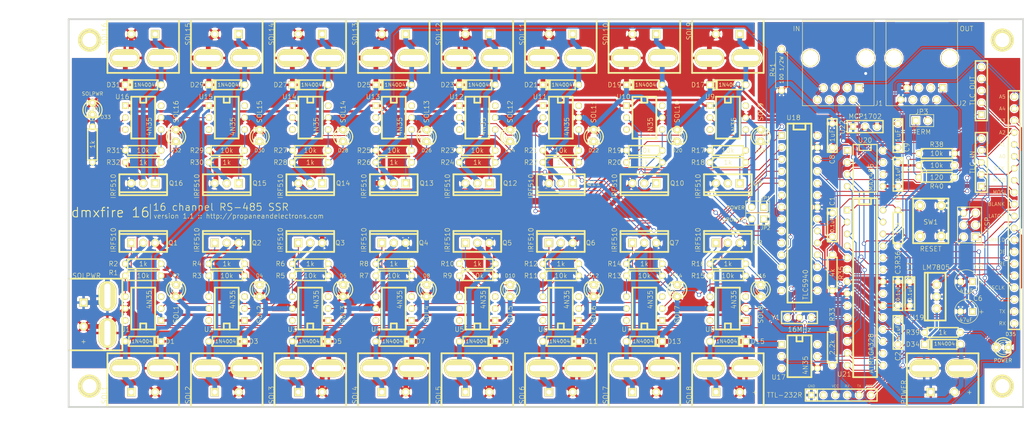
<source format=kicad_pcb>
(kicad_pcb (version 4) (host pcbnew "(2015-01-16 BZR 5376)-product")
  (title_block (title "16 channel rs-485 solenoid control board") (date "Saturday, March 14, 2015") (rev B) (company "seth hardy :: propaneandelectrons.com"))
  (layers (0 Front signal) (31 Back signal) (34 B.Paste user) (35 F.Paste user) (36 B.SilkS user) (37 F.SilkS user) (38 B.Mask user) (39 F.Mask user) (44 Edge.Cuts user))
  (net 0 "")
  (net 1 +12V)
  (net 2 /ARMED)
  (net 3 /BLANK)
  (net 4 /CTRLDE)
  (net 5 /CTRLRE)
  (net 6 /GSCLK)
  (net 7 /MISO)
  (net 8 /MOSI)
  (net 9 /RESET)
  (net 10 /RXD)
  (net 11 /SCK)
  (net 12 /SOL1)
  (net 13 /SOL10)
  (net 14 /SOL11)
  (net 15 /SOL12)
  (net 16 /SOL13)
  (net 17 /SOL14)
  (net 18 /SOL15)
  (net 19 /SOL16)
  (net 20 /SOL2)
  (net 21 /SOL3)
  (net 22 /SOL4)
  (net 23 /SOL5)
  (net 24 /SOL6)
  (net 25 /SOL7)
  (net 26 /SOL8)
  (net 27 /SOL9)
  (net 28 /SOLPWR+)
  (net 29 /SOLPWR-)
  (net 30 /SOUT)
  (net 31 /TXD)
  (net 32 /XLAT)
  (net 33 GND)
  (net 34 VCC)
  (net 35 "Net-(C2-Pad1)")
  (net 36 "Net-(C5-Pad1)")
  (net 37 +1.5V)
  (net 38 "Net-(D1-Pad1)")
  (net 39 "Net-(D2-Pad2)")
  (net 40 "Net-(D3-Pad1)")
  (net 41 "Net-(D4-Pad2)")
  (net 42 "Net-(D5-Pad1)")
  (net 43 "Net-(D6-Pad2)")
  (net 44 "Net-(D7-Pad1)")
  (net 45 "Net-(D8-Pad2)")
  (net 46 "Net-(D9-Pad1)")
  (net 47 "Net-(D10-Pad2)")
  (net 48 "Net-(D11-Pad1)")
  (net 49 "Net-(D12-Pad2)")
  (net 50 "Net-(D13-Pad1)")
  (net 51 "Net-(D14-Pad2)")
  (net 52 "Net-(D15-Pad1)")
  (net 53 "Net-(D16-Pad2)")
  (net 54 "Net-(D17-Pad1)")
  (net 55 "Net-(D18-Pad2)")
  (net 56 "Net-(D19-Pad1)")
  (net 57 "Net-(D20-Pad2)")
  (net 58 "Net-(D21-Pad1)")
  (net 59 "Net-(D22-Pad2)")
  (net 60 "Net-(D23-Pad1)")
  (net 61 "Net-(D24-Pad2)")
  (net 62 "Net-(D25-Pad1)")
  (net 63 "Net-(D26-Pad2)")
  (net 64 "Net-(D27-Pad1)")
  (net 65 "Net-(D28-Pad2)")
  (net 66 "Net-(D29-Pad1)")
  (net 67 "Net-(D30-Pad2)")
  (net 68 "Net-(D31-Pad1)")
  (net 69 "Net-(D32-Pad2)")
  (net 70 "Net-(D33-Pad2)")
  (net 71 "Net-(D35-Pad1)")
  (net 72 "Net-(J1-Pad1)")
  (net 73 "Net-(J1-Pad2)")
  (net 74 "Net-(J1-Pad3)")
  (net 75 "Net-(J1-Pad4)")
  (net 76 "Net-(J1-Pad5)")
  (net 77 "Net-(J1-Pad6)")
  (net 78 "Net-(J1-Pad7)")
  (net 79 "Net-(J2-Pad3)")
  (net 80 "Net-(J2-Pad4)")
  (net 81 "Net-(J2-Pad5)")
  (net 82 "Net-(J2-Pad6)")
  (net 83 "Net-(JP3-Pad1)")
  (net 84 "Net-(P20-Pad2)")
  (net 85 "Net-(P22-Pad1)")
  (net 86 "Net-(P22-Pad2)")
  (net 87 "Net-(P22-Pad3)")
  (net 88 "Net-(P22-Pad4)")
  (net 89 "Net-(P22-Pad5)")
  (net 90 "Net-(P22-Pad6)")
  (net 91 "Net-(P23-Pad3)")
  (net 92 "Net-(P24-Pad1)")
  (net 93 "Net-(Q1-PadG)")
  (net 94 "Net-(Q2-PadG)")
  (net 95 "Net-(Q3-PadG)")
  (net 96 "Net-(Q4-PadG)")
  (net 97 "Net-(Q5-PadG)")
  (net 98 "Net-(Q6-PadG)")
  (net 99 "Net-(Q7-PadG)")
  (net 100 "Net-(Q8-PadG)")
  (net 101 "Net-(Q9-PadG)")
  (net 102 "Net-(Q10-PadG)")
  (net 103 "Net-(Q11-PadG)")
  (net 104 "Net-(Q12-PadG)")
  (net 105 "Net-(Q13-PadG)")
  (net 106 "Net-(Q14-PadG)")
  (net 107 "Net-(Q15-PadG)")
  (net 108 "Net-(Q16-PadG)")
  (net 109 "Net-(R33-Pad1)")
  (net 110 "Net-(R35-Pad2)")
  (net 111 "Net-(U1-Pad3)")
  (net 112 "Net-(U1-Pad6)")
  (net 113 "Net-(U2-Pad3)")
  (net 114 "Net-(U2-Pad6)")
  (net 115 "Net-(U3-Pad3)")
  (net 116 "Net-(U3-Pad6)")
  (net 117 "Net-(U4-Pad3)")
  (net 118 "Net-(U4-Pad6)")
  (net 119 "Net-(U5-Pad3)")
  (net 120 "Net-(U5-Pad6)")
  (net 121 "Net-(U6-Pad3)")
  (net 122 "Net-(U6-Pad6)")
  (net 123 "Net-(U7-Pad3)")
  (net 124 "Net-(U7-Pad6)")
  (net 125 "Net-(U8-Pad3)")
  (net 126 "Net-(U8-Pad6)")
  (net 127 "Net-(U9-Pad3)")
  (net 128 "Net-(U9-Pad6)")
  (net 129 "Net-(U10-Pad3)")
  (net 130 "Net-(U10-Pad6)")
  (net 131 "Net-(U11-Pad3)")
  (net 132 "Net-(U11-Pad6)")
  (net 133 "Net-(U12-Pad3)")
  (net 134 "Net-(U12-Pad6)")
  (net 135 "Net-(U13-Pad3)")
  (net 136 "Net-(U13-Pad6)")
  (net 137 "Net-(U14-Pad3)")
  (net 138 "Net-(U14-Pad6)")
  (net 139 "Net-(U15-Pad3)")
  (net 140 "Net-(U15-Pad6)")
  (net 141 "Net-(U16-Pad3)")
  (net 142 "Net-(U16-Pad6)")
  (net 143 "Net-(U17-Pad3)")
  (net 144 "Net-(U17-Pad6)")
  (net 145 "Net-(U18-Pad16)")
  (net 146 "Net-(U21-Pad9)")
  (net 147 "Net-(U21-Pad10)")
  (net 148 "Net-(U21-Pad21)")
  (net 149 "Net-(P23-Pad5)")
  (module SIL-6 (layer Front) (at 238.125 96.52 90)
    (fp_text reference P24 hide)
    (fp_text value PORTB hide)
    (pad 1 thru_hole circle (at -6.35 0 90) (size 1.397 1.397) (drill 0.8128) (layers *.Cu *.Mask F.SilkS) (net 92 "Net-(P24-Pad1)"))
    (pad 2 thru_hole circle (at -3.81 0 90) (size 1.397 1.397) (drill 0.8128) (layers *.Cu *.Mask F.SilkS) (net 32 /XLAT))
    (pad 3 thru_hole circle (at -1.27 0 90) (size 1.397 1.397) (drill 0.8128) (layers *.Cu *.Mask F.SilkS) (net 3 /BLANK))
    (pad 4 thru_hole circle (at 1.27 0 90) (size 1.397 1.397) (drill 0.8128) (layers *.Cu *.Mask F.SilkS) (net 8 /MOSI))
    (pad 5 thru_hole circle (at 3.81 0 90) (size 1.397 1.397) (drill 0.8128) (layers *.Cu *.Mask F.SilkS) (net 7 /MISO))
    (pad 6 thru_hole circle (at 6.35 0 90) (size 1.397 1.397) (drill 0.8128) (layers *.Cu *.Mask F.SilkS) (net 11 /SCK))
  )
  (module SIL-6 (layer Front) (at 238.125 81.28 90)
    (fp_text reference P22 hide)
    (fp_text value PORTC hide)
    (pad 1 thru_hole circle (at -6.35 0 90) (size 1.397 1.397) (drill 0.8128) (layers *.Cu *.Mask F.SilkS) (net 85 "Net-(P22-Pad1)"))
    (pad 2 thru_hole circle (at -3.81 0 90) (size 1.397 1.397) (drill 0.8128) (layers *.Cu *.Mask F.SilkS) (net 86 "Net-(P22-Pad2)"))
    (pad 3 thru_hole circle (at -1.27 0 90) (size 1.397 1.397) (drill 0.8128) (layers *.Cu *.Mask F.SilkS) (net 87 "Net-(P22-Pad3)"))
    (pad 4 thru_hole circle (at 1.27 0 90) (size 1.397 1.397) (drill 0.8128) (layers *.Cu *.Mask F.SilkS) (net 88 "Net-(P22-Pad4)"))
    (pad 5 thru_hole circle (at 3.81 0 90) (size 1.397 1.397) (drill 0.8128) (layers *.Cu *.Mask F.SilkS) (net 89 "Net-(P22-Pad5)"))
    (pad 6 thru_hole circle (at 6.35 0 90) (size 1.397 1.397) (drill 0.8128) (layers *.Cu *.Mask F.SilkS) (net 90 "Net-(P22-Pad6)"))
  )
  (module SIL-8 (layer Front) (at 238.125 114.3 90)
    (fp_text reference P23 hide)
    (fp_text value PORTD hide)
    (pad 1 thru_hole circle (at -8.89 0 90) (size 1.397 1.397) (drill 0.8128) (layers *.Cu *.Mask F.SilkS) (net 10 /RXD))
    (pad 2 thru_hole circle (at -6.35 0 90) (size 1.397 1.397) (drill 0.8128) (layers *.Cu *.Mask F.SilkS) (net 31 /TXD))
    (pad 3 thru_hole circle (at -3.81 0 90) (size 1.397 1.397) (drill 0.8128) (layers *.Cu *.Mask F.SilkS) (net 91 "Net-(P23-Pad3)"))
    (pad 4 thru_hole circle (at -1.27 0 90) (size 1.397 1.397) (drill 0.8128) (layers *.Cu *.Mask F.SilkS) (net 6 /GSCLK))
    (pad 5 thru_hole circle (at 1.27 0 90) (size 1.397 1.397) (drill 0.8128) (layers *.Cu *.Mask F.SilkS) (net 149 "Net-(P23-Pad5)"))
    (pad 6 thru_hole circle (at 3.81 0 90) (size 1.397 1.397) (drill 0.8128) (layers *.Cu *.Mask F.SilkS) (net 5 /CTRLRE))
    (pad 7 thru_hole circle (at 6.35 0 90) (size 1.397 1.397) (drill 0.8128) (layers *.Cu *.Mask F.SilkS) (net 4 /CTRLDE))
    (pad 8 thru_hole circle (at 8.89 0 90) (size 1.397 1.397) (drill 0.8128) (layers *.Cu *.Mask F.SilkS) (net 2 /ARMED))
  )
  (module LED-3MM (layer Front) (at 130.81 116.205 90)
    (fp_text reference D10 (at 3.175 0 180) (layer F.SilkS) (effects (font (size 0.762 0.762) (thickness 0.0889))))
    (fp_text value SOL5 (at -5.08 0 90) (layer F.SilkS) (effects (font (size 1.016 1.016) (thickness 0.1016))))
    (pad 1 thru_hole circle (at -1.27 0 90) (size 1.6764 1.6764) (drill 0.8128) (layers *.Cu *.Mask F.Paste F.SilkS) (net 28 /SOLPWR+))
    (pad 2 thru_hole circle (at 1.27 0 90) (size 1.6764 1.6764) (drill 0.8128) (layers *.Cu *.Mask F.Paste F.SilkS) (net 47 "Net-(D10-Pad2)"))
  )
  (module LED-3MM (layer Front) (at 148.59 116.205 90)
    (fp_text reference D12 (at 3.175 0 180) (layer F.SilkS) (effects (font (size 0.762 0.762) (thickness 0.0889))))
    (fp_text value SOL6 (at -5.08 0 90) (layer F.SilkS) (effects (font (size 1.016 1.016) (thickness 0.1016))))
    (pad 1 thru_hole circle (at -1.27 0 90) (size 1.6764 1.6764) (drill 0.8128) (layers *.Cu *.Mask F.Paste F.SilkS) (net 28 /SOLPWR+))
    (pad 2 thru_hole circle (at 1.27 0 90) (size 1.6764 1.6764) (drill 0.8128) (layers *.Cu *.Mask F.Paste F.SilkS) (net 49 "Net-(D12-Pad2)"))
  )
  (module LED-3MM (layer Front) (at 166.37 116.205 90)
    (fp_text reference D14 (at 3.175 0 180) (layer F.SilkS) (effects (font (size 0.762 0.762) (thickness 0.0889))))
    (fp_text value SOL7 (at -5.08 0 90) (layer F.SilkS) (effects (font (size 1.016 1.016) (thickness 0.1016))))
    (pad 1 thru_hole circle (at -1.27 0 90) (size 1.6764 1.6764) (drill 0.8128) (layers *.Cu *.Mask F.Paste F.SilkS) (net 28 /SOLPWR+))
    (pad 2 thru_hole circle (at 1.27 0 90) (size 1.6764 1.6764) (drill 0.8128) (layers *.Cu *.Mask F.Paste F.SilkS) (net 51 "Net-(D14-Pad2)"))
  )
  (module LED-3MM (layer Front) (at 184.15 116.205 90)
    (fp_text reference D16 (at 3.175 0 180) (layer F.SilkS) (effects (font (size 0.762 0.762) (thickness 0.0889))))
    (fp_text value SOL8 (at -5.08 0 90) (layer F.SilkS) (effects (font (size 1.016 1.016) (thickness 0.1016))))
    (pad 1 thru_hole circle (at -1.27 0 90) (size 1.6764 1.6764) (drill 0.8128) (layers *.Cu *.Mask F.Paste F.SilkS) (net 28 /SOLPWR+))
    (pad 2 thru_hole circle (at 1.27 0 90) (size 1.6764 1.6764) (drill 0.8128) (layers *.Cu *.Mask F.Paste F.SilkS) (net 53 "Net-(D16-Pad2)"))
  )
  (module LED-3MM (layer Front) (at 113.03 83.185 270)
    (fp_text reference D26 (at 3.175 0 360) (layer F.SilkS) (effects (font (size 0.762 0.762) (thickness 0.0889))))
    (fp_text value SOL13 (at -5.08 0 270) (layer F.SilkS) (effects (font (size 1.016 1.016) (thickness 0.1016))))
    (pad 1 thru_hole circle (at -1.27 0 270) (size 1.6764 1.6764) (drill 0.8128) (layers *.Cu *.Mask F.Paste F.SilkS) (net 28 /SOLPWR+))
    (pad 2 thru_hole circle (at 1.27 0 270) (size 1.6764 1.6764) (drill 0.8128) (layers *.Cu *.Mask F.Paste F.SilkS) (net 63 "Net-(D26-Pad2)"))
  )
  (module LED-3MM (layer Front) (at 95.25 83.185 270)
    (fp_text reference D28 (at 3.175 0 360) (layer F.SilkS) (effects (font (size 0.762 0.762) (thickness 0.0889))))
    (fp_text value SOL14 (at -5.08 0 270) (layer F.SilkS) (effects (font (size 1.016 1.016) (thickness 0.1016))))
    (pad 1 thru_hole circle (at -1.27 0 270) (size 1.6764 1.6764) (drill 0.8128) (layers *.Cu *.Mask F.Paste F.SilkS) (net 28 /SOLPWR+))
    (pad 2 thru_hole circle (at 1.27 0 270) (size 1.6764 1.6764) (drill 0.8128) (layers *.Cu *.Mask F.Paste F.SilkS) (net 65 "Net-(D28-Pad2)"))
  )
  (module LED-3MM (layer Front) (at 77.47 83.185 270)
    (fp_text reference D30 (at 3.175 0 360) (layer F.SilkS) (effects (font (size 0.762 0.762) (thickness 0.0889))))
    (fp_text value SOL15 (at -5.08 0 270) (layer F.SilkS) (effects (font (size 1.016 1.016) (thickness 0.1016))))
    (pad 1 thru_hole circle (at -1.27 0 270) (size 1.6764 1.6764) (drill 0.8128) (layers *.Cu *.Mask F.Paste F.SilkS) (net 28 /SOLPWR+))
    (pad 2 thru_hole circle (at 1.27 0 270) (size 1.6764 1.6764) (drill 0.8128) (layers *.Cu *.Mask F.Paste F.SilkS) (net 67 "Net-(D30-Pad2)"))
  )
  (module LED-3MM (layer Front) (at 59.69 83.185 270)
    (fp_text reference D32 (at 3.175 0 360) (layer F.SilkS) (effects (font (size 0.762 0.762) (thickness 0.0889))))
    (fp_text value SOL16 (at -5.08 0 270) (layer F.SilkS) (effects (font (size 1.016 1.016) (thickness 0.1016))))
    (pad 1 thru_hole circle (at -1.27 0 270) (size 1.6764 1.6764) (drill 0.8128) (layers *.Cu *.Mask F.Paste F.SilkS) (net 28 /SOLPWR+))
    (pad 2 thru_hole circle (at 1.27 0 270) (size 1.6764 1.6764) (drill 0.8128) (layers *.Cu *.Mask F.Paste F.SilkS) (net 69 "Net-(D32-Pad2)"))
  )
  (module LED-3MM (layer Front) (at 41.91 77.47 270)
    (fp_text reference D33 (at 1.778 -2.794 360) (layer F.SilkS) (effects (font (size 0.762 0.762) (thickness 0.0889))))
    (fp_text value SOLPWR (at -3.175 0 360) (layer F.SilkS) (effects (font (size 0.762 0.762) (thickness 0.0889))))
    (pad 1 thru_hole circle (at -1.27 0 270) (size 1.6764 1.6764) (drill 0.8128) (layers *.Cu *.Mask F.Paste F.SilkS) (net 28 /SOLPWR+))
    (pad 2 thru_hole circle (at 1.27 0 270) (size 1.6764 1.6764) (drill 0.8128) (layers *.Cu *.Mask F.Paste F.SilkS) (net 70 "Net-(D33-Pad2)"))
  )
  (module TO220GDS_VERT (layer Front) (at 106.045 106.045 90)
    (fp_text reference Q4 (at 0 6.35 180) (layer F.SilkS) (effects (font (size 1.016 1.016) (thickness 0.1016))))
    (fp_text value IRF510 (at 0.635 -6.35 90) (layer F.SilkS) (effects (font (size 1.016 1.016) (thickness 0.1016))))
    (pad G thru_hole rect (at 0 -2.54 90) (size 1.778 1.778) (drill 1.016) (layers *.Cu *.Mask F.SilkS) (net 96 "Net-(Q4-PadG)"))
    (pad D thru_hole circle (at 0 0 90) (size 1.778 1.778) (drill 1.016) (layers *.Cu *.Mask F.SilkS) (net 44 "Net-(D7-Pad1)"))
    (pad S thru_hole circle (at 0 2.54 90) (size 1.778 1.778) (drill 1.016) (layers *.Cu *.Mask F.SilkS) (net 29 /SOLPWR-))
  )
  (module TO220GDS_VERT (layer Front) (at 88.265 106.045 90)
    (fp_text reference Q3 (at 0 6.35 180) (layer F.SilkS) (effects (font (size 1.016 1.016) (thickness 0.1016))))
    (fp_text value IRF510 (at 0.635 -6.35 90) (layer F.SilkS) (effects (font (size 1.016 1.016) (thickness 0.1016))))
    (pad G thru_hole rect (at 0 -2.54 90) (size 1.778 1.778) (drill 1.016) (layers *.Cu *.Mask F.SilkS) (net 95 "Net-(Q3-PadG)"))
    (pad D thru_hole circle (at 0 0 90) (size 1.778 1.778) (drill 1.016) (layers *.Cu *.Mask F.SilkS) (net 42 "Net-(D5-Pad1)"))
    (pad S thru_hole circle (at 0 2.54 90) (size 1.778 1.778) (drill 1.016) (layers *.Cu *.Mask F.SilkS) (net 29 /SOLPWR-))
  )
  (module TO220GDS_VERT (layer Front) (at 70.485 106.045 90)
    (fp_text reference Q2 (at 0 6.35 180) (layer F.SilkS) (effects (font (size 1.016 1.016) (thickness 0.1016))))
    (fp_text value IRF510 (at 0.635 -6.35 90) (layer F.SilkS) (effects (font (size 1.016 1.016) (thickness 0.1016))))
    (pad G thru_hole rect (at 0 -2.54 90) (size 1.778 1.778) (drill 1.016) (layers *.Cu *.Mask F.SilkS) (net 94 "Net-(Q2-PadG)"))
    (pad D thru_hole circle (at 0 0 90) (size 1.778 1.778) (drill 1.016) (layers *.Cu *.Mask F.SilkS) (net 40 "Net-(D3-Pad1)"))
    (pad S thru_hole circle (at 0 2.54 90) (size 1.778 1.778) (drill 1.016) (layers *.Cu *.Mask F.SilkS) (net 29 /SOLPWR-))
  )
  (module TO220GDS_VERT (layer Front) (at 52.705 106.045 90)
    (fp_text reference Q1 (at 0 6.35 180) (layer F.SilkS) (effects (font (size 1.016 1.016) (thickness 0.1016))))
    (fp_text value IRF510 (at 0.635 -6.35 90) (layer F.SilkS) (effects (font (size 1.016 1.016) (thickness 0.1016))))
    (pad G thru_hole rect (at 0 -2.54 90) (size 1.778 1.778) (drill 1.016) (layers *.Cu *.Mask F.SilkS) (net 93 "Net-(Q1-PadG)"))
    (pad D thru_hole circle (at 0 0 90) (size 1.778 1.778) (drill 1.016) (layers *.Cu *.Mask F.SilkS) (net 38 "Net-(D1-Pad1)"))
    (pad S thru_hole circle (at 0 2.54 90) (size 1.778 1.778) (drill 1.016) (layers *.Cu *.Mask F.SilkS) (net 29 /SOLPWR-))
  )
  (module SIL-3 (layer Front) (at 192.405 121.92)
    (fp_text reference Y1 (at -5.08 0) (layer F.SilkS) (effects (font (size 1.016 1.016) (thickness 0.1016))))
    (fp_text value 16MHz (at 0 2.54) (layer F.SilkS) (effects (font (size 1.016 1.016) (thickness 0.1016))))
    (pad 1 thru_hole circle (at -2.54 0) (size 1.397 1.397) (drill 0.8128) (layers *.Cu *.Mask F.SilkS) (net 146 "Net-(U21-Pad9)"))
    (pad 2 thru_hole circle (at 0 0) (size 1.397 1.397) (drill 0.8128) (layers *.Cu *.Mask F.SilkS) (net 33 GND))
    (pad 3 thru_hole circle (at 2.54 0) (size 1.397 1.397) (drill 0.8128) (layers *.Cu *.Mask F.SilkS) (net 147 "Net-(U21-Pad10)"))
  )
  (module C2 (layer Front) (at 213.36 91.44 270)
    (fp_text reference C4 (at 5.08 0 270) (layer F.SilkS) (effects (font (size 1.016 1.016) (thickness 0.1016))))
    (fp_text value 0.1uF (at 0 0 270) (layer F.SilkS) (effects (font (size 0.762 0.762) (thickness 0.1016))))
    (pad 1 thru_hole circle (at -2.54 0 270) (size 1.397 1.397) (drill 0.8128) (layers *.Cu *.Mask F.SilkS) (net 34 VCC))
    (pad 2 thru_hole circle (at 2.54 0 270) (size 1.397 1.397) (drill 0.8128) (layers *.Cu *.Mask F.SilkS) (net 33 GND))
  )
  (module C2 (layer Front) (at 213.36 125.095 270)
    (fp_text reference C2 (at 5.08 0 270) (layer F.SilkS) (effects (font (size 1.016 1.016) (thickness 0.1016))))
    (fp_text value 0.1uF (at 0 0 270) (layer F.SilkS) (effects (font (size 0.762 0.762) (thickness 0.1016))))
    (pad 1 thru_hole circle (at -2.54 0 270) (size 1.397 1.397) (drill 0.8128) (layers *.Cu *.Mask F.SilkS) (net 35 "Net-(C2-Pad1)"))
    (pad 2 thru_hole circle (at 2.54 0 270) (size 1.397 1.397) (drill 0.8128) (layers *.Cu *.Mask F.SilkS) (net 9 /RESET))
  )
  (module C2 (layer Front) (at 199.39 102.235 90)
    (fp_text reference C1 (at 5.08 0 90) (layer F.SilkS) (effects (font (size 1.016 1.016) (thickness 0.1016))))
    (fp_text value 0.1uF (at 0 0 90) (layer F.SilkS) (effects (font (size 0.762 0.762) (thickness 0.1016))))
    (pad 1 thru_hole circle (at -2.54 0 90) (size 1.397 1.397) (drill 0.8128) (layers *.Cu *.Mask F.SilkS) (net 34 VCC))
    (pad 2 thru_hole circle (at 2.54 0 90) (size 1.397 1.397) (drill 0.8128) (layers *.Cu *.Mask F.SilkS) (net 33 GND))
  )
  (module C2 (layer Front) (at 215.9 116.84 270)
    (fp_text reference C7 (at -5.715 0 270) (layer F.SilkS) (effects (font (size 1.016 1.016) (thickness 0.1016))))
    (fp_text value 0.1uF (at 0 0 270) (layer F.SilkS) (effects (font (size 0.762 0.762) (thickness 0.1016))))
    (pad 1 thru_hole circle (at -2.54 0 270) (size 1.397 1.397) (drill 0.8128) (layers *.Cu *.Mask F.SilkS) (net 34 VCC))
    (pad 2 thru_hole circle (at 2.54 0 270) (size 1.397 1.397) (drill 0.8128) (layers *.Cu *.Mask F.SilkS) (net 33 GND))
  )
  (module D3 (layer Front) (at 52.705 72.39 180)
    (fp_text reference D31 (at 6.35 0 180) (layer F.SilkS) (effects (font (size 1.016 1.016) (thickness 0.1016))))
    (fp_text value 1N4004 (at -0.254 0 180) (layer F.SilkS) (effects (font (size 0.762 0.762) (thickness 0.1016))))
    (pad 2 thru_hole rect (at 3.81 0 180) (size 1.524 1.524) (drill 1.016) (layers *.Cu *.Mask F.SilkS) (net 28 /SOLPWR+))
    (pad 1 thru_hole circle (at -3.81 0 180) (size 1.524 1.524) (drill 1.016) (layers *.Cu *.Mask F.SilkS) (net 68 "Net-(D31-Pad1)"))
  )
  (module D3 (layer Front) (at 70.485 72.39 180)
    (fp_text reference D29 (at 6.35 0 180) (layer F.SilkS) (effects (font (size 1.016 1.016) (thickness 0.1016))))
    (fp_text value 1N4004 (at -0.254 0 180) (layer F.SilkS) (effects (font (size 0.762 0.762) (thickness 0.1016))))
    (pad 2 thru_hole rect (at 3.81 0 180) (size 1.524 1.524) (drill 1.016) (layers *.Cu *.Mask F.SilkS) (net 28 /SOLPWR+))
    (pad 1 thru_hole circle (at -3.81 0 180) (size 1.524 1.524) (drill 1.016) (layers *.Cu *.Mask F.SilkS) (net 66 "Net-(D29-Pad1)"))
  )
  (module D3 (layer Front) (at 222.885 127.635 180)
    (fp_text reference D34 (at 6.35 0 180) (layer F.SilkS) (effects (font (size 1.016 1.016) (thickness 0.1016))))
    (fp_text value 1N4004 (at -0.381 0.127 180) (layer F.SilkS) (effects (font (size 0.762 0.762) (thickness 0.1016))))
    (pad 2 thru_hole rect (at 3.81 0 180) (size 1.524 1.524) (drill 1.016) (layers *.Cu *.Mask F.SilkS) (net 36 "Net-(C5-Pad1)"))
    (pad 1 thru_hole circle (at -3.81 0 180) (size 1.524 1.524) (drill 1.016) (layers *.Cu *.Mask F.SilkS) (net 1 +12V))
  )
  (module D3 (layer Front) (at 141.605 127)
    (fp_text reference D11 (at 6.35 0) (layer F.SilkS) (effects (font (size 1.016 1.016) (thickness 0.1016))))
    (fp_text value 1N4004 (at -0.254 0) (layer F.SilkS) (effects (font (size 0.762 0.762) (thickness 0.1016))))
    (pad 2 thru_hole rect (at 3.81 0) (size 1.524 1.524) (drill 1.016) (layers *.Cu *.Mask F.SilkS) (net 28 /SOLPWR+))
    (pad 1 thru_hole circle (at -3.81 0) (size 1.524 1.524) (drill 1.016) (layers *.Cu *.Mask F.SilkS) (net 48 "Net-(D11-Pad1)"))
  )
  (module D3 (layer Front) (at 88.265 72.39 180)
    (fp_text reference D27 (at 6.35 0 180) (layer F.SilkS) (effects (font (size 1.016 1.016) (thickness 0.1016))))
    (fp_text value 1N4004 (at -0.254 0 180) (layer F.SilkS) (effects (font (size 0.762 0.762) (thickness 0.1016))))
    (pad 2 thru_hole rect (at 3.81 0 180) (size 1.524 1.524) (drill 1.016) (layers *.Cu *.Mask F.SilkS) (net 28 /SOLPWR+))
    (pad 1 thru_hole circle (at -3.81 0 180) (size 1.524 1.524) (drill 1.016) (layers *.Cu *.Mask F.SilkS) (net 64 "Net-(D27-Pad1)"))
  )
  (module D3 (layer Front) (at 177.165 72.39 180)
    (fp_text reference D17 (at 6.35 0 180) (layer F.SilkS) (effects (font (size 1.016 1.016) (thickness 0.1016))))
    (fp_text value 1N4004 (at -0.254 0 180) (layer F.SilkS) (effects (font (size 0.762 0.762) (thickness 0.1016))))
    (pad 2 thru_hole rect (at 3.81 0 180) (size 1.524 1.524) (drill 1.016) (layers *.Cu *.Mask F.SilkS) (net 28 /SOLPWR+))
    (pad 1 thru_hole circle (at -3.81 0 180) (size 1.524 1.524) (drill 1.016) (layers *.Cu *.Mask F.SilkS) (net 54 "Net-(D17-Pad1)"))
  )
  (module D3 (layer Front) (at 177.165 127)
    (fp_text reference D15 (at 6.35 0) (layer F.SilkS) (effects (font (size 1.016 1.016) (thickness 0.1016))))
    (fp_text value 1N4004 (at -0.254 0) (layer F.SilkS) (effects (font (size 0.762 0.762) (thickness 0.1016))))
    (pad 2 thru_hole rect (at 3.81 0) (size 1.524 1.524) (drill 1.016) (layers *.Cu *.Mask F.SilkS) (net 28 /SOLPWR+))
    (pad 1 thru_hole circle (at -3.81 0) (size 1.524 1.524) (drill 1.016) (layers *.Cu *.Mask F.SilkS) (net 52 "Net-(D15-Pad1)"))
  )
  (module D3 (layer Front) (at 159.385 127)
    (fp_text reference D13 (at 6.35 0) (layer F.SilkS) (effects (font (size 1.016 1.016) (thickness 0.1016))))
    (fp_text value 1N4004 (at -0.254 0) (layer F.SilkS) (effects (font (size 0.762 0.762) (thickness 0.1016))))
    (pad 2 thru_hole rect (at 3.81 0) (size 1.524 1.524) (drill 1.016) (layers *.Cu *.Mask F.SilkS) (net 28 /SOLPWR+))
    (pad 1 thru_hole circle (at -3.81 0) (size 1.524 1.524) (drill 1.016) (layers *.Cu *.Mask F.SilkS) (net 50 "Net-(D13-Pad1)"))
  )
  (module DIP-28__300 (layer Front) (at 206.375 115.57 270)
    (fp_text reference U21 (at 18.415 4.445 360) (layer F.SilkS) (effects (font (size 1.016 1.016) (thickness 0.1016))))
    (fp_text value ATMEGA328 (at 13.97 -1.27 270) (layer F.SilkS) (effects (font (size 1.016 1.016) (thickness 0.1016))))
    (pad 2 thru_hole circle (at -13.97 3.81 270) (size 1.397 1.397) (drill 0.8128) (layers *.Cu *.Mask F.SilkS) (net 10 /RXD))
    (pad 3 thru_hole circle (at -11.43 3.81 270) (size 1.397 1.397) (drill 0.8128) (layers *.Cu *.Mask F.SilkS) (net 31 /TXD))
    (pad 4 thru_hole circle (at -8.89 3.81 270) (size 1.397 1.397) (drill 0.8128) (layers *.Cu *.Mask F.SilkS) (net 91 "Net-(P23-Pad3)"))
    (pad 5 thru_hole circle (at -6.35 3.81 270) (size 1.397 1.397) (drill 0.8128) (layers *.Cu *.Mask F.SilkS) (net 6 /GSCLK))
    (pad 6 thru_hole circle (at -3.81 3.81 270) (size 1.397 1.397) (drill 0.8128) (layers *.Cu *.Mask F.SilkS) (net 149 "Net-(P23-Pad5)"))
    (pad 7 thru_hole circle (at -1.27 3.81 270) (size 1.397 1.397) (drill 0.8128) (layers *.Cu *.Mask F.SilkS) (net 34 VCC))
    (pad 8 thru_hole circle (at 1.27 3.81 270) (size 1.397 1.397) (drill 0.8128) (layers *.Cu *.Mask F.SilkS) (net 33 GND))
    (pad 9 thru_hole circle (at 3.81 3.81 270) (size 1.397 1.397) (drill 0.8128) (layers *.Cu *.Mask F.SilkS) (net 146 "Net-(U21-Pad9)"))
    (pad 10 thru_hole circle (at 6.35 3.81 270) (size 1.397 1.397) (drill 0.8128) (layers *.Cu *.Mask F.SilkS) (net 147 "Net-(U21-Pad10)"))
    (pad 11 thru_hole circle (at 8.89 3.81 270) (size 1.397 1.397) (drill 0.8128) (layers *.Cu *.Mask F.SilkS) (net 5 /CTRLRE))
    (pad 12 thru_hole circle (at 11.43 3.81 270) (size 1.397 1.397) (drill 0.8128) (layers *.Cu *.Mask F.SilkS) (net 4 /CTRLDE))
    (pad 13 thru_hole circle (at 13.97 3.81 270) (size 1.397 1.397) (drill 0.8128) (layers *.Cu *.Mask F.SilkS) (net 2 /ARMED))
    (pad 14 thru_hole circle (at 16.51 3.81 270) (size 1.397 1.397) (drill 0.8128) (layers *.Cu *.Mask F.SilkS) (net 92 "Net-(P24-Pad1)"))
    (pad 1 thru_hole rect (at -16.51 3.81 270) (size 1.397 1.397) (drill 0.8128) (layers *.Cu *.Mask F.SilkS) (net 9 /RESET))
    (pad 15 thru_hole circle (at 16.51 -3.81 270) (size 1.397 1.397) (drill 0.8128) (layers *.Cu *.Mask F.SilkS) (net 32 /XLAT))
    (pad 16 thru_hole circle (at 13.97 -3.81 270) (size 1.397 1.397) (drill 0.8128) (layers *.Cu *.Mask F.SilkS) (net 3 /BLANK))
    (pad 17 thru_hole circle (at 11.43 -3.81 270) (size 1.397 1.397) (drill 0.8128) (layers *.Cu *.Mask F.SilkS) (net 8 /MOSI))
    (pad 18 thru_hole circle (at 8.89 -3.81 270) (size 1.397 1.397) (drill 0.8128) (layers *.Cu *.Mask F.SilkS) (net 7 /MISO))
    (pad 19 thru_hole circle (at 6.35 -3.81 270) (size 1.397 1.397) (drill 0.8128) (layers *.Cu *.Mask F.SilkS) (net 11 /SCK))
    (pad 20 thru_hole circle (at 3.81 -3.81 270) (size 1.397 1.397) (drill 0.8128) (layers *.Cu *.Mask F.SilkS) (net 34 VCC))
    (pad 21 thru_hole circle (at 1.27 -3.81 270) (size 1.397 1.397) (drill 0.8128) (layers *.Cu *.Mask F.SilkS) (net 148 "Net-(U21-Pad21)"))
    (pad 22 thru_hole circle (at -1.27 -3.81 270) (size 1.397 1.397) (drill 0.8128) (layers *.Cu *.Mask F.SilkS) (net 33 GND))
    (pad 23 thru_hole circle (at -3.81 -3.81 270) (size 1.397 1.397) (drill 0.8128) (layers *.Cu *.Mask F.SilkS) (net 85 "Net-(P22-Pad1)"))
    (pad 24 thru_hole circle (at -6.35 -3.81 270) (size 1.397 1.397) (drill 0.8128) (layers *.Cu *.Mask F.SilkS) (net 86 "Net-(P22-Pad2)"))
    (pad 25 thru_hole circle (at -8.89 -3.81 270) (size 1.397 1.397) (drill 0.8128) (layers *.Cu *.Mask F.SilkS) (net 87 "Net-(P22-Pad3)"))
    (pad 26 thru_hole circle (at -11.43 -3.81 270) (size 1.397 1.397) (drill 0.8128) (layers *.Cu *.Mask F.SilkS) (net 88 "Net-(P22-Pad4)"))
    (pad 27 thru_hole circle (at -13.97 -3.81 270) (size 1.397 1.397) (drill 0.8128) (layers *.Cu *.Mask F.SilkS) (net 89 "Net-(P22-Pad5)"))
    (pad 28 thru_hole circle (at -16.51 -3.81 270) (size 1.397 1.397) (drill 0.8128) (layers *.Cu *.Mask F.SilkS) (net 90 "Net-(P22-Pad6)"))
  )
  (module DIP-6__300 (layer Front) (at 123.825 79.375 270)
    (fp_text reference U12 (at -4.445 4.445 360) (layer F.SilkS) (effects (font (size 1.016 1.016) (thickness 0.1016))))
    (fp_text value 4N35 (at 1.905 -1.27 270) (layer F.SilkS) (effects (font (size 1.016 1.016) (thickness 0.1016))))
    (pad 1 thru_hole rect (at -2.54 3.81 270) (size 1.397 1.397) (drill 0.8128) (layers *.Cu *.Mask F.SilkS) (net 37 +1.5V))
    (pad 2 thru_hole circle (at 0 3.81 270) (size 1.397 1.397) (drill 0.8128) (layers *.Cu *.Mask F.SilkS) (net 15 /SOL12))
    (pad 3 thru_hole circle (at 2.54 3.81 270) (size 1.397 1.397) (drill 0.8128) (layers *.Cu *.Mask F.SilkS) (net 133 "Net-(U12-Pad3)"))
    (pad 4 thru_hole circle (at 2.54 -3.81 270) (size 1.397 1.397) (drill 0.8128) (layers *.Cu *.Mask F.SilkS) (net 104 "Net-(Q12-PadG)"))
    (pad 5 thru_hole circle (at 0 -3.81 270) (size 1.397 1.397) (drill 0.8128) (layers *.Cu *.Mask F.SilkS) (net 28 /SOLPWR+))
    (pad 6 thru_hole circle (at -2.54 -3.81 270) (size 1.397 1.397) (drill 0.8128) (layers *.Cu *.Mask F.SilkS) (net 134 "Net-(U12-Pad6)"))
  )
  (module DIP-6__300 (layer Front) (at 141.605 79.375 270)
    (fp_text reference U11 (at -4.445 4.445 360) (layer F.SilkS) (effects (font (size 1.016 1.016) (thickness 0.1016))))
    (fp_text value 4N35 (at 1.905 -1.27 270) (layer F.SilkS) (effects (font (size 1.016 1.016) (thickness 0.1016))))
    (pad 1 thru_hole rect (at -2.54 3.81 270) (size 1.397 1.397) (drill 0.8128) (layers *.Cu *.Mask F.SilkS) (net 37 +1.5V))
    (pad 2 thru_hole circle (at 0 3.81 270) (size 1.397 1.397) (drill 0.8128) (layers *.Cu *.Mask F.SilkS) (net 14 /SOL11))
    (pad 3 thru_hole circle (at 2.54 3.81 270) (size 1.397 1.397) (drill 0.8128) (layers *.Cu *.Mask F.SilkS) (net 131 "Net-(U11-Pad3)"))
    (pad 4 thru_hole circle (at 2.54 -3.81 270) (size 1.397 1.397) (drill 0.8128) (layers *.Cu *.Mask F.SilkS) (net 103 "Net-(Q11-PadG)"))
    (pad 5 thru_hole circle (at 0 -3.81 270) (size 1.397 1.397) (drill 0.8128) (layers *.Cu *.Mask F.SilkS) (net 28 /SOLPWR+))
    (pad 6 thru_hole circle (at -2.54 -3.81 270) (size 1.397 1.397) (drill 0.8128) (layers *.Cu *.Mask F.SilkS) (net 132 "Net-(U11-Pad6)"))
  )
  (module DIP-6__300 (layer Front) (at 159.385 79.375 270)
    (fp_text reference U10 (at -4.445 4.445 360) (layer F.SilkS) (effects (font (size 1.016 1.016) (thickness 0.1016))))
    (fp_text value 4N35 (at 1.905 -1.27 270) (layer F.SilkS) (effects (font (size 1.016 1.016) (thickness 0.1016))))
    (pad 1 thru_hole rect (at -2.54 3.81 270) (size 1.397 1.397) (drill 0.8128) (layers *.Cu *.Mask F.SilkS) (net 37 +1.5V))
    (pad 2 thru_hole circle (at 0 3.81 270) (size 1.397 1.397) (drill 0.8128) (layers *.Cu *.Mask F.SilkS) (net 13 /SOL10))
    (pad 3 thru_hole circle (at 2.54 3.81 270) (size 1.397 1.397) (drill 0.8128) (layers *.Cu *.Mask F.SilkS) (net 129 "Net-(U10-Pad3)"))
    (pad 4 thru_hole circle (at 2.54 -3.81 270) (size 1.397 1.397) (drill 0.8128) (layers *.Cu *.Mask F.SilkS) (net 102 "Net-(Q10-PadG)"))
    (pad 5 thru_hole circle (at 0 -3.81 270) (size 1.397 1.397) (drill 0.8128) (layers *.Cu *.Mask F.SilkS) (net 28 /SOLPWR+))
    (pad 6 thru_hole circle (at -2.54 -3.81 270) (size 1.397 1.397) (drill 0.8128) (layers *.Cu *.Mask F.SilkS) (net 130 "Net-(U10-Pad6)"))
  )
  (module DIP-6__300 (layer Front) (at 70.485 79.375 270)
    (fp_text reference U15 (at -4.445 4.445 360) (layer F.SilkS) (effects (font (size 1.016 1.016) (thickness 0.1016))))
    (fp_text value 4N35 (at 1.905 -1.27 270) (layer F.SilkS) (effects (font (size 1.016 1.016) (thickness 0.1016))))
    (pad 1 thru_hole rect (at -2.54 3.81 270) (size 1.397 1.397) (drill 0.8128) (layers *.Cu *.Mask F.SilkS) (net 37 +1.5V))
    (pad 2 thru_hole circle (at 0 3.81 270) (size 1.397 1.397) (drill 0.8128) (layers *.Cu *.Mask F.SilkS) (net 18 /SOL15))
    (pad 3 thru_hole circle (at 2.54 3.81 270) (size 1.397 1.397) (drill 0.8128) (layers *.Cu *.Mask F.SilkS) (net 139 "Net-(U15-Pad3)"))
    (pad 4 thru_hole circle (at 2.54 -3.81 270) (size 1.397 1.397) (drill 0.8128) (layers *.Cu *.Mask F.SilkS) (net 107 "Net-(Q15-PadG)"))
    (pad 5 thru_hole circle (at 0 -3.81 270) (size 1.397 1.397) (drill 0.8128) (layers *.Cu *.Mask F.SilkS) (net 28 /SOLPWR+))
    (pad 6 thru_hole circle (at -2.54 -3.81 270) (size 1.397 1.397) (drill 0.8128) (layers *.Cu *.Mask F.SilkS) (net 140 "Net-(U15-Pad6)"))
  )
  (module DIP-6__300 (layer Front) (at 177.165 120.015 90)
    (fp_text reference U8 (at -4.445 -3.81 180) (layer F.SilkS) (effects (font (size 1.016 1.016) (thickness 0.1016))))
    (fp_text value 4N35 (at 1.905 1.27 90) (layer F.SilkS) (effects (font (size 1.016 1.016) (thickness 0.1016))))
    (pad 1 thru_hole rect (at -2.54 3.81 90) (size 1.397 1.397) (drill 0.8128) (layers *.Cu *.Mask F.SilkS) (net 37 +1.5V))
    (pad 2 thru_hole circle (at 0 3.81 90) (size 1.397 1.397) (drill 0.8128) (layers *.Cu *.Mask F.SilkS) (net 26 /SOL8))
    (pad 3 thru_hole circle (at 2.54 3.81 90) (size 1.397 1.397) (drill 0.8128) (layers *.Cu *.Mask F.SilkS) (net 125 "Net-(U8-Pad3)"))
    (pad 4 thru_hole circle (at 2.54 -3.81 90) (size 1.397 1.397) (drill 0.8128) (layers *.Cu *.Mask F.SilkS) (net 100 "Net-(Q8-PadG)"))
    (pad 5 thru_hole circle (at 0 -3.81 90) (size 1.397 1.397) (drill 0.8128) (layers *.Cu *.Mask F.SilkS) (net 28 /SOLPWR+))
    (pad 6 thru_hole circle (at -2.54 -3.81 90) (size 1.397 1.397) (drill 0.8128) (layers *.Cu *.Mask F.SilkS) (net 126 "Net-(U8-Pad6)"))
  )
  (module DIP-6__300 (layer Front) (at 106.045 79.375 270)
    (fp_text reference U13 (at -4.445 4.445 360) (layer F.SilkS) (effects (font (size 1.016 1.016) (thickness 0.1016))))
    (fp_text value 4N35 (at 1.905 -1.27 270) (layer F.SilkS) (effects (font (size 1.016 1.016) (thickness 0.1016))))
    (pad 1 thru_hole rect (at -2.54 3.81 270) (size 1.397 1.397) (drill 0.8128) (layers *.Cu *.Mask F.SilkS) (net 37 +1.5V))
    (pad 2 thru_hole circle (at 0 3.81 270) (size 1.397 1.397) (drill 0.8128) (layers *.Cu *.Mask F.SilkS) (net 16 /SOL13))
    (pad 3 thru_hole circle (at 2.54 3.81 270) (size 1.397 1.397) (drill 0.8128) (layers *.Cu *.Mask F.SilkS) (net 135 "Net-(U13-Pad3)"))
    (pad 4 thru_hole circle (at 2.54 -3.81 270) (size 1.397 1.397) (drill 0.8128) (layers *.Cu *.Mask F.SilkS) (net 105 "Net-(Q13-PadG)"))
    (pad 5 thru_hole circle (at 0 -3.81 270) (size 1.397 1.397) (drill 0.8128) (layers *.Cu *.Mask F.SilkS) (net 28 /SOLPWR+))
    (pad 6 thru_hole circle (at -2.54 -3.81 270) (size 1.397 1.397) (drill 0.8128) (layers *.Cu *.Mask F.SilkS) (net 136 "Net-(U13-Pad6)"))
  )
  (module DIP-6__300 (layer Front) (at 88.265 79.375 270)
    (fp_text reference U14 (at -4.445 4.445 360) (layer F.SilkS) (effects (font (size 1.016 1.016) (thickness 0.1016))))
    (fp_text value 4N35 (at 1.905 -1.27 270) (layer F.SilkS) (effects (font (size 1.016 1.016) (thickness 0.1016))))
    (pad 1 thru_hole rect (at -2.54 3.81 270) (size 1.397 1.397) (drill 0.8128) (layers *.Cu *.Mask F.SilkS) (net 37 +1.5V))
    (pad 2 thru_hole circle (at 0 3.81 270) (size 1.397 1.397) (drill 0.8128) (layers *.Cu *.Mask F.SilkS) (net 17 /SOL14))
    (pad 3 thru_hole circle (at 2.54 3.81 270) (size 1.397 1.397) (drill 0.8128) (layers *.Cu *.Mask F.SilkS) (net 137 "Net-(U14-Pad3)"))
    (pad 4 thru_hole circle (at 2.54 -3.81 270) (size 1.397 1.397) (drill 0.8128) (layers *.Cu *.Mask F.SilkS) (net 106 "Net-(Q14-PadG)"))
    (pad 5 thru_hole circle (at 0 -3.81 270) (size 1.397 1.397) (drill 0.8128) (layers *.Cu *.Mask F.SilkS) (net 28 /SOLPWR+))
    (pad 6 thru_hole circle (at -2.54 -3.81 270) (size 1.397 1.397) (drill 0.8128) (layers *.Cu *.Mask F.SilkS) (net 138 "Net-(U14-Pad6)"))
  )
  (module DIP-6__300 (layer Front) (at 159.385 120.015 90)
    (fp_text reference U7 (at -4.445 -3.81 180) (layer F.SilkS) (effects (font (size 1.016 1.016) (thickness 0.1016))))
    (fp_text value 4N35 (at 1.905 1.27 90) (layer F.SilkS) (effects (font (size 1.016 1.016) (thickness 0.1016))))
    (pad 1 thru_hole rect (at -2.54 3.81 90) (size 1.397 1.397) (drill 0.8128) (layers *.Cu *.Mask F.SilkS) (net 37 +1.5V))
    (pad 2 thru_hole circle (at 0 3.81 90) (size 1.397 1.397) (drill 0.8128) (layers *.Cu *.Mask F.SilkS) (net 25 /SOL7))
    (pad 3 thru_hole circle (at 2.54 3.81 90) (size 1.397 1.397) (drill 0.8128) (layers *.Cu *.Mask F.SilkS) (net 123 "Net-(U7-Pad3)"))
    (pad 4 thru_hole circle (at 2.54 -3.81 90) (size 1.397 1.397) (drill 0.8128) (layers *.Cu *.Mask F.SilkS) (net 99 "Net-(Q7-PadG)"))
    (pad 5 thru_hole circle (at 0 -3.81 90) (size 1.397 1.397) (drill 0.8128) (layers *.Cu *.Mask F.SilkS) (net 28 /SOLPWR+))
    (pad 6 thru_hole circle (at -2.54 -3.81 90) (size 1.397 1.397) (drill 0.8128) (layers *.Cu *.Mask F.SilkS) (net 124 "Net-(U7-Pad6)"))
  )
  (module DIP-6__300 (layer Front) (at 141.605 120.015 90)
    (fp_text reference U6 (at -4.445 -3.81 180) (layer F.SilkS) (effects (font (size 1.016 1.016) (thickness 0.1016))))
    (fp_text value 4N35 (at 1.905 1.27 90) (layer F.SilkS) (effects (font (size 1.016 1.016) (thickness 0.1016))))
    (pad 1 thru_hole rect (at -2.54 3.81 90) (size 1.397 1.397) (drill 0.8128) (layers *.Cu *.Mask F.SilkS) (net 37 +1.5V))
    (pad 2 thru_hole circle (at 0 3.81 90) (size 1.397 1.397) (drill 0.8128) (layers *.Cu *.Mask F.SilkS) (net 24 /SOL6))
    (pad 3 thru_hole circle (at 2.54 3.81 90) (size 1.397 1.397) (drill 0.8128) (layers *.Cu *.Mask F.SilkS) (net 121 "Net-(U6-Pad3)"))
    (pad 4 thru_hole circle (at 2.54 -3.81 90) (size 1.397 1.397) (drill 0.8128) (layers *.Cu *.Mask F.SilkS) (net 98 "Net-(Q6-PadG)"))
    (pad 5 thru_hole circle (at 0 -3.81 90) (size 1.397 1.397) (drill 0.8128) (layers *.Cu *.Mask F.SilkS) (net 28 /SOLPWR+))
    (pad 6 thru_hole circle (at -2.54 -3.81 90) (size 1.397 1.397) (drill 0.8128) (layers *.Cu *.Mask F.SilkS) (net 122 "Net-(U6-Pad6)"))
  )
  (module DIP-6__300 (layer Front) (at 52.705 79.375 270)
    (fp_text reference U16 (at -4.445 4.445 360) (layer F.SilkS) (effects (font (size 1.016 1.016) (thickness 0.1016))))
    (fp_text value 4N35 (at 1.905 -1.27 270) (layer F.SilkS) (effects (font (size 1.016 1.016) (thickness 0.1016))))
    (pad 1 thru_hole rect (at -2.54 3.81 270) (size 1.397 1.397) (drill 0.8128) (layers *.Cu *.Mask F.SilkS) (net 37 +1.5V))
    (pad 2 thru_hole circle (at 0 3.81 270) (size 1.397 1.397) (drill 0.8128) (layers *.Cu *.Mask F.SilkS) (net 19 /SOL16))
    (pad 3 thru_hole circle (at 2.54 3.81 270) (size 1.397 1.397) (drill 0.8128) (layers *.Cu *.Mask F.SilkS) (net 141 "Net-(U16-Pad3)"))
    (pad 4 thru_hole circle (at 2.54 -3.81 270) (size 1.397 1.397) (drill 0.8128) (layers *.Cu *.Mask F.SilkS) (net 108 "Net-(Q16-PadG)"))
    (pad 5 thru_hole circle (at 0 -3.81 270) (size 1.397 1.397) (drill 0.8128) (layers *.Cu *.Mask F.SilkS) (net 28 /SOLPWR+))
    (pad 6 thru_hole circle (at -2.54 -3.81 270) (size 1.397 1.397) (drill 0.8128) (layers *.Cu *.Mask F.SilkS) (net 142 "Net-(U16-Pad6)"))
  )
  (module DIP-6__300 (layer Front) (at 123.825 120.015 90)
    (fp_text reference U5 (at -4.445 -3.81 180) (layer F.SilkS) (effects (font (size 1.016 1.016) (thickness 0.1016))))
    (fp_text value 4N35 (at 1.905 1.27 90) (layer F.SilkS) (effects (font (size 1.016 1.016) (thickness 0.1016))))
    (pad 1 thru_hole rect (at -2.54 3.81 90) (size 1.397 1.397) (drill 0.8128) (layers *.Cu *.Mask F.SilkS) (net 37 +1.5V))
    (pad 2 thru_hole circle (at 0 3.81 90) (size 1.397 1.397) (drill 0.8128) (layers *.Cu *.Mask F.SilkS) (net 23 /SOL5))
    (pad 3 thru_hole circle (at 2.54 3.81 90) (size 1.397 1.397) (drill 0.8128) (layers *.Cu *.Mask F.SilkS) (net 119 "Net-(U5-Pad3)"))
    (pad 4 thru_hole circle (at 2.54 -3.81 90) (size 1.397 1.397) (drill 0.8128) (layers *.Cu *.Mask F.SilkS) (net 97 "Net-(Q5-PadG)"))
    (pad 5 thru_hole circle (at 0 -3.81 90) (size 1.397 1.397) (drill 0.8128) (layers *.Cu *.Mask F.SilkS) (net 28 /SOLPWR+))
    (pad 6 thru_hole circle (at -2.54 -3.81 90) (size 1.397 1.397) (drill 0.8128) (layers *.Cu *.Mask F.SilkS) (net 120 "Net-(U5-Pad6)"))
  )
  (module DIP-6__300 (layer Front) (at 177.165 79.375 270)
    (fp_text reference U9 (at -4.445 3.81 360) (layer F.SilkS) (effects (font (size 1.016 1.016) (thickness 0.1016))))
    (fp_text value 4N35 (at 1.905 -1.27 270) (layer F.SilkS) (effects (font (size 1.016 1.016) (thickness 0.1016))))
    (pad 1 thru_hole rect (at -2.54 3.81 270) (size 1.397 1.397) (drill 0.8128) (layers *.Cu *.Mask F.SilkS) (net 37 +1.5V))
    (pad 2 thru_hole circle (at 0 3.81 270) (size 1.397 1.397) (drill 0.8128) (layers *.Cu *.Mask F.SilkS) (net 27 /SOL9))
    (pad 3 thru_hole circle (at 2.54 3.81 270) (size 1.397 1.397) (drill 0.8128) (layers *.Cu *.Mask F.SilkS) (net 127 "Net-(U9-Pad3)"))
    (pad 4 thru_hole circle (at 2.54 -3.81 270) (size 1.397 1.397) (drill 0.8128) (layers *.Cu *.Mask F.SilkS) (net 101 "Net-(Q9-PadG)"))
    (pad 5 thru_hole circle (at 0 -3.81 270) (size 1.397 1.397) (drill 0.8128) (layers *.Cu *.Mask F.SilkS) (net 28 /SOLPWR+))
    (pad 6 thru_hole circle (at -2.54 -3.81 270) (size 1.397 1.397) (drill 0.8128) (layers *.Cu *.Mask F.SilkS) (net 128 "Net-(U9-Pad6)"))
  )
  (module DIP-6__300 (layer Front) (at 106.045 120.015 90)
    (fp_text reference U4 (at -4.445 -3.81 180) (layer F.SilkS) (effects (font (size 1.016 1.016) (thickness 0.1016))))
    (fp_text value 4N35 (at 1.905 1.27 90) (layer F.SilkS) (effects (font (size 1.016 1.016) (thickness 0.1016))))
    (pad 1 thru_hole rect (at -2.54 3.81 90) (size 1.397 1.397) (drill 0.8128) (layers *.Cu *.Mask F.SilkS) (net 37 +1.5V))
    (pad 2 thru_hole circle (at 0 3.81 90) (size 1.397 1.397) (drill 0.8128) (layers *.Cu *.Mask F.SilkS) (net 22 /SOL4))
    (pad 3 thru_hole circle (at 2.54 3.81 90) (size 1.397 1.397) (drill 0.8128) (layers *.Cu *.Mask F.SilkS) (net 117 "Net-(U4-Pad3)"))
    (pad 4 thru_hole circle (at 2.54 -3.81 90) (size 1.397 1.397) (drill 0.8128) (layers *.Cu *.Mask F.SilkS) (net 96 "Net-(Q4-PadG)"))
    (pad 5 thru_hole circle (at 0 -3.81 90) (size 1.397 1.397) (drill 0.8128) (layers *.Cu *.Mask F.SilkS) (net 28 /SOLPWR+))
    (pad 6 thru_hole circle (at -2.54 -3.81 90) (size 1.397 1.397) (drill 0.8128) (layers *.Cu *.Mask F.SilkS) (net 118 "Net-(U4-Pad6)"))
  )
  (module DIP-6__300 (layer Front) (at 192.405 130.175 270)
    (fp_text reference U17 (at 4.445 4.445 360) (layer F.SilkS) (effects (font (size 1.016 1.016) (thickness 0.1016))))
    (fp_text value 4N35 (at 1.905 -1.27 270) (layer F.SilkS) (effects (font (size 1.016 1.016) (thickness 0.1016))))
    (pad 1 thru_hole rect (at -2.54 3.81 270) (size 1.397 1.397) (drill 0.8128) (layers *.Cu *.Mask F.SilkS) (net 28 /SOLPWR+))
    (pad 2 thru_hole circle (at 0 3.81 270) (size 1.397 1.397) (drill 0.8128) (layers *.Cu *.Mask F.SilkS) (net 109 "Net-(R33-Pad1)"))
    (pad 3 thru_hole circle (at 2.54 3.81 270) (size 1.397 1.397) (drill 0.8128) (layers *.Cu *.Mask F.SilkS) (net 143 "Net-(U17-Pad3)"))
    (pad 4 thru_hole circle (at 2.54 -3.81 270) (size 1.397 1.397) (drill 0.8128) (layers *.Cu *.Mask F.SilkS) (net 33 GND))
    (pad 5 thru_hole circle (at 0 -3.81 270) (size 1.397 1.397) (drill 0.8128) (layers *.Cu *.Mask F.SilkS) (net 2 /ARMED))
    (pad 6 thru_hole circle (at -2.54 -3.81 270) (size 1.397 1.397) (drill 0.8128) (layers *.Cu *.Mask F.SilkS) (net 144 "Net-(U17-Pad6)"))
  )
  (module DIP-6__300 (layer Front) (at 88.265 120.015 90)
    (fp_text reference U3 (at -4.445 -3.81 180) (layer F.SilkS) (effects (font (size 1.016 1.016) (thickness 0.1016))))
    (fp_text value 4N35 (at 1.905 1.27 90) (layer F.SilkS) (effects (font (size 1.016 1.016) (thickness 0.1016))))
    (pad 1 thru_hole rect (at -2.54 3.81 90) (size 1.397 1.397) (drill 0.8128) (layers *.Cu *.Mask F.SilkS) (net 37 +1.5V))
    (pad 2 thru_hole circle (at 0 3.81 90) (size 1.397 1.397) (drill 0.8128) (layers *.Cu *.Mask F.SilkS) (net 21 /SOL3))
    (pad 3 thru_hole circle (at 2.54 3.81 90) (size 1.397 1.397) (drill 0.8128) (layers *.Cu *.Mask F.SilkS) (net 115 "Net-(U3-Pad3)"))
    (pad 4 thru_hole circle (at 2.54 -3.81 90) (size 1.397 1.397) (drill 0.8128) (layers *.Cu *.Mask F.SilkS) (net 95 "Net-(Q3-PadG)"))
    (pad 5 thru_hole circle (at 0 -3.81 90) (size 1.397 1.397) (drill 0.8128) (layers *.Cu *.Mask F.SilkS) (net 28 /SOLPWR+))
    (pad 6 thru_hole circle (at -2.54 -3.81 90) (size 1.397 1.397) (drill 0.8128) (layers *.Cu *.Mask F.SilkS) (net 116 "Net-(U3-Pad6)"))
  )
  (module DIP-6__300 (layer Front) (at 70.485 120.015 90)
    (fp_text reference U2 (at -4.445 -3.81 180) (layer F.SilkS) (effects (font (size 1.016 1.016) (thickness 0.1016))))
    (fp_text value 4N35 (at 1.905 1.27 90) (layer F.SilkS) (effects (font (size 1.016 1.016) (thickness 0.1016))))
    (pad 1 thru_hole rect (at -2.54 3.81 90) (size 1.397 1.397) (drill 0.8128) (layers *.Cu *.Mask F.SilkS) (net 37 +1.5V))
    (pad 2 thru_hole circle (at 0 3.81 90) (size 1.397 1.397) (drill 0.8128) (layers *.Cu *.Mask F.SilkS) (net 20 /SOL2))
    (pad 3 thru_hole circle (at 2.54 3.81 90) (size 1.397 1.397) (drill 0.8128) (layers *.Cu *.Mask F.SilkS) (net 113 "Net-(U2-Pad3)"))
    (pad 4 thru_hole circle (at 2.54 -3.81 90) (size 1.397 1.397) (drill 0.8128) (layers *.Cu *.Mask F.SilkS) (net 94 "Net-(Q2-PadG)"))
    (pad 5 thru_hole circle (at 0 -3.81 90) (size 1.397 1.397) (drill 0.8128) (layers *.Cu *.Mask F.SilkS) (net 28 /SOLPWR+))
    (pad 6 thru_hole circle (at -2.54 -3.81 90) (size 1.397 1.397) (drill 0.8128) (layers *.Cu *.Mask F.SilkS) (net 114 "Net-(U2-Pad6)"))
  )
  (module DIP-6__300 (layer Front) (at 52.705 120.015 90)
    (fp_text reference U1 (at -4.445 -3.81 180) (layer F.SilkS) (effects (font (size 1.016 1.016) (thickness 0.1016))))
    (fp_text value 4N35 (at 1.905 1.27 90) (layer F.SilkS) (effects (font (size 1.016 1.016) (thickness 0.1016))))
    (pad 1 thru_hole rect (at -2.54 3.81 90) (size 1.397 1.397) (drill 0.8128) (layers *.Cu *.Mask F.SilkS) (net 37 +1.5V))
    (pad 2 thru_hole circle (at 0 3.81 90) (size 1.397 1.397) (drill 0.8128) (layers *.Cu *.Mask F.SilkS) (net 12 /SOL1))
    (pad 3 thru_hole circle (at 2.54 3.81 90) (size 1.397 1.397) (drill 0.8128) (layers *.Cu *.Mask F.SilkS) (net 111 "Net-(U1-Pad3)"))
    (pad 4 thru_hole circle (at 2.54 -3.81 90) (size 1.397 1.397) (drill 0.8128) (layers *.Cu *.Mask F.SilkS) (net 93 "Net-(Q1-PadG)"))
    (pad 5 thru_hole circle (at 0 -3.81 90) (size 1.397 1.397) (drill 0.8128) (layers *.Cu *.Mask F.SilkS) (net 28 /SOLPWR+))
    (pad 6 thru_hole circle (at -2.54 -3.81 90) (size 1.397 1.397) (drill 0.8128) (layers *.Cu *.Mask F.SilkS) (net 112 "Net-(U1-Pad6)"))
  )
  (module LED-3MM (layer Front) (at 113.03 116.205 90)
    (fp_text reference D8 (at 3.175 0 180) (layer F.SilkS) (effects (font (size 0.762 0.762) (thickness 0.0889))))
    (fp_text value SOL4 (at -5.08 0 90) (layer F.SilkS) (effects (font (size 1.016 1.016) (thickness 0.1016))))
    (pad 1 thru_hole circle (at -1.27 0 90) (size 1.6764 1.6764) (drill 0.8128) (layers *.Cu *.Mask F.Paste F.SilkS) (net 28 /SOLPWR+))
    (pad 2 thru_hole circle (at 1.27 0 90) (size 1.6764 1.6764) (drill 0.8128) (layers *.Cu *.Mask F.Paste F.SilkS) (net 45 "Net-(D8-Pad2)"))
  )
  (module LED-3MM (layer Front) (at 184.15 83.185 270)
    (fp_text reference D18 (at 3.175 0 360) (layer F.SilkS) (effects (font (size 0.762 0.762) (thickness 0.0889))))
    (fp_text value SOL9 (at -5.08 0 270) (layer F.SilkS) (effects (font (size 1.016 1.016) (thickness 0.1016))))
    (pad 1 thru_hole circle (at -1.27 0 270) (size 1.6764 1.6764) (drill 0.8128) (layers *.Cu *.Mask F.Paste F.SilkS) (net 28 /SOLPWR+))
    (pad 2 thru_hole circle (at 1.27 0 270) (size 1.6764 1.6764) (drill 0.8128) (layers *.Cu *.Mask F.Paste F.SilkS) (net 55 "Net-(D18-Pad2)"))
  )
  (module LED-3MM (layer Front) (at 166.37 83.185 270)
    (fp_text reference D20 (at 3.175 0 360) (layer F.SilkS) (effects (font (size 0.762 0.762) (thickness 0.0889))))
    (fp_text value SOL10 (at -5.08 0 270) (layer F.SilkS) (effects (font (size 1.016 1.016) (thickness 0.1016))))
    (pad 1 thru_hole circle (at -1.27 0 270) (size 1.6764 1.6764) (drill 0.8128) (layers *.Cu *.Mask F.Paste F.SilkS) (net 28 /SOLPWR+))
    (pad 2 thru_hole circle (at 1.27 0 270) (size 1.6764 1.6764) (drill 0.8128) (layers *.Cu *.Mask F.Paste F.SilkS) (net 57 "Net-(D20-Pad2)"))
  )
  (module LED-3MM (layer Front) (at 148.59 83.185 270)
    (fp_text reference D22 (at 3.175 0 360) (layer F.SilkS) (effects (font (size 0.762 0.762) (thickness 0.0889))))
    (fp_text value SOL11 (at -5.08 0 270) (layer F.SilkS) (effects (font (size 1.016 1.016) (thickness 0.1016))))
    (pad 1 thru_hole circle (at -1.27 0 270) (size 1.6764 1.6764) (drill 0.8128) (layers *.Cu *.Mask F.Paste F.SilkS) (net 28 /SOLPWR+))
    (pad 2 thru_hole circle (at 1.27 0 270) (size 1.6764 1.6764) (drill 0.8128) (layers *.Cu *.Mask F.Paste F.SilkS) (net 59 "Net-(D22-Pad2)"))
  )
  (module LED-3MM (layer Front) (at 130.81 83.185 270)
    (fp_text reference D24 (at 3.175 0 360) (layer F.SilkS) (effects (font (size 0.762 0.762) (thickness 0.0889))))
    (fp_text value SOL12 (at -5.08 0 270) (layer F.SilkS) (effects (font (size 1.016 1.016) (thickness 0.1016))))
    (pad 1 thru_hole circle (at -1.27 0 270) (size 1.6764 1.6764) (drill 0.8128) (layers *.Cu *.Mask F.Paste F.SilkS) (net 28 /SOLPWR+))
    (pad 2 thru_hole circle (at 1.27 0 270) (size 1.6764 1.6764) (drill 0.8128) (layers *.Cu *.Mask F.Paste F.SilkS) (net 61 "Net-(D24-Pad2)"))
  )
  (module LED-3MM (layer Front) (at 235.585 128.27)
    (fp_text reference D35 (at 1.778 -2.794) (layer F.SilkS) (effects (font (size 0.762 0.762) (thickness 0.1016))))
    (fp_text value POWER (at 0.127 2.794) (layer F.SilkS) (effects (font (size 0.762 0.762) (thickness 0.1016))))
    (pad 1 thru_hole circle (at -1.27 0) (size 1.6764 1.6764) (drill 0.8128) (layers *.Cu *.Mask F.Paste F.SilkS) (net 71 "Net-(D35-Pad1)"))
    (pad 2 thru_hole circle (at 1.27 0) (size 1.6764 1.6764) (drill 0.8128) (layers *.Cu *.Mask F.Paste F.SilkS) (net 33 GND))
  )
  (module LED-3MM (layer Front) (at 95.25 116.205 90)
    (fp_text reference D6 (at 3.175 0 180) (layer F.SilkS) (effects (font (size 0.762 0.762) (thickness 0.0889))))
    (fp_text value SOL3 (at -5.08 0 90) (layer F.SilkS) (effects (font (size 1.016 1.016) (thickness 0.1016))))
    (pad 1 thru_hole circle (at -1.27 0 90) (size 1.6764 1.6764) (drill 0.8128) (layers *.Cu *.Mask F.Paste F.SilkS) (net 28 /SOLPWR+))
    (pad 2 thru_hole circle (at 1.27 0 90) (size 1.6764 1.6764) (drill 0.8128) (layers *.Cu *.Mask F.Paste F.SilkS) (net 43 "Net-(D6-Pad2)"))
  )
  (module LED-3MM (layer Front) (at 77.47 116.205 90)
    (fp_text reference D4 (at 3.175 0 180) (layer F.SilkS) (effects (font (size 0.762 0.762) (thickness 0.0889))))
    (fp_text value SOL2 (at -5.08 0 90) (layer F.SilkS) (effects (font (size 1.016 1.016) (thickness 0.1016))))
    (pad 1 thru_hole circle (at -1.27 0 90) (size 1.6764 1.6764) (drill 0.8128) (layers *.Cu *.Mask F.Paste F.SilkS) (net 28 /SOLPWR+))
    (pad 2 thru_hole circle (at 1.27 0 90) (size 1.6764 1.6764) (drill 0.8128) (layers *.Cu *.Mask F.Paste F.SilkS) (net 41 "Net-(D4-Pad2)"))
  )
  (module LED-3MM (layer Front) (at 59.69 116.205 90)
    (fp_text reference D2 (at 3.175 0 180) (layer F.SilkS) (effects (font (size 0.762 0.762) (thickness 0.0889))))
    (fp_text value SOL1 (at -5.08 0 90) (layer F.SilkS) (effects (font (size 1.016 1.016) (thickness 0.1016))))
    (pad 1 thru_hole circle (at -1.27 0 90) (size 1.6764 1.6764) (drill 0.8128) (layers *.Cu *.Mask F.Paste F.SilkS) (net 28 /SOLPWR+))
    (pad 2 thru_hole circle (at 1.27 0 90) (size 1.6764 1.6764) (drill 0.8128) (layers *.Cu *.Mask F.Paste F.SilkS) (net 39 "Net-(D2-Pad2)"))
  )
  (module R3 (layer Front) (at 141.605 113.03)
    (fp_text reference R11 (at -6.35 0 180) (layer F.SilkS) (effects (font (size 1.016 1.016) (thickness 0.1016))))
    (fp_text value 10k (at 0 0 180) (layer F.SilkS) (effects (font (size 1.016 1.016) (thickness 0.1016))))
    (pad 1 thru_hole circle (at -3.81 0) (size 1.397 1.397) (drill 0.8128) (layers *.Cu *.Mask F.SilkS) (net 98 "Net-(Q6-PadG)"))
    (pad 2 thru_hole circle (at 3.81 0) (size 1.397 1.397) (drill 0.8128) (layers *.Cu *.Mask F.SilkS) (net 29 /SOLPWR-))
  )
  (module R3 (layer Front) (at 141.605 110.49)
    (fp_text reference R12 (at -6.35 0) (layer F.SilkS) (effects (font (size 1.016 1.016) (thickness 0.1016))))
    (fp_text value 1k (at 0 0) (layer F.SilkS) (effects (font (size 1.016 1.016) (thickness 0.1016))))
    (pad 1 thru_hole circle (at -3.81 0) (size 1.397 1.397) (drill 0.8128) (layers *.Cu *.Mask F.SilkS) (net 48 "Net-(D11-Pad1)"))
    (pad 2 thru_hole circle (at 3.81 0) (size 1.397 1.397) (drill 0.8128) (layers *.Cu *.Mask F.SilkS) (net 49 "Net-(D12-Pad2)"))
  )
  (module R3 (layer Front) (at 159.385 113.03)
    (fp_text reference R13 (at -6.35 0) (layer F.SilkS) (effects (font (size 1.016 1.016) (thickness 0.1016))))
    (fp_text value 10k (at 0 0) (layer F.SilkS) (effects (font (size 1.016 1.016) (thickness 0.1016))))
    (pad 1 thru_hole circle (at -3.81 0) (size 1.397 1.397) (drill 0.8128) (layers *.Cu *.Mask F.SilkS) (net 99 "Net-(Q7-PadG)"))
    (pad 2 thru_hole circle (at 3.81 0) (size 1.397 1.397) (drill 0.8128) (layers *.Cu *.Mask F.SilkS) (net 29 /SOLPWR-))
  )
  (module R3 (layer Front) (at 159.385 110.49)
    (fp_text reference R14 (at -6.35 0) (layer F.SilkS) (effects (font (size 1.016 1.016) (thickness 0.1016))))
    (fp_text value 1k (at 0 0) (layer F.SilkS) (effects (font (size 1.016 1.016) (thickness 0.1016))))
    (pad 1 thru_hole circle (at -3.81 0) (size 1.397 1.397) (drill 0.8128) (layers *.Cu *.Mask F.SilkS) (net 50 "Net-(D13-Pad1)"))
    (pad 2 thru_hole circle (at 3.81 0) (size 1.397 1.397) (drill 0.8128) (layers *.Cu *.Mask F.SilkS) (net 51 "Net-(D14-Pad2)"))
  )
  (module R3 (layer Front) (at 221.615 89.535)
    (fp_text reference R37 (at -5.715 0 90) (layer F.SilkS) (effects (font (size 1.016 1.016) (thickness 0.1016))))
    (fp_text value 10k (at 0 0) (layer F.SilkS) (effects (font (size 1.016 1.016) (thickness 0.1016))))
    (pad 1 thru_hole circle (at -3.81 0) (size 1.397 1.397) (drill 0.8128) (layers *.Cu *.Mask F.SilkS) (net 34 VCC))
    (pad 2 thru_hole circle (at 3.81 0) (size 1.397 1.397) (drill 0.8128) (layers *.Cu *.Mask F.SilkS) (net 5 /CTRLRE))
  )
  (module R3 (layer Front) (at 177.165 110.49)
    (fp_text reference R16 (at -6.35 0) (layer F.SilkS) (effects (font (size 1.016 1.016) (thickness 0.1016))))
    (fp_text value 1k (at 0 0) (layer F.SilkS) (effects (font (size 1.016 1.016) (thickness 0.1016))))
    (pad 1 thru_hole circle (at -3.81 0) (size 1.397 1.397) (drill 0.8128) (layers *.Cu *.Mask F.SilkS) (net 52 "Net-(D15-Pad1)"))
    (pad 2 thru_hole circle (at 3.81 0) (size 1.397 1.397) (drill 0.8128) (layers *.Cu *.Mask F.SilkS) (net 53 "Net-(D16-Pad2)"))
  )
  (module R3 (layer Front) (at 177.165 86.36 180)
    (fp_text reference R17 (at 6.35 0 180) (layer F.SilkS) (effects (font (size 1.016 1.016) (thickness 0.1016))))
    (fp_text value 10k (at 0 0 180) (layer F.SilkS) (effects (font (size 1.016 1.016) (thickness 0.1016))))
    (pad 1 thru_hole circle (at -3.81 0 180) (size 1.397 1.397) (drill 0.8128) (layers *.Cu *.Mask F.SilkS) (net 101 "Net-(Q9-PadG)"))
    (pad 2 thru_hole circle (at 3.81 0 180) (size 1.397 1.397) (drill 0.8128) (layers *.Cu *.Mask F.SilkS) (net 29 /SOLPWR-))
  )
  (module R3 (layer Front) (at 221.615 86.995)
    (fp_text reference R38 (at 0 -1.905) (layer F.SilkS) (effects (font (size 1.016 1.016) (thickness 0.1016))))
    (fp_text value 10k (at 0 0) (layer F.SilkS) (effects (font (size 1.016 1.016) (thickness 0.1016))))
    (pad 1 thru_hole circle (at -3.81 0) (size 1.397 1.397) (drill 0.8128) (layers *.Cu *.Mask F.SilkS) (net 4 /CTRLDE))
    (pad 2 thru_hole circle (at 3.81 0) (size 1.397 1.397) (drill 0.8128) (layers *.Cu *.Mask F.SilkS) (net 33 GND))
  )
  (module R3 (layer Front) (at 222.885 125.095)
    (fp_text reference R39 (at -6.35 0) (layer F.SilkS) (effects (font (size 1.016 1.016) (thickness 0.1016))))
    (fp_text value 1k (at 0 0) (layer F.SilkS) (effects (font (size 1.016 1.016) (thickness 0.1016))))
    (pad 1 thru_hole circle (at -3.81 0) (size 1.397 1.397) (drill 0.8128) (layers *.Cu *.Mask F.SilkS) (net 34 VCC))
    (pad 2 thru_hole circle (at 3.81 0) (size 1.397 1.397) (drill 0.8128) (layers *.Cu *.Mask F.SilkS) (net 71 "Net-(D35-Pad1)"))
  )
  (module R3 (layer Front) (at 213.36 102.87 90)
    (fp_text reference R36 (at -6.35 0 90) (layer F.SilkS) (effects (font (size 1.016 1.016) (thickness 0.1016))))
    (fp_text value 10k (at 0 0 90) (layer F.SilkS) (effects (font (size 1.016 1.016) (thickness 0.1016))))
    (pad 1 thru_hole circle (at -3.81 0 90) (size 1.397 1.397) (drill 0.8128) (layers *.Cu *.Mask F.SilkS) (net 34 VCC))
    (pad 2 thru_hole circle (at 3.81 0 90) (size 1.397 1.397) (drill 0.8128) (layers *.Cu *.Mask F.SilkS) (net 9 /RESET))
  )
  (module R3 (layer Front) (at 199.39 112.395 90)
    (fp_text reference R35 (at 0 1.905 90) (layer F.SilkS) (effects (font (size 1.016 1.016) (thickness 0.1016))))
    (fp_text value 4k (at 0 0 90) (layer F.SilkS) (effects (font (size 1.016 1.016) (thickness 0.1016))))
    (pad 1 thru_hole circle (at -3.81 0 90) (size 1.397 1.397) (drill 0.8128) (layers *.Cu *.Mask F.SilkS) (net 33 GND))
    (pad 2 thru_hole circle (at 3.81 0 90) (size 1.397 1.397) (drill 0.8128) (layers *.Cu *.Mask F.SilkS) (net 110 "Net-(R35-Pad2)"))
  )
  (module R3 (layer Front) (at 41.91 85.09 270)
    (fp_text reference R34 (at -6.35 0 270) (layer F.SilkS) (effects (font (size 1.016 1.016) (thickness 0.1016))))
    (fp_text value 1k (at 0 0 270) (layer F.SilkS) (effects (font (size 1.016 1.016) (thickness 0.1016))))
    (pad 1 thru_hole circle (at -3.81 0 270) (size 1.397 1.397) (drill 0.8128) (layers *.Cu *.Mask F.SilkS) (net 70 "Net-(D33-Pad2)"))
    (pad 2 thru_hole circle (at 3.81 0 270) (size 1.397 1.397) (drill 0.8128) (layers *.Cu *.Mask F.SilkS) (net 29 /SOLPWR-))
  )
  (module R3 (layer Front) (at 199.39 128.27 90)
    (fp_text reference R33 (at 6.985 0 90) (layer F.SilkS) (effects (font (size 1.016 1.016) (thickness 0.1016))))
    (fp_text value 2.2k (at 0 0 90) (layer F.SilkS) (effects (font (size 1.016 1.016) (thickness 0.1016))))
    (pad 1 thru_hole circle (at -3.81 0 90) (size 1.397 1.397) (drill 0.8128) (layers *.Cu *.Mask F.SilkS) (net 109 "Net-(R33-Pad1)"))
    (pad 2 thru_hole circle (at 3.81 0 90) (size 1.397 1.397) (drill 0.8128) (layers *.Cu *.Mask F.SilkS) (net 29 /SOLPWR-))
  )
  (module R3 (layer Front) (at 52.705 88.9)
    (fp_text reference R32 (at -6.35 0) (layer F.SilkS) (effects (font (size 1.016 1.016) (thickness 0.1016))))
    (fp_text value 1k (at 0 0) (layer F.SilkS) (effects (font (size 1.016 1.016) (thickness 0.1016))))
    (pad 1 thru_hole circle (at -3.81 0) (size 1.397 1.397) (drill 0.8128) (layers *.Cu *.Mask F.SilkS) (net 68 "Net-(D31-Pad1)"))
    (pad 2 thru_hole circle (at 3.81 0) (size 1.397 1.397) (drill 0.8128) (layers *.Cu *.Mask F.SilkS) (net 69 "Net-(D32-Pad2)"))
  )
  (module R3 (layer Front) (at 123.825 110.49 180)
    (fp_text reference R10 (at 6.35 0 180) (layer F.SilkS) (effects (font (size 1.016 1.016) (thickness 0.1016))))
    (fp_text value 1k (at 0 0 180) (layer F.SilkS) (effects (font (size 1.016 1.016) (thickness 0.1016))))
    (pad 1 thru_hole circle (at -3.81 0 180) (size 1.397 1.397) (drill 0.8128) (layers *.Cu *.Mask F.SilkS) (net 46 "Net-(D9-Pad1)"))
    (pad 2 thru_hole circle (at 3.81 0 180) (size 1.397 1.397) (drill 0.8128) (layers *.Cu *.Mask F.SilkS) (net 47 "Net-(D10-Pad2)"))
  )
  (module R3 (layer Front) (at 123.825 113.03)
    (fp_text reference R9 (at -6.35 0) (layer F.SilkS) (effects (font (size 1.016 1.016) (thickness 0.1016))))
    (fp_text value 10k (at 0 0) (layer F.SilkS) (effects (font (size 1.016 1.016) (thickness 0.1016))))
    (pad 1 thru_hole circle (at -3.81 0) (size 1.397 1.397) (drill 0.8128) (layers *.Cu *.Mask F.SilkS) (net 97 "Net-(Q5-PadG)"))
    (pad 2 thru_hole circle (at 3.81 0) (size 1.397 1.397) (drill 0.8128) (layers *.Cu *.Mask F.SilkS) (net 29 /SOLPWR-))
  )
  (module R3 (layer Front) (at 52.705 113.03)
    (fp_text reference R1 (at -6.35 -0.635) (layer F.SilkS) (effects (font (size 1.016 1.016) (thickness 0.1016))))
    (fp_text value 10k (at 0 0) (layer F.SilkS) (effects (font (size 1.016 1.016) (thickness 0.1016))))
    (pad 1 thru_hole circle (at -3.81 0) (size 1.397 1.397) (drill 0.8128) (layers *.Cu *.Mask F.SilkS) (net 93 "Net-(Q1-PadG)"))
    (pad 2 thru_hole circle (at 3.81 0) (size 1.397 1.397) (drill 0.8128) (layers *.Cu *.Mask F.SilkS) (net 29 /SOLPWR-))
  )
  (module R3 (layer Front) (at 52.705 110.49)
    (fp_text reference R2 (at -6.35 0) (layer F.SilkS) (effects (font (size 1.016 1.016) (thickness 0.1016))))
    (fp_text value 1k (at 0 0) (layer F.SilkS) (effects (font (size 1.016 1.016) (thickness 0.1016))))
    (pad 1 thru_hole circle (at -3.81 0) (size 1.397 1.397) (drill 0.8128) (layers *.Cu *.Mask F.SilkS) (net 38 "Net-(D1-Pad1)"))
    (pad 2 thru_hole circle (at 3.81 0) (size 1.397 1.397) (drill 0.8128) (layers *.Cu *.Mask F.SilkS) (net 39 "Net-(D2-Pad2)"))
  )
  (module R3 (layer Front) (at 70.485 113.03)
    (fp_text reference R3 (at -6.35 0) (layer F.SilkS) (effects (font (size 1.016 1.016) (thickness 0.1016))))
    (fp_text value 10k (at 0 0) (layer F.SilkS) (effects (font (size 1.016 1.016) (thickness 0.1016))))
    (pad 1 thru_hole circle (at -3.81 0) (size 1.397 1.397) (drill 0.8128) (layers *.Cu *.Mask F.SilkS) (net 94 "Net-(Q2-PadG)"))
    (pad 2 thru_hole circle (at 3.81 0) (size 1.397 1.397) (drill 0.8128) (layers *.Cu *.Mask F.SilkS) (net 29 /SOLPWR-))
  )
  (module R3 (layer Front) (at 70.485 110.49)
    (fp_text reference R4 (at -6.35 0) (layer F.SilkS) (effects (font (size 1.016 1.016) (thickness 0.1016))))
    (fp_text value 1k (at 0 0) (layer F.SilkS) (effects (font (size 1.016 1.016) (thickness 0.1016))))
    (pad 1 thru_hole circle (at -3.81 0) (size 1.397 1.397) (drill 0.8128) (layers *.Cu *.Mask F.SilkS) (net 40 "Net-(D3-Pad1)"))
    (pad 2 thru_hole circle (at 3.81 0) (size 1.397 1.397) (drill 0.8128) (layers *.Cu *.Mask F.SilkS) (net 41 "Net-(D4-Pad2)"))
  )
  (module R3 (layer Front) (at 88.265 110.49)
    (fp_text reference R6 (at -6.35 0) (layer F.SilkS) (effects (font (size 1.016 1.016) (thickness 0.1016))))
    (fp_text value 1k (at 0 0) (layer F.SilkS) (effects (font (size 1.016 1.016) (thickness 0.1016))))
    (pad 1 thru_hole circle (at -3.81 0) (size 1.397 1.397) (drill 0.8128) (layers *.Cu *.Mask F.SilkS) (net 42 "Net-(D5-Pad1)"))
    (pad 2 thru_hole circle (at 3.81 0) (size 1.397 1.397) (drill 0.8128) (layers *.Cu *.Mask F.SilkS) (net 43 "Net-(D6-Pad2)"))
  )
  (module R3 (layer Front) (at 106.045 113.03)
    (fp_text reference R7 (at -6.35 0) (layer F.SilkS) (effects (font (size 1.016 1.016) (thickness 0.1016))))
    (fp_text value 10k (at 0 0) (layer F.SilkS) (effects (font (size 1.016 1.016) (thickness 0.1016))))
    (pad 1 thru_hole circle (at -3.81 0) (size 1.397 1.397) (drill 0.8128) (layers *.Cu *.Mask F.SilkS) (net 96 "Net-(Q4-PadG)"))
    (pad 2 thru_hole circle (at 3.81 0) (size 1.397 1.397) (drill 0.8128) (layers *.Cu *.Mask F.SilkS) (net 29 /SOLPWR-))
  )
  (module R3 (layer Front) (at 106.045 110.49)
    (fp_text reference R8 (at -6.35 0) (layer F.SilkS) (effects (font (size 1.016 1.016) (thickness 0.1016))))
    (fp_text value 1k (at 0 0) (layer F.SilkS) (effects (font (size 1.016 1.016) (thickness 0.1016))))
    (pad 1 thru_hole circle (at -3.81 0) (size 1.397 1.397) (drill 0.8128) (layers *.Cu *.Mask F.SilkS) (net 44 "Net-(D7-Pad1)"))
    (pad 2 thru_hole circle (at 3.81 0) (size 1.397 1.397) (drill 0.8128) (layers *.Cu *.Mask F.SilkS) (net 45 "Net-(D8-Pad2)"))
  )
  (module R3 (layer Front) (at 177.165 113.03)
    (fp_text reference R15 (at -6.35 0) (layer F.SilkS) (effects (font (size 1.016 1.016) (thickness 0.1016))))
    (fp_text value 10k (at 0 0) (layer F.SilkS) (effects (font (size 1.016 1.016) (thickness 0.1016))))
    (pad 1 thru_hole circle (at -3.81 0) (size 1.397 1.397) (drill 0.8128) (layers *.Cu *.Mask F.SilkS) (net 100 "Net-(Q8-PadG)"))
    (pad 2 thru_hole circle (at 3.81 0) (size 1.397 1.397) (drill 0.8128) (layers *.Cu *.Mask F.SilkS) (net 29 /SOLPWR-))
  )
  (module R3 (layer Front) (at 177.165 88.9)
    (fp_text reference R18 (at -6.35 0) (layer F.SilkS) (effects (font (size 1.016 1.016) (thickness 0.1016))))
    (fp_text value 1k (at 0 0) (layer F.SilkS) (effects (font (size 1.016 1.016) (thickness 0.1016))))
    (pad 1 thru_hole circle (at -3.81 0) (size 1.397 1.397) (drill 0.8128) (layers *.Cu *.Mask F.SilkS) (net 54 "Net-(D17-Pad1)"))
    (pad 2 thru_hole circle (at 3.81 0) (size 1.397 1.397) (drill 0.8128) (layers *.Cu *.Mask F.SilkS) (net 55 "Net-(D18-Pad2)"))
  )
  (module R3 (layer Front) (at 159.385 86.36 180)
    (fp_text reference R19 (at 6.35 0 180) (layer F.SilkS) (effects (font (size 1.016 1.016) (thickness 0.1016))))
    (fp_text value 10k (at 0 0 180) (layer F.SilkS) (effects (font (size 1.016 1.016) (thickness 0.1016))))
    (pad 1 thru_hole circle (at -3.81 0 180) (size 1.397 1.397) (drill 0.8128) (layers *.Cu *.Mask F.SilkS) (net 102 "Net-(Q10-PadG)"))
    (pad 2 thru_hole circle (at 3.81 0 180) (size 1.397 1.397) (drill 0.8128) (layers *.Cu *.Mask F.SilkS) (net 29 /SOLPWR-))
  )
  (module R3 (layer Front) (at 159.385 88.9 180)
    (fp_text reference R20 (at 6.35 0 180) (layer F.SilkS) (effects (font (size 1.016 1.016) (thickness 0.1016))))
    (fp_text value 1k (at 0 0 180) (layer F.SilkS) (effects (font (size 1.016 1.016) (thickness 0.1016))))
    (pad 1 thru_hole circle (at -3.81 0 180) (size 1.397 1.397) (drill 0.8128) (layers *.Cu *.Mask F.SilkS) (net 56 "Net-(D19-Pad1)"))
    (pad 2 thru_hole circle (at 3.81 0 180) (size 1.397 1.397) (drill 0.8128) (layers *.Cu *.Mask F.SilkS) (net 57 "Net-(D20-Pad2)"))
  )
  (module R3 (layer Front) (at 141.605 86.36 180)
    (fp_text reference R21 (at 6.35 0 180) (layer F.SilkS) (effects (font (size 1.016 1.016) (thickness 0.1016))))
    (fp_text value 10k (at 0 0 180) (layer F.SilkS) (effects (font (size 1.016 1.016) (thickness 0.1016))))
    (pad 1 thru_hole circle (at -3.81 0 180) (size 1.397 1.397) (drill 0.8128) (layers *.Cu *.Mask F.SilkS) (net 103 "Net-(Q11-PadG)"))
    (pad 2 thru_hole circle (at 3.81 0 180) (size 1.397 1.397) (drill 0.8128) (layers *.Cu *.Mask F.SilkS) (net 29 /SOLPWR-))
  )
  (module R3 (layer Front) (at 141.605 88.9)
    (fp_text reference R22 (at -6.35 0) (layer F.SilkS) (effects (font (size 1.016 1.016) (thickness 0.1016))))
    (fp_text value 1k (at 0 0) (layer F.SilkS) (effects (font (size 1.016 1.016) (thickness 0.1016))))
    (pad 1 thru_hole circle (at -3.81 0) (size 1.397 1.397) (drill 0.8128) (layers *.Cu *.Mask F.SilkS) (net 58 "Net-(D21-Pad1)"))
    (pad 2 thru_hole circle (at 3.81 0) (size 1.397 1.397) (drill 0.8128) (layers *.Cu *.Mask F.SilkS) (net 59 "Net-(D22-Pad2)"))
  )
  (module R3 (layer Front) (at 123.825 86.36 180)
    (fp_text reference R23 (at 6.35 0 180) (layer F.SilkS) (effects (font (size 1.016 1.016) (thickness 0.1016))))
    (fp_text value 10k (at 0 0 180) (layer F.SilkS) (effects (font (size 1.016 1.016) (thickness 0.1016))))
    (pad 1 thru_hole circle (at -3.81 0 180) (size 1.397 1.397) (drill 0.8128) (layers *.Cu *.Mask F.SilkS) (net 104 "Net-(Q12-PadG)"))
    (pad 2 thru_hole circle (at 3.81 0 180) (size 1.397 1.397) (drill 0.8128) (layers *.Cu *.Mask F.SilkS) (net 29 /SOLPWR-))
  )
  (module R3 (layer Front) (at 123.825 88.9)
    (fp_text reference R24 (at -6.35 0) (layer F.SilkS) (effects (font (size 1.016 1.016) (thickness 0.1016))))
    (fp_text value 1k (at 0 0) (layer F.SilkS) (effects (font (size 1.016 1.016) (thickness 0.1016))))
    (pad 1 thru_hole circle (at -3.81 0) (size 1.397 1.397) (drill 0.8128) (layers *.Cu *.Mask F.SilkS) (net 60 "Net-(D23-Pad1)"))
    (pad 2 thru_hole circle (at 3.81 0) (size 1.397 1.397) (drill 0.8128) (layers *.Cu *.Mask F.SilkS) (net 61 "Net-(D24-Pad2)"))
  )
  (module R3 (layer Front) (at 106.045 86.36 180)
    (fp_text reference R25 (at 6.35 0 180) (layer F.SilkS) (effects (font (size 1.016 1.016) (thickness 0.1016))))
    (fp_text value 10k (at 0 0 180) (layer F.SilkS) (effects (font (size 1.016 1.016) (thickness 0.1016))))
    (pad 1 thru_hole circle (at -3.81 0 180) (size 1.397 1.397) (drill 0.8128) (layers *.Cu *.Mask F.SilkS) (net 105 "Net-(Q13-PadG)"))
    (pad 2 thru_hole circle (at 3.81 0 180) (size 1.397 1.397) (drill 0.8128) (layers *.Cu *.Mask F.SilkS) (net 29 /SOLPWR-))
  )
  (module R3 (layer Front) (at 106.045 88.9)
    (fp_text reference R26 (at -6.35 0) (layer F.SilkS) (effects (font (size 1.016 1.016) (thickness 0.1016))))
    (fp_text value 1k (at 0 0) (layer F.SilkS) (effects (font (size 1.016 1.016) (thickness 0.1016))))
    (pad 1 thru_hole circle (at -3.81 0) (size 1.397 1.397) (drill 0.8128) (layers *.Cu *.Mask F.SilkS) (net 62 "Net-(D25-Pad1)"))
    (pad 2 thru_hole circle (at 3.81 0) (size 1.397 1.397) (drill 0.8128) (layers *.Cu *.Mask F.SilkS) (net 63 "Net-(D26-Pad2)"))
  )
  (module R3 (layer Front) (at 88.265 86.36 180)
    (fp_text reference R27 (at 6.35 0 180) (layer F.SilkS) (effects (font (size 1.016 1.016) (thickness 0.1016))))
    (fp_text value 10k (at 0 0 180) (layer F.SilkS) (effects (font (size 1.016 1.016) (thickness 0.1016))))
    (pad 1 thru_hole circle (at -3.81 0 180) (size 1.397 1.397) (drill 0.8128) (layers *.Cu *.Mask F.SilkS) (net 106 "Net-(Q14-PadG)"))
    (pad 2 thru_hole circle (at 3.81 0 180) (size 1.397 1.397) (drill 0.8128) (layers *.Cu *.Mask F.SilkS) (net 29 /SOLPWR-))
  )
  (module R3 (layer Front) (at 88.265 88.9)
    (fp_text reference R28 (at -6.35 0) (layer F.SilkS) (effects (font (size 1.016 1.016) (thickness 0.1016))))
    (fp_text value 1k (at 0 0) (layer F.SilkS) (effects (font (size 1.016 1.016) (thickness 0.1016))))
    (pad 1 thru_hole circle (at -3.81 0) (size 1.397 1.397) (drill 0.8128) (layers *.Cu *.Mask F.SilkS) (net 64 "Net-(D27-Pad1)"))
    (pad 2 thru_hole circle (at 3.81 0) (size 1.397 1.397) (drill 0.8128) (layers *.Cu *.Mask F.SilkS) (net 65 "Net-(D28-Pad2)"))
  )
  (module R3 (layer Front) (at 70.485 86.36 180)
    (fp_text reference R29 (at 6.35 0 180) (layer F.SilkS) (effects (font (size 1.016 1.016) (thickness 0.1016))))
    (fp_text value 10k (at 0 0 180) (layer F.SilkS) (effects (font (size 1.016 1.016) (thickness 0.1016))))
    (pad 1 thru_hole circle (at -3.81 0 180) (size 1.397 1.397) (drill 0.8128) (layers *.Cu *.Mask F.SilkS) (net 107 "Net-(Q15-PadG)"))
    (pad 2 thru_hole circle (at 3.81 0 180) (size 1.397 1.397) (drill 0.8128) (layers *.Cu *.Mask F.SilkS) (net 29 /SOLPWR-))
  )
  (module R3 (layer Front) (at 70.485 88.9)
    (fp_text reference R30 (at -6.35 0) (layer F.SilkS) (effects (font (size 1.016 1.016) (thickness 0.1016))))
    (fp_text value 1k (at 0 0) (layer F.SilkS) (effects (font (size 1.016 1.016) (thickness 0.1016))))
    (pad 1 thru_hole circle (at -3.81 0) (size 1.397 1.397) (drill 0.8128) (layers *.Cu *.Mask F.SilkS) (net 66 "Net-(D29-Pad1)"))
    (pad 2 thru_hole circle (at 3.81 0) (size 1.397 1.397) (drill 0.8128) (layers *.Cu *.Mask F.SilkS) (net 67 "Net-(D30-Pad2)"))
  )
  (module R3 (layer Front) (at 52.705 86.36 180)
    (fp_text reference R31 (at 6.35 0 180) (layer F.SilkS) (effects (font (size 1.016 1.016) (thickness 0.1016))))
    (fp_text value 10k (at 0 0 180) (layer F.SilkS) (effects (font (size 1.016 1.016) (thickness 0.1016))))
    (pad 1 thru_hole circle (at -3.81 0 180) (size 1.397 1.397) (drill 0.8128) (layers *.Cu *.Mask F.SilkS) (net 108 "Net-(Q16-PadG)"))
    (pad 2 thru_hole circle (at 3.81 0 180) (size 1.397 1.397) (drill 0.8128) (layers *.Cu *.Mask F.SilkS) (net 29 /SOLPWR-))
  )
  (module R3 (layer Front) (at 88.265 113.03)
    (fp_text reference R5 (at -6.35 0) (layer F.SilkS) (effects (font (size 1.016 1.016) (thickness 0.1016))))
    (fp_text value 10k (at 0 0) (layer F.SilkS) (effects (font (size 1.016 1.016) (thickness 0.1016))))
    (pad 1 thru_hole circle (at -3.81 0) (size 1.397 1.397) (drill 0.8128) (layers *.Cu *.Mask F.SilkS) (net 95 "Net-(Q3-PadG)"))
    (pad 2 thru_hole circle (at 3.81 0) (size 1.397 1.397) (drill 0.8128) (layers *.Cu *.Mask F.SilkS) (net 29 /SOLPWR-))
  )
  (module TO220GDS_VERT (layer Front) (at 123.825 106.045 90)
    (fp_text reference Q5 (at 0 6.35 180) (layer F.SilkS) (effects (font (size 1.016 1.016) (thickness 0.1016))))
    (fp_text value IRF510 (at 0.635 -6.35 90) (layer F.SilkS) (effects (font (size 1.016 1.016) (thickness 0.1016))))
    (pad G thru_hole rect (at 0 -2.54 90) (size 1.778 1.778) (drill 1.016) (layers *.Cu *.Mask F.SilkS) (net 97 "Net-(Q5-PadG)"))
    (pad D thru_hole circle (at 0 0 90) (size 1.778 1.778) (drill 1.016) (layers *.Cu *.Mask F.SilkS) (net 46 "Net-(D9-Pad1)"))
    (pad S thru_hole circle (at 0 2.54 90) (size 1.778 1.778) (drill 1.016) (layers *.Cu *.Mask F.SilkS) (net 29 /SOLPWR-))
  )
  (module TO220GDS_VERT (layer Front) (at 141.605 106.045 90)
    (fp_text reference Q6 (at 0 6.35 180) (layer F.SilkS) (effects (font (size 1.016 1.016) (thickness 0.1016))))
    (fp_text value IRF510 (at 0.635 -6.35 90) (layer F.SilkS) (effects (font (size 1.016 1.016) (thickness 0.1016))))
    (pad G thru_hole rect (at 0 -2.54 90) (size 1.778 1.778) (drill 1.016) (layers *.Cu *.Mask F.SilkS) (net 98 "Net-(Q6-PadG)"))
    (pad D thru_hole circle (at 0 0 90) (size 1.778 1.778) (drill 1.016) (layers *.Cu *.Mask F.SilkS) (net 48 "Net-(D11-Pad1)"))
    (pad S thru_hole circle (at 0 2.54 90) (size 1.778 1.778) (drill 1.016) (layers *.Cu *.Mask F.SilkS) (net 29 /SOLPWR-))
  )
  (module TO220GDS_VERT (layer Front) (at 159.385 106.045 90)
    (fp_text reference Q7 (at 0 6.35 180) (layer F.SilkS) (effects (font (size 1.016 1.016) (thickness 0.1016))))
    (fp_text value IRF510 (at 0.635 -6.35 90) (layer F.SilkS) (effects (font (size 1.016 1.016) (thickness 0.1016))))
    (pad G thru_hole rect (at 0 -2.54 90) (size 1.778 1.778) (drill 1.016) (layers *.Cu *.Mask F.SilkS) (net 99 "Net-(Q7-PadG)"))
    (pad D thru_hole circle (at 0 0 90) (size 1.778 1.778) (drill 1.016) (layers *.Cu *.Mask F.SilkS) (net 50 "Net-(D13-Pad1)"))
    (pad S thru_hole circle (at 0 2.54 90) (size 1.778 1.778) (drill 1.016) (layers *.Cu *.Mask F.SilkS) (net 29 /SOLPWR-))
  )
  (module TO220GDS_VERT (layer Front) (at 177.165 106.045 90)
    (fp_text reference Q8 (at 0 6.35 180) (layer F.SilkS) (effects (font (size 1.016 1.016) (thickness 0.1016))))
    (fp_text value IRF510 (at 0.635 -6.35 90) (layer F.SilkS) (effects (font (size 1.016 1.016) (thickness 0.1016))))
    (pad G thru_hole rect (at 0 -2.54 90) (size 1.778 1.778) (drill 1.016) (layers *.Cu *.Mask F.SilkS) (net 100 "Net-(Q8-PadG)"))
    (pad D thru_hole circle (at 0 0 90) (size 1.778 1.778) (drill 1.016) (layers *.Cu *.Mask F.SilkS) (net 52 "Net-(D15-Pad1)"))
    (pad S thru_hole circle (at 0 2.54 90) (size 1.778 1.778) (drill 1.016) (layers *.Cu *.Mask F.SilkS) (net 29 /SOLPWR-))
  )
  (module TO220GDS_VERT (layer Front) (at 177.165 93.345 270)
    (fp_text reference Q9 (at 0 -6.35 360) (layer F.SilkS) (effects (font (size 1.016 1.016) (thickness 0.1016))))
    (fp_text value IRF510 (at 0.635 6.35 270) (layer F.SilkS) (effects (font (size 1.016 1.016) (thickness 0.1016))))
    (pad G thru_hole rect (at 0 -2.54 270) (size 1.778 1.778) (drill 1.016) (layers *.Cu *.Mask F.SilkS) (net 101 "Net-(Q9-PadG)"))
    (pad D thru_hole circle (at 0 0 270) (size 1.778 1.778) (drill 1.016) (layers *.Cu *.Mask F.SilkS) (net 54 "Net-(D17-Pad1)"))
    (pad S thru_hole circle (at 0 2.54 270) (size 1.778 1.778) (drill 1.016) (layers *.Cu *.Mask F.SilkS) (net 29 /SOLPWR-))
  )
  (module TO220GDS_VERT (layer Front) (at 159.385 93.345 270)
    (fp_text reference Q10 (at 0 -6.985 360) (layer F.SilkS) (effects (font (size 1.016 1.016) (thickness 0.1016))))
    (fp_text value IRF510 (at 0.635 6.35 270) (layer F.SilkS) (effects (font (size 1.016 1.016) (thickness 0.1016))))
    (pad G thru_hole rect (at 0 -2.54 270) (size 1.778 1.778) (drill 1.016) (layers *.Cu *.Mask F.SilkS) (net 102 "Net-(Q10-PadG)"))
    (pad D thru_hole circle (at 0 0 270) (size 1.778 1.778) (drill 1.016) (layers *.Cu *.Mask F.SilkS) (net 56 "Net-(D19-Pad1)"))
    (pad S thru_hole circle (at 0 2.54 270) (size 1.778 1.778) (drill 1.016) (layers *.Cu *.Mask F.SilkS) (net 29 /SOLPWR-))
  )
  (module TO220GDS_VERT (layer Front) (at 141.605 93.345 270)
    (fp_text reference Q11 (at 0 -6.985 360) (layer F.SilkS) (effects (font (size 1.016 1.016) (thickness 0.1016))))
    (fp_text value IRF510 (at 0.635 6.35 270) (layer F.SilkS) (effects (font (size 1.016 1.016) (thickness 0.1016))))
    (pad G thru_hole rect (at 0 -2.54 270) (size 1.778 1.778) (drill 1.016) (layers *.Cu *.Mask F.SilkS) (net 103 "Net-(Q11-PadG)"))
    (pad D thru_hole circle (at 0 0 270) (size 1.778 1.778) (drill 1.016) (layers *.Cu *.Mask F.SilkS) (net 58 "Net-(D21-Pad1)"))
    (pad S thru_hole circle (at 0 2.54 270) (size 1.778 1.778) (drill 1.016) (layers *.Cu *.Mask F.SilkS) (net 29 /SOLPWR-))
  )
  (module TO220GDS_VERT (layer Front) (at 123.825 93.345 270)
    (fp_text reference Q12 (at 0 -6.985 360) (layer F.SilkS) (effects (font (size 1.016 1.016) (thickness 0.1016))))
    (fp_text value IRF510 (at 0.635 6.35 270) (layer F.SilkS) (effects (font (size 1.016 1.016) (thickness 0.1016))))
    (pad G thru_hole rect (at 0 -2.54 270) (size 1.778 1.778) (drill 1.016) (layers *.Cu *.Mask F.SilkS) (net 104 "Net-(Q12-PadG)"))
    (pad D thru_hole circle (at 0 0 270) (size 1.778 1.778) (drill 1.016) (layers *.Cu *.Mask F.SilkS) (net 60 "Net-(D23-Pad1)"))
    (pad S thru_hole circle (at 0 2.54 270) (size 1.778 1.778) (drill 1.016) (layers *.Cu *.Mask F.SilkS) (net 29 /SOLPWR-))
  )
  (module TO220GDS_VERT (layer Front) (at 106.045 93.345 270)
    (fp_text reference Q13 (at 0 -6.985 360) (layer F.SilkS) (effects (font (size 1.016 1.016) (thickness 0.1016))))
    (fp_text value IRF510 (at 0.635 6.35 270) (layer F.SilkS) (effects (font (size 1.016 1.016) (thickness 0.1016))))
    (pad G thru_hole rect (at 0 -2.54 270) (size 1.778 1.778) (drill 1.016) (layers *.Cu *.Mask F.SilkS) (net 105 "Net-(Q13-PadG)"))
    (pad D thru_hole circle (at 0 0 270) (size 1.778 1.778) (drill 1.016) (layers *.Cu *.Mask F.SilkS) (net 62 "Net-(D25-Pad1)"))
    (pad S thru_hole circle (at 0 2.54 270) (size 1.778 1.778) (drill 1.016) (layers *.Cu *.Mask F.SilkS) (net 29 /SOLPWR-))
  )
  (module TO220GDS_VERT (layer Front) (at 88.265 93.345 270)
    (fp_text reference Q14 (at 0 -6.985 360) (layer F.SilkS) (effects (font (size 1.016 1.016) (thickness 0.1016))))
    (fp_text value IRF510 (at 0.635 6.35 270) (layer F.SilkS) (effects (font (size 1.016 1.016) (thickness 0.1016))))
    (pad G thru_hole rect (at 0 -2.54 270) (size 1.778 1.778) (drill 1.016) (layers *.Cu *.Mask F.SilkS) (net 106 "Net-(Q14-PadG)"))
    (pad D thru_hole circle (at 0 0 270) (size 1.778 1.778) (drill 1.016) (layers *.Cu *.Mask F.SilkS) (net 64 "Net-(D27-Pad1)"))
    (pad S thru_hole circle (at 0 2.54 270) (size 1.778 1.778) (drill 1.016) (layers *.Cu *.Mask F.SilkS) (net 29 /SOLPWR-))
  )
  (module TO220GDS_VERT (layer Front) (at 70.485 93.345 270)
    (fp_text reference Q15 (at 0 -6.985 360) (layer F.SilkS) (effects (font (size 1.016 1.016) (thickness 0.1016))))
    (fp_text value IRF510 (at 0.635 6.35 270) (layer F.SilkS) (effects (font (size 1.016 1.016) (thickness 0.1016))))
    (pad G thru_hole rect (at 0 -2.54 270) (size 1.778 1.778) (drill 1.016) (layers *.Cu *.Mask F.SilkS) (net 107 "Net-(Q15-PadG)"))
    (pad D thru_hole circle (at 0 0 270) (size 1.778 1.778) (drill 1.016) (layers *.Cu *.Mask F.SilkS) (net 66 "Net-(D29-Pad1)"))
    (pad S thru_hole circle (at 0 2.54 270) (size 1.778 1.778) (drill 1.016) (layers *.Cu *.Mask F.SilkS) (net 29 /SOLPWR-))
  )
  (module TO220GDS_VERT (layer Front) (at 52.705 93.345 270)
    (fp_text reference Q16 (at 0 -6.985 360) (layer F.SilkS) (effects (font (size 1.016 1.016) (thickness 0.1016))))
    (fp_text value IRF510 (at 0.635 6.35 270) (layer F.SilkS) (effects (font (size 1.016 1.016) (thickness 0.1016))))
    (pad G thru_hole rect (at 0 -2.54 270) (size 1.778 1.778) (drill 1.016) (layers *.Cu *.Mask F.SilkS) (net 108 "Net-(Q16-PadG)"))
    (pad D thru_hole circle (at 0 0 270) (size 1.778 1.778) (drill 1.016) (layers *.Cu *.Mask F.SilkS) (net 68 "Net-(D31-Pad1)"))
    (pad S thru_hole circle (at 0 2.54 270) (size 1.778 1.778) (drill 1.016) (layers *.Cu *.Mask F.SilkS) (net 29 /SOLPWR-))
  )
  (module PIN_ARRAY_2X1 (layer Front) (at 183.515 98.425 180)
    (fp_text reference JP1 (at -1.651 1.905 180) (layer F.SilkS) (effects (font (size 0.762 0.762) (thickness 0.1016))))
    (fp_text value POWER (at 4.699 -0.127 180) (layer F.SilkS) (effects (font (size 0.762 0.762) (thickness 0.1016))))
    (pad 1 thru_hole rect (at -1.27 0 180) (size 1.524 1.524) (drill 1.016) (layers *.Cu *.Mask F.SilkS) (net 1 +12V))
    (pad 2 thru_hole circle (at 1.27 0 180) (size 1.524 1.524) (drill 1.016) (layers *.Cu *.Mask F.SilkS) (net 28 /SOLPWR+))
  )
  (module PIN_ARRAY_2X1 (layer Front) (at 183.515 100.965 180)
    (fp_text reference JP2 (at -1.651 -1.905 180) (layer F.SilkS) (effects (font (size 0.762 0.762) (thickness 0.1016))))
    (fp_text value GROUND (at 5.207 -0.127 180) (layer F.SilkS) (effects (font (size 0.762 0.762) (thickness 0.1016))))
    (pad 1 thru_hole rect (at -1.27 0 180) (size 1.524 1.524) (drill 1.016) (layers *.Cu *.Mask F.SilkS) (net 33 GND))
    (pad 2 thru_hole circle (at 1.27 0 180) (size 1.524 1.524) (drill 1.016) (layers *.Cu *.Mask F.SilkS) (net 29 /SOLPWR-))
  )
  (module 1pin (layer Front) (at 41.275 62.865)
    (fp_text reference H1 hide)
    (fp_text value SCREWHOLE hide)
    (pad 1 thru_hole circle (at 0 0) (size 4.064 4.064) (drill 3.048) (layers *.Cu *.Mask F.SilkS))
  )
  (module 1pin (layer Front) (at 235.585 62.865)
    (fp_text reference H2 hide)
    (fp_text value SCREWHOLE hide)
    (pad 1 thru_hole circle (at 0 0) (size 4.064 4.064) (drill 3.048) (layers *.Cu *.Mask F.SilkS))
  )
  (module 1pin (layer Front) (at 41.275 136.525)
    (fp_text reference H3 hide)
    (fp_text value SCREWHOLE hide)
    (pad 1 thru_hole circle (at 0 0) (size 4.064 4.064) (drill 3.048) (layers *.Cu *.Mask F.SilkS))
  )
  (module 1pin (layer Front) (at 235.585 136.525)
    (fp_text reference H4 hide)
    (fp_text value SCREWHOLE hide)
    (pad 1 thru_hole circle (at 0 0) (size 4.064 4.064) (drill 3.048) (layers *.Cu *.Mask F.SilkS))
  )
  (module C2 (layer Front) (at 213.36 116.84 90)
    (fp_text reference C3 (at 5.08 0 90) (layer F.SilkS) (effects (font (size 1.016 1.016) (thickness 0.1016))))
    (fp_text value 0.1uF (at 0 0 90) (layer F.SilkS) (effects (font (size 0.762 0.762) (thickness 0.1016))))
    (pad 1 thru_hole circle (at -2.54 0 90) (size 1.397 1.397) (drill 0.8128) (layers *.Cu *.Mask F.SilkS) (net 34 VCC))
    (pad 2 thru_hole circle (at 2.54 0 90) (size 1.397 1.397) (drill 0.8128) (layers *.Cu *.Mask F.SilkS) (net 33 GND))
  )
  (module C1V5 (layer Front) (at 227.965 114.3 180)
    (fp_text reference C5 (at -2.54 3.175 180) (layer F.SilkS) (effects (font (size 1.016 1.016) (thickness 0.1016))))
    (fp_text value 47uF (at 0 -1.905 180) (layer F.SilkS) (effects (font (size 0.762 0.762) (thickness 0.1016))))
    (fp_text user + (at -3.175 0 180) (layer F.SilkS) (effects (font (size 1.016 1.016) (thickness 0.1016))))
    (pad 1 thru_hole rect (at -1.27 0 180) (size 1.397 1.397) (drill 0.8128) (layers *.Cu *.Mask F.SilkS) (net 36 "Net-(C5-Pad1)"))
    (pad 2 thru_hole circle (at 1.27 0 180) (size 1.397 1.397) (drill 0.8128) (layers *.Cu *.Mask F.SilkS) (net 33 GND))
  )
  (module D3 (layer Front) (at 52.705 127)
    (fp_text reference D1 (at 5.715 0) (layer F.SilkS) (effects (font (size 1.016 1.016) (thickness 0.1016))))
    (fp_text value 1N4004 (at -0.254 0) (layer F.SilkS) (effects (font (size 0.762 0.762) (thickness 0.1016))))
    (pad 2 thru_hole rect (at 3.81 0) (size 1.397 1.397) (drill 0.8128) (layers *.Cu *.Mask F.SilkS) (net 28 /SOLPWR+))
    (pad 1 thru_hole circle (at -3.81 0) (size 1.397 1.397) (drill 0.8128) (layers *.Cu *.Mask F.SilkS) (net 38 "Net-(D1-Pad1)"))
  )
  (module D3 (layer Front) (at 70.485 127)
    (fp_text reference D3 (at 5.715 0) (layer F.SilkS) (effects (font (size 1.016 1.016) (thickness 0.1016))))
    (fp_text value 1N4004 (at -0.254 0) (layer F.SilkS) (effects (font (size 0.762 0.762) (thickness 0.1016))))
    (pad 2 thru_hole rect (at 3.81 0) (size 1.397 1.397) (drill 0.8128) (layers *.Cu *.Mask F.SilkS) (net 28 /SOLPWR+))
    (pad 1 thru_hole circle (at -3.81 0) (size 1.397 1.397) (drill 0.8128) (layers *.Cu *.Mask F.SilkS) (net 40 "Net-(D3-Pad1)"))
  )
  (module D3 (layer Front) (at 88.265 127)
    (fp_text reference D5 (at 5.715 0) (layer F.SilkS) (effects (font (size 1.016 1.016) (thickness 0.1016))))
    (fp_text value 1N4004 (at -0.254 0) (layer F.SilkS) (effects (font (size 0.762 0.762) (thickness 0.1016))))
    (pad 2 thru_hole rect (at 3.81 0) (size 1.397 1.397) (drill 0.8128) (layers *.Cu *.Mask F.SilkS) (net 28 /SOLPWR+))
    (pad 1 thru_hole circle (at -3.81 0) (size 1.397 1.397) (drill 0.8128) (layers *.Cu *.Mask F.SilkS) (net 42 "Net-(D5-Pad1)"))
  )
  (module D3 (layer Front) (at 106.045 127)
    (fp_text reference D7 (at 5.715 0) (layer F.SilkS) (effects (font (size 1.016 1.016) (thickness 0.1016))))
    (fp_text value 1N4004 (at -0.254 0) (layer F.SilkS) (effects (font (size 0.762 0.762) (thickness 0.1016))))
    (pad 2 thru_hole rect (at 3.81 0) (size 1.397 1.397) (drill 0.8128) (layers *.Cu *.Mask F.SilkS) (net 28 /SOLPWR+))
    (pad 1 thru_hole circle (at -3.81 0) (size 1.397 1.397) (drill 0.8128) (layers *.Cu *.Mask F.SilkS) (net 44 "Net-(D7-Pad1)"))
  )
  (module D3 (layer Front) (at 123.825 127)
    (fp_text reference D9 (at 5.715 0) (layer F.SilkS) (effects (font (size 1.016 1.016) (thickness 0.1016))))
    (fp_text value 1N4004 (at -0.254 0) (layer F.SilkS) (effects (font (size 0.762 0.762) (thickness 0.1016))))
    (pad 2 thru_hole rect (at 3.81 0) (size 1.397 1.397) (drill 0.8128) (layers *.Cu *.Mask F.SilkS) (net 28 /SOLPWR+))
    (pad 1 thru_hole circle (at -3.81 0) (size 1.397 1.397) (drill 0.8128) (layers *.Cu *.Mask F.SilkS) (net 46 "Net-(D9-Pad1)"))
  )
  (module D3 (layer Front) (at 159.385 72.39 180)
    (fp_text reference D19 (at 6.35 0 180) (layer F.SilkS) (effects (font (size 1.016 1.016) (thickness 0.1016))))
    (fp_text value 1N4004 (at -0.254 0 180) (layer F.SilkS) (effects (font (size 0.762 0.762) (thickness 0.1016))))
    (pad 2 thru_hole rect (at 3.81 0 180) (size 1.397 1.397) (drill 0.8128) (layers *.Cu *.Mask F.SilkS) (net 28 /SOLPWR+))
    (pad 1 thru_hole circle (at -3.81 0 180) (size 1.397 1.397) (drill 0.8128) (layers *.Cu *.Mask F.SilkS) (net 56 "Net-(D19-Pad1)"))
  )
  (module D3 (layer Front) (at 141.605 72.39 180)
    (fp_text reference D21 (at 6.35 0 180) (layer F.SilkS) (effects (font (size 1.016 1.016) (thickness 0.1016))))
    (fp_text value 1N4004 (at -0.254 0 180) (layer F.SilkS) (effects (font (size 0.762 0.762) (thickness 0.1016))))
    (pad 2 thru_hole rect (at 3.81 0 180) (size 1.397 1.397) (drill 0.8128) (layers *.Cu *.Mask F.SilkS) (net 28 /SOLPWR+))
    (pad 1 thru_hole circle (at -3.81 0 180) (size 1.397 1.397) (drill 0.8128) (layers *.Cu *.Mask F.SilkS) (net 58 "Net-(D21-Pad1)"))
  )
  (module D3 (layer Front) (at 123.825 72.39 180)
    (fp_text reference D23 (at 6.35 0 180) (layer F.SilkS) (effects (font (size 1.016 1.016) (thickness 0.1016))))
    (fp_text value 1N4004 (at -0.254 0 180) (layer F.SilkS) (effects (font (size 0.762 0.762) (thickness 0.1016))))
    (pad 2 thru_hole rect (at 3.81 0 180) (size 1.397 1.397) (drill 0.8128) (layers *.Cu *.Mask F.SilkS) (net 28 /SOLPWR+))
    (pad 1 thru_hole circle (at -3.81 0 180) (size 1.397 1.397) (drill 0.8128) (layers *.Cu *.Mask F.SilkS) (net 60 "Net-(D23-Pad1)"))
  )
  (module D3 (layer Front) (at 106.045 72.39 180)
    (fp_text reference D25 (at 6.35 0 180) (layer F.SilkS) (effects (font (size 1.016 1.016) (thickness 0.1016))))
    (fp_text value 1N4004 (at -0.254 0 180) (layer F.SilkS) (effects (font (size 0.762 0.762) (thickness 0.1016))))
    (pad 2 thru_hole rect (at 3.81 0 180) (size 1.397 1.397) (drill 0.8128) (layers *.Cu *.Mask F.SilkS) (net 28 /SOLPWR+))
    (pad 1 thru_hole circle (at -3.81 0 180) (size 1.397 1.397) (drill 0.8128) (layers *.Cu *.Mask F.SilkS) (net 62 "Net-(D25-Pad1)"))
  )
  (module DIP-28__300 (layer Front) (at 192.405 99.695 270)
    (fp_text reference U18 (at -20.32 1.27 360) (layer F.SilkS) (effects (font (size 1.016 1.016) (thickness 0.1016))))
    (fp_text value TLC5940 (at 15.24 -1.27 270) (layer F.SilkS) (effects (font (size 1.016 1.016) (thickness 0.1016))))
    (pad 2 thru_hole circle (at -13.97 3.81 270) (size 1.397 1.397) (drill 0.8128) (layers *.Cu *.Mask F.SilkS) (net 21 /SOL3))
    (pad 3 thru_hole circle (at -11.43 3.81 270) (size 1.397 1.397) (drill 0.8128) (layers *.Cu *.Mask F.SilkS) (net 22 /SOL4))
    (pad 4 thru_hole circle (at -8.89 3.81 270) (size 1.397 1.397) (drill 0.8128) (layers *.Cu *.Mask F.SilkS) (net 23 /SOL5))
    (pad 5 thru_hole circle (at -6.35 3.81 270) (size 1.397 1.397) (drill 0.8128) (layers *.Cu *.Mask F.SilkS) (net 24 /SOL6))
    (pad 6 thru_hole circle (at -3.81 3.81 270) (size 1.397 1.397) (drill 0.8128) (layers *.Cu *.Mask F.SilkS) (net 25 /SOL7))
    (pad 7 thru_hole circle (at -1.27 3.81 270) (size 1.397 1.397) (drill 0.8128) (layers *.Cu *.Mask F.SilkS) (net 26 /SOL8))
    (pad 8 thru_hole circle (at 1.27 3.81 270) (size 1.397 1.397) (drill 0.8128) (layers *.Cu *.Mask F.SilkS) (net 27 /SOL9))
    (pad 9 thru_hole circle (at 3.81 3.81 270) (size 1.397 1.397) (drill 0.8128) (layers *.Cu *.Mask F.SilkS) (net 13 /SOL10))
    (pad 10 thru_hole circle (at 6.35 3.81 270) (size 1.397 1.397) (drill 0.8128) (layers *.Cu *.Mask F.SilkS) (net 14 /SOL11))
    (pad 11 thru_hole circle (at 8.89 3.81 270) (size 1.397 1.397) (drill 0.8128) (layers *.Cu *.Mask F.SilkS) (net 15 /SOL12))
    (pad 12 thru_hole circle (at 11.43 3.81 270) (size 1.397 1.397) (drill 0.8128) (layers *.Cu *.Mask F.SilkS) (net 16 /SOL13))
    (pad 13 thru_hole circle (at 13.97 3.81 270) (size 1.397 1.397) (drill 0.8128) (layers *.Cu *.Mask F.SilkS) (net 17 /SOL14))
    (pad 14 thru_hole circle (at 16.51 3.81 270) (size 1.397 1.397) (drill 0.8128) (layers *.Cu *.Mask F.SilkS) (net 18 /SOL15))
    (pad 1 thru_hole rect (at -16.51 3.81 270) (size 1.397 1.397) (drill 0.8128) (layers *.Cu *.Mask F.SilkS) (net 20 /SOL2))
    (pad 15 thru_hole circle (at 16.51 -3.81 270) (size 1.397 1.397) (drill 0.8128) (layers *.Cu *.Mask F.SilkS) (net 19 /SOL16))
    (pad 16 thru_hole circle (at 13.97 -3.81 270) (size 1.397 1.397) (drill 0.8128) (layers *.Cu *.Mask F.SilkS) (net 145 "Net-(U18-Pad16)"))
    (pad 17 thru_hole circle (at 11.43 -3.81 270) (size 1.397 1.397) (drill 0.8128) (layers *.Cu *.Mask F.SilkS) (net 30 /SOUT))
    (pad 18 thru_hole circle (at 8.89 -3.81 270) (size 1.397 1.397) (drill 0.8128) (layers *.Cu *.Mask F.SilkS) (net 6 /GSCLK))
    (pad 19 thru_hole circle (at 6.35 -3.81 270) (size 1.397 1.397) (drill 0.8128) (layers *.Cu *.Mask F.SilkS) (net 34 VCC))
    (pad 20 thru_hole circle (at 3.81 -3.81 270) (size 1.397 1.397) (drill 0.8128) (layers *.Cu *.Mask F.SilkS) (net 110 "Net-(R35-Pad2)"))
    (pad 21 thru_hole circle (at 1.27 -3.81 270) (size 1.397 1.397) (drill 0.8128) (layers *.Cu *.Mask F.SilkS) (net 34 VCC))
    (pad 22 thru_hole circle (at -1.27 -3.81 270) (size 1.397 1.397) (drill 0.8128) (layers *.Cu *.Mask F.SilkS) (net 33 GND))
    (pad 23 thru_hole circle (at -3.81 -3.81 270) (size 1.397 1.397) (drill 0.8128) (layers *.Cu *.Mask F.SilkS) (net 3 /BLANK))
    (pad 24 thru_hole circle (at -6.35 -3.81 270) (size 1.397 1.397) (drill 0.8128) (layers *.Cu *.Mask F.SilkS) (net 32 /XLAT))
    (pad 25 thru_hole circle (at -8.89 -3.81 270) (size 1.397 1.397) (drill 0.8128) (layers *.Cu *.Mask F.SilkS) (net 11 /SCK))
    (pad 26 thru_hole circle (at -11.43 -3.81 270) (size 1.397 1.397) (drill 0.8128) (layers *.Cu *.Mask F.SilkS) (net 8 /MOSI))
    (pad 27 thru_hole circle (at -13.97 -3.81 270) (size 1.397 1.397) (drill 0.8128) (layers *.Cu *.Mask F.SilkS) (net 33 GND))
    (pad 28 thru_hole circle (at -16.51 -3.81 270) (size 1.397 1.397) (drill 0.8128) (layers *.Cu *.Mask F.SilkS) (net 12 /SOL1))
  )
  (module SW-6MM (layer Front) (at 220.345 101.6 180)
    (fp_text reference SW1 (at 0 0 180) (layer F.SilkS) (effects (font (size 1.016 1.016) (thickness 0.1016))))
    (fp_text value RESET (at 0 -5.715 180) (layer F.SilkS) (effects (font (size 1.016 1.016) (thickness 0.1016))))
    (pad 4 thru_hole circle (at -2.23774 -2.99974 180) (size 1.99898 1.99898) (drill 1.016) (layers *.Cu *.Mask F.SilkS) (net 33 GND))
    (pad 2 thru_hole circle (at 2.26314 -2.99974 180) (size 1.99898 1.99898) (drill 1.016) (layers *.Cu *.Mask F.SilkS) (net 9 /RESET))
    (pad 1 thru_hole circle (at 2.26314 3.50012 180) (size 1.99898 1.99898) (drill 1.016) (layers *.Cu *.Mask F.SilkS) (net 9 /RESET))
    (pad 3 thru_hole circle (at -2.23774 3.50012 180) (size 1.99898 1.99898) (drill 1.016) (layers *.Cu *.Mask F.SilkS) (net 33 GND))
  )
  (module 7805 (layer Front) (at 221.615 117.475 180)
    (fp_text reference U19 (at 4.191 -4.445 180) (layer F.SilkS) (effects (font (size 1.016 1.016) (thickness 0.1016))))
    (fp_text value LM7805 (at 0.127 6.223 180) (layer F.SilkS) (effects (font (size 1.016 1.016) (thickness 0.1016))))
    (pad 1 thru_hole circle (at 0 -2.54 180) (size 1.778 1.778) (drill 1.016) (layers *.Cu *.Mask F.SilkS) (net 36 "Net-(C5-Pad1)"))
    (pad 2 thru_hole circle (at 0 0 180) (size 1.778 1.778) (drill 1.016) (layers *.Cu *.Mask F.SilkS) (net 33 GND))
    (pad 3 thru_hole circle (at 0 2.54 180) (size 1.778 1.778) (drill 1.016) (layers *.Cu *.Mask F.SilkS) (net 34 VCC))
  )
  (module R3-5 (layer Front) (at 188.595 69.215 270)
    (fp_text reference R41 (at 0 1.905 270) (layer F.SilkS) (effects (font (size 1.016 1.016) (thickness 0.1016))))
    (fp_text value "100 1/2W" (at 0 0 270) (layer F.SilkS) (effects (font (size 0.762 0.762) (thickness 0.1016))))
    (pad 1 thru_hole circle (at -4.445 0 270) (size 1.397 1.397) (drill 0.8128) (layers *.Cu *.Mask F.SilkS) (net 78 "Net-(J1-Pad7)"))
    (pad 2 thru_hole circle (at 4.445 0 270) (size 1.397 1.397) (drill 0.8128) (layers *.Cu *.Mask F.SilkS) (net 33 GND))
  )
  (module R3 (layer Front) (at 221.615 92.075 180)
    (fp_text reference R40 (at 0 -1.905 180) (layer F.SilkS) (effects (font (size 1.016 1.016) (thickness 0.1016))))
    (fp_text value 120 (at 0 0 180) (layer F.SilkS) (effects (font (size 1.016 1.016) (thickness 0.1016))))
    (pad 1 thru_hole circle (at -3.81 0 180) (size 1.397 1.397) (drill 0.8128) (layers *.Cu *.Mask F.SilkS) (net 72 "Net-(J1-Pad1)"))
    (pad 2 thru_hole circle (at 3.81 0 180) (size 1.397 1.397) (drill 0.8128) (layers *.Cu *.Mask F.SilkS) (net 83 "Net-(JP3-Pad1)"))
  )
  (module PIN_ARRAY_2X1 (layer Front) (at 218.44 80.01)
    (fp_text reference JP3 (at 0 -1.905) (layer F.SilkS) (effects (font (size 1.016 1.016) (thickness 0.1016))))
    (fp_text value TERM (at 0 2.413) (layer F.SilkS) (effects (font (size 1.016 1.016) (thickness 0.1016))))
    (pad 1 thru_hole rect (at -1.27 0) (size 1.524 1.524) (drill 1.016) (layers *.Cu *.Mask F.SilkS) (net 83 "Net-(JP3-Pad1)"))
    (pad 2 thru_hole circle (at 1.27 0) (size 1.524 1.524) (drill 1.016) (layers *.Cu *.Mask F.SilkS) (net 73 "Net-(J1-Pad2)"))
  )
  (module DIP-8__300 (layer Front) (at 206.375 90.17 270)
    (fp_text reference U20 (at -5.969 0 540) (layer F.SilkS) (effects (font (size 1.016 1.016) (thickness 0.1016))))
    (fp_text value MAX485 (at 1.905 -1.27 270) (layer F.SilkS) (effects (font (size 1.016 1.016) (thickness 0.1016))))
    (pad 1 thru_hole rect (at -3.81 3.81 270) (size 1.397 1.397) (drill 0.8128) (layers *.Cu *.Mask F.SilkS) (net 10 /RXD))
    (pad 2 thru_hole circle (at -1.27 3.81 270) (size 1.397 1.397) (drill 0.8128) (layers *.Cu *.Mask F.SilkS) (net 5 /CTRLRE))
    (pad 3 thru_hole circle (at 1.27 3.81 270) (size 1.397 1.397) (drill 0.8128) (layers *.Cu *.Mask F.SilkS) (net 4 /CTRLDE))
    (pad 4 thru_hole circle (at 3.81 3.81 270) (size 1.397 1.397) (drill 0.8128) (layers *.Cu *.Mask F.SilkS) (net 31 /TXD))
    (pad 5 thru_hole circle (at 3.81 -3.81 270) (size 1.397 1.397) (drill 0.8128) (layers *.Cu *.Mask F.SilkS) (net 33 GND))
    (pad 6 thru_hole circle (at 1.27 -3.81 270) (size 1.397 1.397) (drill 0.8128) (layers *.Cu *.Mask F.SilkS) (net 72 "Net-(J1-Pad1)"))
    (pad 7 thru_hole circle (at -1.27 -3.81 270) (size 1.397 1.397) (drill 0.8128) (layers *.Cu *.Mask F.SilkS) (net 73 "Net-(J1-Pad2)"))
    (pad 8 thru_hole circle (at -3.81 -3.81 270) (size 1.397 1.397) (drill 0.8128) (layers *.Cu *.Mask F.SilkS) (net 34 VCC))
  )
  (module RJ45_8 (layer Front) (at 200.66 66.675 180)
    (fp_text reference J1 (at -8.636 -9.652 180) (layer F.SilkS) (effects (font (size 1.016 1.016) (thickness 0.1016))))
    (fp_text value IN (at 8.89 6.223 180) (layer F.SilkS) (effects (font (size 1.016 1.016) (thickness 0.1016))))
    (pad Hole thru_hole circle (at 5.93852 0 180) (size 3.64998 3.64998) (drill 3.2512) (layers *.Cu *.Mask F.SilkS))
    (pad Hole thru_hole circle (at -5.9309 0 180) (size 3.64998 3.64998) (drill 3.2512) (layers *.Cu *.Mask F.SilkS))
    (pad 1 thru_hole rect (at -4.445 -6.35 180) (size 1.50114 1.50114) (drill 0.89916) (layers *.Cu *.Mask F.SilkS) (net 72 "Net-(J1-Pad1)"))
    (pad 2 thru_hole circle (at -3.175 -8.89 180) (size 1.50114 1.50114) (drill 0.89916) (layers *.Cu *.Mask F.SilkS) (net 73 "Net-(J1-Pad2)"))
    (pad 3 thru_hole circle (at -1.905 -6.35 180) (size 1.50114 1.50114) (drill 0.89916) (layers *.Cu *.Mask F.SilkS) (net 74 "Net-(J1-Pad3)"))
    (pad 4 thru_hole circle (at -0.635 -8.89 180) (size 1.50114 1.50114) (drill 0.89916) (layers *.Cu *.Mask F.SilkS) (net 75 "Net-(J1-Pad4)"))
    (pad 5 thru_hole circle (at 0.635 -6.35 180) (size 1.50114 1.50114) (drill 0.89916) (layers *.Cu *.Mask F.SilkS) (net 76 "Net-(J1-Pad5)"))
    (pad 6 thru_hole circle (at 1.905 -8.89 180) (size 1.50114 1.50114) (drill 0.89916) (layers *.Cu *.Mask F.SilkS) (net 77 "Net-(J1-Pad6)"))
    (pad 7 thru_hole circle (at 3.175 -6.35 180) (size 1.50114 1.50114) (drill 0.89916) (layers *.Cu *.Mask F.SilkS) (net 78 "Net-(J1-Pad7)"))
    (pad 8 thru_hole circle (at 4.445 -8.89 180) (size 1.50114 1.50114) (drill 0.89916) (layers *.Cu *.Mask F.SilkS) (net 78 "Net-(J1-Pad7)"))
  )
  (module RJ45_8 (layer Front) (at 218.44 66.675 180)
    (fp_text reference J2 (at -8.636 -9.652 180) (layer F.SilkS) (effects (font (size 1.016 1.016) (thickness 0.1016))))
    (fp_text value OUT (at -9.525 6.223 180) (layer F.SilkS) (effects (font (size 1.016 1.016) (thickness 0.1016))))
    (pad Hole thru_hole circle (at 5.93852 0 180) (size 3.64998 3.64998) (drill 3.2512) (layers *.Cu *.Mask F.SilkS))
    (pad Hole thru_hole circle (at -5.9309 0 180) (size 3.64998 3.64998) (drill 3.2512) (layers *.Cu *.Mask F.SilkS))
    (pad 1 thru_hole rect (at -4.445 -6.35 180) (size 1.50114 1.50114) (drill 0.89916) (layers *.Cu *.Mask F.SilkS) (net 72 "Net-(J1-Pad1)"))
    (pad 2 thru_hole circle (at -3.175 -8.89 180) (size 1.50114 1.50114) (drill 0.89916) (layers *.Cu *.Mask F.SilkS) (net 73 "Net-(J1-Pad2)"))
    (pad 3 thru_hole circle (at -1.905 -6.35 180) (size 1.50114 1.50114) (drill 0.89916) (layers *.Cu *.Mask F.SilkS) (net 79 "Net-(J2-Pad3)"))
    (pad 4 thru_hole circle (at -0.635 -8.89 180) (size 1.50114 1.50114) (drill 0.89916) (layers *.Cu *.Mask F.SilkS) (net 80 "Net-(J2-Pad4)"))
    (pad 5 thru_hole circle (at 0.635 -6.35 180) (size 1.50114 1.50114) (drill 0.89916) (layers *.Cu *.Mask F.SilkS) (net 81 "Net-(J2-Pad5)"))
    (pad 6 thru_hole circle (at 1.905 -8.89 180) (size 1.50114 1.50114) (drill 0.89916) (layers *.Cu *.Mask F.SilkS) (net 82 "Net-(J2-Pad6)"))
    (pad 7 thru_hole circle (at 3.175 -6.35 180) (size 1.50114 1.50114) (drill 0.89916) (layers *.Cu *.Mask F.SilkS) (net 33 GND))
    (pad 8 thru_hole circle (at 4.445 -8.89 180) (size 1.50114 1.50114) (drill 0.89916) (layers *.Cu *.Mask F.SilkS) (net 33 GND))
  )
  (module C1V5 (layer Front) (at 227.965 120.65 180)
    (fp_text reference C6 (at -2.413 2.794 180) (layer F.SilkS) (effects (font (size 1.016 1.016) (thickness 0.1016))))
    (fp_text value 47uF (at 0.127 -1.778 180) (layer F.SilkS) (effects (font (size 0.762 0.762) (thickness 0.1016))))
    (fp_text user + (at -3.175 0 180) (layer F.SilkS) (effects (font (size 1.016 1.016) (thickness 0.1016))))
    (pad 1 thru_hole rect (at -1.27 0 180) (size 1.397 1.397) (drill 0.8128) (layers *.Cu *.Mask F.SilkS) (net 34 VCC))
    (pad 2 thru_hole circle (at 1.27 0 180) (size 1.397 1.397) (drill 0.8128) (layers *.Cu *.Mask F.SilkS) (net 33 GND))
  )
  (module PP-2H-5MMSCREWTERM (layer Front) (at 222.885 132.715)
    (fp_text reference P25 hide)
    (fp_text value POWER (at -8.255 5.08 90) (layer F.SilkS) (effects (font (size 1.016 1.016) (thickness 0.1016))))
    (pad 1 thru_hole oval (at -3.937 0) (size 6.35 3.81) (drill oval 5.334 1.27) (layers *.Cu *.Mask F.SilkS) (net 33 GND))
    (pad 2 thru_hole oval (at 3.937 0) (size 6.35 3.81) (drill oval 5.334 1.27) (layers *.Cu *.Mask F.SilkS) (net 1 +12V))
    (pad 1 thru_hole rect (at -2.54 5.08 270) (size 1.778 1.778) (drill 1.016) (layers *.Cu *.Mask F.SilkS) (net 33 GND))
    (pad 2 thru_hole circle (at 2.54 5.08 270) (size 1.778 1.778) (drill 1.016) (layers *.Cu *.Mask F.SilkS) (net 1 +12V))
  )
  (module SIL-6 (layer Front) (at 201.295 138.43)
    (fp_text reference P20 hide)
    (fp_text value TTL-232R (at -12.065 0) (layer F.SilkS) (effects (font (size 1.016 1.016) (thickness 0.1016))))
    (pad 1 thru_hole rect (at -6.35 0) (size 1.397 1.397) (drill 0.8128) (layers *.Cu *.Mask F.SilkS) (net 33 GND))
    (pad 2 thru_hole circle (at -3.81 0) (size 1.397 1.397) (drill 0.8128) (layers *.Cu *.Mask F.SilkS) (net 84 "Net-(P20-Pad2)"))
    (pad 3 thru_hole circle (at -1.27 0) (size 1.397 1.397) (drill 0.8128) (layers *.Cu *.Mask F.SilkS) (net 34 VCC))
    (pad 4 thru_hole circle (at 1.27 0) (size 1.397 1.397) (drill 0.8128) (layers *.Cu *.Mask F.SilkS) (net 10 /RXD))
    (pad 5 thru_hole circle (at 3.81 0) (size 1.397 1.397) (drill 0.8128) (layers *.Cu *.Mask F.SilkS) (net 31 /TXD))
    (pad 6 thru_hole circle (at 6.35 0) (size 1.397 1.397) (drill 0.8128) (layers *.Cu *.Mask F.SilkS) (net 35 "Net-(C2-Pad1)"))
  )
  (module PP-2H-5MMSCREWTERM (layer Front) (at 45.085 121.285 270)
    (fp_text reference P17 hide)
    (fp_text value SOLPWR (at -8.255 4.445 360) (layer F.SilkS) (effects (font (size 1.016 1.016) (thickness 0.1016))))
    (pad 1 thru_hole oval (at -3.937 0 270) (size 6.35 3.81) (drill oval 5.334 1.27) (layers *.Cu *.Mask F.SilkS) (net 29 /SOLPWR-))
    (pad 2 thru_hole oval (at 3.937 0 270) (size 6.35 3.81) (drill oval 5.334 1.27) (layers *.Cu *.Mask F.SilkS) (net 28 /SOLPWR+))
    (pad 1 thru_hole rect (at -2.54 5.08 180) (size 1.778 1.778) (drill 1.016) (layers *.Cu *.Mask F.SilkS) (net 29 /SOLPWR-))
    (pad 2 thru_hole circle (at 2.54 5.08 180) (size 1.778 1.778) (drill 1.016) (layers *.Cu *.Mask F.SilkS) (net 28 /SOLPWR+))
  )
  (module PP-2H-5MMSCREWTERM (layer Front) (at 52.705 132.715)
    (fp_text reference P1 hide)
    (fp_text value SOL1 (at -8.255 5.715 90) (layer F.SilkS) (effects (font (size 1.016 1.016) (thickness 0.1016))))
    (pad 1 thru_hole oval (at -3.937 0) (size 6.35 3.81) (drill oval 5.334 1.27) (layers *.Cu *.Mask F.SilkS) (net 38 "Net-(D1-Pad1)"))
    (pad 2 thru_hole oval (at 3.937 0) (size 6.35 3.81) (drill oval 5.334 1.27) (layers *.Cu *.Mask F.SilkS) (net 28 /SOLPWR+))
    (pad 1 thru_hole rect (at -2.54 5.08 270) (size 1.778 1.778) (drill 1.016) (layers *.Cu *.Mask F.SilkS) (net 38 "Net-(D1-Pad1)"))
    (pad 2 thru_hole circle (at 2.54 5.08 270) (size 1.778 1.778) (drill 1.016) (layers *.Cu *.Mask F.SilkS) (net 28 /SOLPWR+))
  )
  (module PP-2H-5MMSCREWTERM (layer Front) (at 70.485 132.715)
    (fp_text reference P2 hide)
    (fp_text value SOL2 (at -8.255 5.715 90) (layer F.SilkS) (effects (font (size 1.016 1.016) (thickness 0.1016))))
    (pad 1 thru_hole oval (at -3.937 0) (size 6.35 3.81) (drill oval 5.334 1.27) (layers *.Cu *.Mask F.SilkS) (net 40 "Net-(D3-Pad1)"))
    (pad 2 thru_hole oval (at 3.937 0) (size 6.35 3.81) (drill oval 5.334 1.27) (layers *.Cu *.Mask F.SilkS) (net 28 /SOLPWR+))
    (pad 1 thru_hole rect (at -2.54 5.08 270) (size 1.778 1.778) (drill 1.016) (layers *.Cu *.Mask F.SilkS) (net 40 "Net-(D3-Pad1)"))
    (pad 2 thru_hole circle (at 2.54 5.08 270) (size 1.778 1.778) (drill 1.016) (layers *.Cu *.Mask F.SilkS) (net 28 /SOLPWR+))
  )
  (module PP-2H-5MMSCREWTERM (layer Front) (at 88.265 132.715)
    (fp_text reference P3 hide)
    (fp_text value SOL3 (at -8.255 5.715 90) (layer F.SilkS) (effects (font (size 1.016 1.016) (thickness 0.1016))))
    (pad 1 thru_hole oval (at -3.937 0) (size 6.35 3.81) (drill oval 5.334 1.27) (layers *.Cu *.Mask F.SilkS) (net 42 "Net-(D5-Pad1)"))
    (pad 2 thru_hole oval (at 3.937 0) (size 6.35 3.81) (drill oval 5.334 1.27) (layers *.Cu *.Mask F.SilkS) (net 28 /SOLPWR+))
    (pad 1 thru_hole rect (at -2.54 5.08 270) (size 1.778 1.778) (drill 1.016) (layers *.Cu *.Mask F.SilkS) (net 42 "Net-(D5-Pad1)"))
    (pad 2 thru_hole circle (at 2.54 5.08 270) (size 1.778 1.778) (drill 1.016) (layers *.Cu *.Mask F.SilkS) (net 28 /SOLPWR+))
  )
  (module PP-2H-5MMSCREWTERM (layer Front) (at 106.045 132.715)
    (fp_text reference P4 hide)
    (fp_text value SOL4 (at -8.255 5.715 90) (layer F.SilkS) (effects (font (size 1.016 1.016) (thickness 0.1016))))
    (pad 1 thru_hole oval (at -3.937 0) (size 6.35 3.81) (drill oval 5.334 1.27) (layers *.Cu *.Mask F.SilkS) (net 44 "Net-(D7-Pad1)"))
    (pad 2 thru_hole oval (at 3.937 0) (size 6.35 3.81) (drill oval 5.334 1.27) (layers *.Cu *.Mask F.SilkS) (net 28 /SOLPWR+))
    (pad 1 thru_hole rect (at -2.54 5.08 270) (size 1.778 1.778) (drill 1.016) (layers *.Cu *.Mask F.SilkS) (net 44 "Net-(D7-Pad1)"))
    (pad 2 thru_hole circle (at 2.54 5.08 270) (size 1.778 1.778) (drill 1.016) (layers *.Cu *.Mask F.SilkS) (net 28 /SOLPWR+))
  )
  (module PP-2H-5MMSCREWTERM (layer Front) (at 123.825 132.715)
    (fp_text reference P5 hide)
    (fp_text value SOL5 (at -8.255 5.715 90) (layer F.SilkS) (effects (font (size 1.016 1.016) (thickness 0.1016))))
    (pad 1 thru_hole oval (at -3.937 0) (size 6.35 3.81) (drill oval 5.334 1.27) (layers *.Cu *.Mask F.SilkS) (net 46 "Net-(D9-Pad1)"))
    (pad 2 thru_hole oval (at 3.937 0) (size 6.35 3.81) (drill oval 5.334 1.27) (layers *.Cu *.Mask F.SilkS) (net 28 /SOLPWR+))
    (pad 1 thru_hole rect (at -2.54 5.08 270) (size 1.778 1.778) (drill 1.016) (layers *.Cu *.Mask F.SilkS) (net 46 "Net-(D9-Pad1)"))
    (pad 2 thru_hole circle (at 2.54 5.08 270) (size 1.778 1.778) (drill 1.016) (layers *.Cu *.Mask F.SilkS) (net 28 /SOLPWR+))
  )
  (module PP-2H-5MMSCREWTERM (layer Front) (at 141.605 132.715)
    (fp_text reference P6 hide)
    (fp_text value SOL6 (at -8.255 5.715 90) (layer F.SilkS) (effects (font (size 1.016 1.016) (thickness 0.1016))))
    (pad 1 thru_hole oval (at -3.937 0) (size 6.35 3.81) (drill oval 5.334 1.27) (layers *.Cu *.Mask F.SilkS) (net 48 "Net-(D11-Pad1)"))
    (pad 2 thru_hole oval (at 3.937 0) (size 6.35 3.81) (drill oval 5.334 1.27) (layers *.Cu *.Mask F.SilkS) (net 28 /SOLPWR+))
    (pad 1 thru_hole rect (at -2.54 5.08 270) (size 1.778 1.778) (drill 1.016) (layers *.Cu *.Mask F.SilkS) (net 48 "Net-(D11-Pad1)"))
    (pad 2 thru_hole circle (at 2.54 5.08 270) (size 1.778 1.778) (drill 1.016) (layers *.Cu *.Mask F.SilkS) (net 28 /SOLPWR+))
  )
  (module PP-2H-5MMSCREWTERM (layer Front) (at 159.385 132.715)
    (fp_text reference P7 hide)
    (fp_text value SOL7 (at -8.255 5.715 90) (layer F.SilkS) (effects (font (size 1.016 1.016) (thickness 0.1016))))
    (pad 1 thru_hole oval (at -3.937 0) (size 6.35 3.81) (drill oval 5.334 1.27) (layers *.Cu *.Mask F.SilkS) (net 50 "Net-(D13-Pad1)"))
    (pad 2 thru_hole oval (at 3.937 0) (size 6.35 3.81) (drill oval 5.334 1.27) (layers *.Cu *.Mask F.SilkS) (net 28 /SOLPWR+))
    (pad 1 thru_hole rect (at -2.54 5.08 270) (size 1.778 1.778) (drill 1.016) (layers *.Cu *.Mask F.SilkS) (net 50 "Net-(D13-Pad1)"))
    (pad 2 thru_hole circle (at 2.54 5.08 270) (size 1.778 1.778) (drill 1.016) (layers *.Cu *.Mask F.SilkS) (net 28 /SOLPWR+))
  )
  (module PP-2H-5MMSCREWTERM (layer Front) (at 177.165 132.715)
    (fp_text reference P8 hide)
    (fp_text value SOL8 (at -8.255 5.715 90) (layer F.SilkS) (effects (font (size 1.016 1.016) (thickness 0.1016))))
    (pad 1 thru_hole oval (at -3.937 0) (size 6.35 3.81) (drill oval 5.334 1.27) (layers *.Cu *.Mask F.SilkS) (net 52 "Net-(D15-Pad1)"))
    (pad 2 thru_hole oval (at 3.937 0) (size 6.35 3.81) (drill oval 5.334 1.27) (layers *.Cu *.Mask F.SilkS) (net 28 /SOLPWR+))
    (pad 1 thru_hole rect (at -2.54 5.08 270) (size 1.778 1.778) (drill 1.016) (layers *.Cu *.Mask F.SilkS) (net 52 "Net-(D15-Pad1)"))
    (pad 2 thru_hole circle (at 2.54 5.08 270) (size 1.778 1.778) (drill 1.016) (layers *.Cu *.Mask F.SilkS) (net 28 /SOLPWR+))
  )
  (module PP-2H-5MMSCREWTERM (layer Front) (at 177.165 66.675 180)
    (fp_text reference P9 hide)
    (fp_text value SOL9 (at 8.255 5.715 270) (layer F.SilkS) (effects (font (size 1.016 1.016) (thickness 0.1016))))
    (pad 1 thru_hole oval (at -3.937 0 180) (size 6.35 3.81) (drill oval 5.334 1.27) (layers *.Cu *.Mask F.SilkS) (net 54 "Net-(D17-Pad1)"))
    (pad 2 thru_hole oval (at 3.937 0 180) (size 6.35 3.81) (drill oval 5.334 1.27) (layers *.Cu *.Mask F.SilkS) (net 28 /SOLPWR+))
    (pad 1 thru_hole rect (at -2.54 5.08 90) (size 1.778 1.778) (drill 1.016) (layers *.Cu *.Mask F.SilkS) (net 54 "Net-(D17-Pad1)"))
    (pad 2 thru_hole circle (at 2.54 5.08 90) (size 1.778 1.778) (drill 1.016) (layers *.Cu *.Mask F.SilkS) (net 28 /SOLPWR+))
  )
  (module PP-2H-5MMSCREWTERM (layer Front) (at 159.385 66.675 180)
    (fp_text reference P10 hide)
    (fp_text value SOL10 (at 8.255 5.08 270) (layer F.SilkS) (effects (font (size 1.016 1.016) (thickness 0.1016))))
    (pad 1 thru_hole oval (at -3.937 0 180) (size 6.35 3.81) (drill oval 5.334 1.27) (layers *.Cu *.Mask F.SilkS) (net 56 "Net-(D19-Pad1)"))
    (pad 2 thru_hole oval (at 3.937 0 180) (size 6.35 3.81) (drill oval 5.334 1.27) (layers *.Cu *.Mask F.SilkS) (net 28 /SOLPWR+))
    (pad 1 thru_hole rect (at -2.54 5.08 90) (size 1.778 1.778) (drill 1.016) (layers *.Cu *.Mask F.SilkS) (net 56 "Net-(D19-Pad1)"))
    (pad 2 thru_hole circle (at 2.54 5.08 90) (size 1.778 1.778) (drill 1.016) (layers *.Cu *.Mask F.SilkS) (net 28 /SOLPWR+))
  )
  (module PP-2H-5MMSCREWTERM (layer Front) (at 141.605 66.675 180)
    (fp_text reference P11 hide)
    (fp_text value SOL11 (at 8.255 5.08 270) (layer F.SilkS) (effects (font (size 1.016 1.016) (thickness 0.1016))))
    (pad 1 thru_hole oval (at -3.937 0 180) (size 6.35 3.81) (drill oval 5.334 1.27) (layers *.Cu *.Mask F.SilkS) (net 58 "Net-(D21-Pad1)"))
    (pad 2 thru_hole oval (at 3.937 0 180) (size 6.35 3.81) (drill oval 5.334 1.27) (layers *.Cu *.Mask F.SilkS) (net 28 /SOLPWR+))
    (pad 1 thru_hole rect (at -2.54 5.08 90) (size 1.778 1.778) (drill 1.016) (layers *.Cu *.Mask F.SilkS) (net 58 "Net-(D21-Pad1)"))
    (pad 2 thru_hole circle (at 2.54 5.08 90) (size 1.778 1.778) (drill 1.016) (layers *.Cu *.Mask F.SilkS) (net 28 /SOLPWR+))
  )
  (module PP-2H-5MMSCREWTERM (layer Front) (at 123.825 66.675 180)
    (fp_text reference P12 hide)
    (fp_text value SOL12 (at 8.255 5.08 270) (layer F.SilkS) (effects (font (size 1.016 1.016) (thickness 0.1016))))
    (pad 1 thru_hole oval (at -3.937 0 180) (size 6.35 3.81) (drill oval 5.334 1.27) (layers *.Cu *.Mask F.SilkS) (net 60 "Net-(D23-Pad1)"))
    (pad 2 thru_hole oval (at 3.937 0 180) (size 6.35 3.81) (drill oval 5.334 1.27) (layers *.Cu *.Mask F.SilkS) (net 28 /SOLPWR+))
    (pad 1 thru_hole rect (at -2.54 5.08 90) (size 1.778 1.778) (drill 1.016) (layers *.Cu *.Mask F.SilkS) (net 60 "Net-(D23-Pad1)"))
    (pad 2 thru_hole circle (at 2.54 5.08 90) (size 1.778 1.778) (drill 1.016) (layers *.Cu *.Mask F.SilkS) (net 28 /SOLPWR+))
  )
  (module PP-2H-5MMSCREWTERM (layer Front) (at 106.045 66.675 180)
    (fp_text reference P13 hide)
    (fp_text value SOL13 (at 8.255 5.08 270) (layer F.SilkS) (effects (font (size 1.016 1.016) (thickness 0.1016))))
    (pad 1 thru_hole oval (at -3.937 0 180) (size 6.35 3.81) (drill oval 5.334 1.27) (layers *.Cu *.Mask F.SilkS) (net 62 "Net-(D25-Pad1)"))
    (pad 2 thru_hole oval (at 3.937 0 180) (size 6.35 3.81) (drill oval 5.334 1.27) (layers *.Cu *.Mask F.SilkS) (net 28 /SOLPWR+))
    (pad 1 thru_hole rect (at -2.54 5.08 90) (size 1.778 1.778) (drill 1.016) (layers *.Cu *.Mask F.SilkS) (net 62 "Net-(D25-Pad1)"))
    (pad 2 thru_hole circle (at 2.54 5.08 90) (size 1.778 1.778) (drill 1.016) (layers *.Cu *.Mask F.SilkS) (net 28 /SOLPWR+))
  )
  (module PP-2H-5MMSCREWTERM (layer Front) (at 88.265 66.675 180)
    (fp_text reference P14 hide)
    (fp_text value SOL14 (at 8.255 5.08 270) (layer F.SilkS) (effects (font (size 1.016 1.016) (thickness 0.1016))))
    (pad 1 thru_hole oval (at -3.937 0 180) (size 6.35 3.81) (drill oval 5.334 1.27) (layers *.Cu *.Mask F.SilkS) (net 64 "Net-(D27-Pad1)"))
    (pad 2 thru_hole oval (at 3.937 0 180) (size 6.35 3.81) (drill oval 5.334 1.27) (layers *.Cu *.Mask F.SilkS) (net 28 /SOLPWR+))
    (pad 1 thru_hole rect (at -2.54 5.08 90) (size 1.778 1.778) (drill 1.016) (layers *.Cu *.Mask F.SilkS) (net 64 "Net-(D27-Pad1)"))
    (pad 2 thru_hole circle (at 2.54 5.08 90) (size 1.778 1.778) (drill 1.016) (layers *.Cu *.Mask F.SilkS) (net 28 /SOLPWR+))
  )
  (module PP-2H-5MMSCREWTERM (layer Front) (at 70.485 66.675 180)
    (fp_text reference P15 hide)
    (fp_text value SOL15 (at 8.255 5.08 270) (layer F.SilkS) (effects (font (size 1.016 1.016) (thickness 0.1016))))
    (pad 1 thru_hole oval (at -3.937 0 180) (size 6.35 3.81) (drill oval 5.334 1.27) (layers *.Cu *.Mask F.SilkS) (net 66 "Net-(D29-Pad1)"))
    (pad 2 thru_hole oval (at 3.937 0 180) (size 6.35 3.81) (drill oval 5.334 1.27) (layers *.Cu *.Mask F.SilkS) (net 28 /SOLPWR+))
    (pad 1 thru_hole rect (at -2.54 5.08 90) (size 1.778 1.778) (drill 1.016) (layers *.Cu *.Mask F.SilkS) (net 66 "Net-(D29-Pad1)"))
    (pad 2 thru_hole circle (at 2.54 5.08 90) (size 1.778 1.778) (drill 1.016) (layers *.Cu *.Mask F.SilkS) (net 28 /SOLPWR+))
  )
  (module PP-2H-5MMSCREWTERM (layer Front) (at 52.705 66.675 180)
    (fp_text reference P16 hide)
    (fp_text value SOL16 (at 8.255 5.08 270) (layer F.SilkS) (effects (font (size 1.016 1.016) (thickness 0.1016))))
    (pad 1 thru_hole oval (at -3.937 0 180) (size 6.35 3.81) (drill oval 5.334 1.27) (layers *.Cu *.Mask F.SilkS) (net 68 "Net-(D31-Pad1)"))
    (pad 2 thru_hole oval (at 3.937 0 180) (size 6.35 3.81) (drill oval 5.334 1.27) (layers *.Cu *.Mask F.SilkS) (net 28 /SOLPWR+))
    (pad 1 thru_hole rect (at -2.54 5.08 90) (size 1.778 1.778) (drill 1.016) (layers *.Cu *.Mask F.SilkS) (net 68 "Net-(D31-Pad1)"))
    (pad 2 thru_hole circle (at 2.54 5.08 90) (size 1.778 1.778) (drill 1.016) (layers *.Cu *.Mask F.SilkS) (net 28 /SOLPWR+))
  )
  (module pin_array_3x2 (layer Front) (at 228.6 102.235 90)
    (fp_text reference P21 hide)
    (fp_text value ICSP (at 0 3.81 90) (layer F.SilkS) (effects (font (size 1.016 1.016) (thickness 0.1016))))
    (pad 1 thru_hole rect (at -2.54 1.27 90) (size 1.524 1.524) (drill 1.016) (layers *.Cu *.Mask F.SilkS) (net 7 /MISO))
    (pad 2 thru_hole circle (at -2.54 -1.27 90) (size 1.524 1.524) (drill 1.016) (layers *.Cu *.Mask F.SilkS) (net 34 VCC))
    (pad 3 thru_hole circle (at 0 1.27 90) (size 1.524 1.524) (drill 1.016) (layers *.Cu *.Mask F.SilkS) (net 11 /SCK))
    (pad 4 thru_hole circle (at 0 -1.27 90) (size 1.524 1.524) (drill 1.016) (layers *.Cu *.Mask F.SilkS) (net 8 /MOSI))
    (pad 5 thru_hole circle (at 2.54 1.27 90) (size 1.524 1.524) (drill 1.016) (layers *.Cu *.Mask F.SilkS) (net 9 /RESET))
    (pad 6 thru_hole circle (at 2.54 -1.27 90) (size 1.524 1.524) (drill 1.016) (layers *.Cu *.Mask F.SilkS) (net 33 GND))
  )
  (module SIL-5 (layer Front) (at 231.14 72.39 90)
    (fp_text reference P19 hide)
    (fp_text value "TLC OUT" (at -1.27 -1.905 90) (layer F.SilkS) (effects (font (size 1.016 1.016) (thickness 0.1016))))
    (pad 1 thru_hole rect (at -6.35 0 90) (size 1.397 1.397) (drill 0.8128) (layers *.Cu *.Mask F.SilkS) (net 30 /SOUT))
    (pad 2 thru_hole circle (at -3.81 0 90) (size 1.397 1.397) (drill 0.8128) (layers *.Cu *.Mask F.SilkS) (net 11 /SCK))
    (pad 3 thru_hole circle (at -1.27 0 90) (size 1.397 1.397) (drill 0.8128) (layers *.Cu *.Mask F.SilkS) (net 32 /XLAT))
    (pad 4 thru_hole circle (at 1.27 0 90) (size 1.397 1.397) (drill 0.8128) (layers *.Cu *.Mask F.SilkS) (net 3 /BLANK))
    (pad 5 thru_hole circle (at 3.81 0 90) (size 1.397 1.397) (drill 0.8128) (layers *.Cu *.Mask F.SilkS) (net 6 /GSCLK))
  )
  (module SIL-5 (layer Front) (at 231.14 87.63 90)
    (fp_text reference P18 hide)
    (fp_text value "TLC IN" (at -1.27 -1.905 90) (layer F.SilkS) (effects (font (size 1.016 1.016) (thickness 0.1016))))
    (pad 1 thru_hole rect (at -6.35 0 90) (size 1.397 1.397) (drill 0.8128) (layers *.Cu *.Mask F.SilkS) (net 8 /MOSI))
    (pad 2 thru_hole circle (at -3.81 0 90) (size 1.397 1.397) (drill 0.8128) (layers *.Cu *.Mask F.SilkS) (net 11 /SCK))
    (pad 3 thru_hole circle (at -1.27 0 90) (size 1.397 1.397) (drill 0.8128) (layers *.Cu *.Mask F.SilkS) (net 32 /XLAT))
    (pad 4 thru_hole circle (at 1.27 0 90) (size 1.397 1.397) (drill 0.8128) (layers *.Cu *.Mask F.SilkS) (net 3 /BLANK))
    (pad 5 thru_hole circle (at 3.81 0 90) (size 1.397 1.397) (drill 0.8128) (layers *.Cu *.Mask F.SilkS) (net 6 /GSCLK))
  )
  (module shardy:C2 (layer Front) (at 199.39 83.185 90)
    (fp_text reference C8 (at -5.08 0 90) (layer F.SilkS) (effects (font (size 1.016 1.016) (thickness 0.1016))))
    (fp_text value 1uF (at 0 0 90) (layer F.SilkS) (effects (font (size 1.016 1.016) (thickness 0.1016))))
    (pad 1 thru_hole circle (at -2.54 0 90) (size 1.397 1.397) (drill 0.8128) (layers *.Cu *.Mask F.SilkS) (net 34 VCC))
    (pad 2 thru_hole circle (at 2.54 0 90) (size 1.397 1.397) (drill 0.8128) (layers *.Cu *.Mask F.SilkS) (net 33 GND))
  )
  (module shardy:C2 (layer Front) (at 213.36 83.185 270)
    (fp_text reference C9 (at 2.54 -1.905 270) (layer F.SilkS) (effects (font (size 1.016 1.016) (thickness 0.1016))))
    (fp_text value 1uF (at 0 0 270) (layer F.SilkS) (effects (font (size 1.016 1.016) (thickness 0.1016))))
    (pad 1 thru_hole circle (at -2.54 0 270) (size 1.397 1.397) (drill 0.8128) (layers *.Cu *.Mask F.SilkS) (net 37 +1.5V))
    (pad 2 thru_hole circle (at 2.54 0 270) (size 1.397 1.397) (drill 0.8128) (layers *.Cu *.Mask F.SilkS) (net 33 GND))
  )
  (module shardy:SIL-3 (layer Front) (at 206.375 81.28)
    (fp_text reference U22 (at -4.826 0.127 90) (layer F.SilkS) (effects (font (size 1.016 1.016) (thickness 0.1016))))
    (fp_text value MCP1702 (at 0 -2.159) (layer F.SilkS) (effects (font (size 1.016 1.016) (thickness 0.1016))))
    (pad 1 thru_hole rect (at -2.54 0) (size 1.397 1.397) (drill 0.8128) (layers *.Cu *.Mask F.SilkS) (net 33 GND))
    (pad 2 thru_hole circle (at 0 0) (size 1.397 1.397) (drill 0.8128) (layers *.Cu *.Mask F.SilkS) (net 34 VCC))
    (pad 3 thru_hole circle (at 2.54 0) (size 1.397 1.397) (drill 0.8128) (layers *.Cu *.Mask F.SilkS) (net 37 +1.5V))
  )
  (gr_text "shardy 06/13" (at 218.44 60.325) (layer Front) (effects (font (size 1.016 1.016) (thickness 0.1016))))
  (gr_text - (at 182.88 61.595) (layer F.SilkS) (effects (font (size 1.016 1.016) (thickness 0.1016))))
  (gr_text + (at 182.88 137.795) (layer F.SilkS) (effects (font (size 1.016 1.016) (thickness 0.1016))))
  (gr_text + (at 40.005 127) (layer F.SilkS) (effects (font (size 1.016 1.016) (thickness 0.1016))))
  (gr_text A5 (at 235.585 74.93) (layer F.SilkS) (effects (font (size 0.762 0.762) (thickness 0.0762))))
  (gr_text A4 (at 235.585 77.47) (layer F.SilkS) (effects (font (size 0.762 0.762) (thickness 0.0762))))
  (gr_text A3 (at 235.585 80.01) (layer F.SilkS) (effects (font (size 0.762 0.762) (thickness 0.0762))))
  (gr_text A2 (at 235.585 82.55) (layer F.SilkS) (effects (font (size 0.762 0.762) (thickness 0.0762))))
  (gr_text A1 (at 235.585 85.09) (layer F.SilkS) (effects (font (size 0.762 0.762) (thickness 0.0762))))
  (gr_text A0 (at 235.585 87.63) (layer F.SilkS) (effects (font (size 0.762 0.762) (thickness 0.0762))))
  (gr_text SCK (at 234.95 90.17) (layer F.SilkS) (effects (font (size 0.762 0.762) (thickness 0.0762))))
  (gr_text MISO (at 234.95 92.71) (layer F.SilkS) (effects (font (size 0.762 0.762) (thickness 0.0762))))
  (gr_text MOSI (at 234.95 95.25) (layer F.SilkS) (effects (font (size 0.762 0.762) (thickness 0.0762))))
  (gr_text BLANK (at 234.315 97.79) (layer F.SilkS) (effects (font (size 0.762 0.762) (thickness 0.0762))))
  (gr_text LATCH (at 234.315 100.33) (layer F.SilkS) (effects (font (size 0.762 0.762) (thickness 0.0762))))
  (gr_text 8 (at 235.585 102.87) (layer F.SilkS) (effects (font (size 0.762 0.762) (thickness 0.0762))))
  (gr_text ARMED (at 234.315 105.41) (layer F.SilkS) (effects (font (size 0.762 0.762) (thickness 0.0762))))
  (gr_text DE (at 235.585 107.95) (layer F.SilkS) (effects (font (size 0.762 0.762) (thickness 0.0762))))
  (gr_text RX (at 235.585 123.19) (layer F.SilkS) (effects (font (size 0.762 0.762) (thickness 0.0762))))
  (gr_text RE (at 235.585 110.49) (layer F.SilkS) (effects (font (size 0.762 0.762) (thickness 0.0762))))
  (gr_text 4 (at 235.585 113.03) (layer F.SilkS) (effects (font (size 0.762 0.762) (thickness 0.0762))))
  (gr_text GSCLK (at 234.315 115.57) (layer F.SilkS) (effects (font (size 0.762 0.762) (thickness 0.0762))))
  (gr_text 2 (at 235.585 118.11) (layer F.SilkS) (effects (font (size 0.762 0.762) (thickness 0.0762))))
  (gr_text TX (at 235.585 120.65) (layer F.SilkS) (effects (font (size 0.762 0.762) (thickness 0.0762))))
  (gr_text + (at 228.6 137.795) (layer F.SilkS) (effects (font (size 1.016 1.016) (thickness 0.1016)) (justify mirror)))
  (gr_line (start 54.229 97.79) (end 54.229 100.965) (angle 90) (layer F.SilkS) (width 0.127))
  (gr_text "version 1.1 :: http://propaneandelectrons.com" (at 73.025 100.33) (layer F.SilkS) (effects (font (size 1.016 1.016) (thickness 0.1016))))
  (gr_line (start 36.83 140.97) (end 36.83 58.42) (angle 90) (layer Edge.Cuts) (width 0.381))
  (gr_line (start 240.03 140.97) (end 36.83 140.97) (angle 90) (layer Edge.Cuts) (width 0.381))
  (gr_line (start 240.03 58.42) (end 240.03 140.97) (angle 90) (layer Edge.Cuts) (width 0.381))
  (gr_line (start 36.83 58.42) (end 240.03 58.42) (angle 90) (layer Edge.Cuts) (width 0.381))
  (gr_text "dmxfire 16" (at 45.72 99.568) (layer F.SilkS) (effects (font (size 2.032 2.032) (thickness 0.2032))))
  (gr_text "16 channel RS-485 SSR" (at 69.215 98.425) (layer F.SilkS) (effects (font (thickness 0.1524))))
  (gr_text 1 (at 231.775 106.68) (layer F.SilkS) (effects (font (size 0.762 0.762) (thickness 0.1016))))
  (gr_text RESET (at 207.645 136.525) (layer F.SilkS) (effects (font (size 0.508 0.508) (thickness 0.0508))))
  (gr_text TX (at 205.105 136.525) (layer F.SilkS) (effects (font (size 0.508 0.508) (thickness 0.0508))))
  (gr_text RX (at 202.565 136.525) (layer F.SilkS) (effects (font (size 0.508 0.508) (thickness 0.0508))))
  (gr_text VCC (at 200.025 136.525) (layer F.SilkS) (effects (font (size 0.508 0.508) (thickness 0.0508))))
  (gr_text GND (at 194.945 136.525) (layer F.SilkS) (effects (font (size 0.508 0.508) (thickness 0.0508))))
  (segment (start 225.425 137.795) (end 225.425 137.838398) (width 1.016) (layer Back) (net 1))
  (segment (start 225.425 137.838398) (end 223.774 139.489398) (width 1.016) (layer Back) (net 1))
  (segment (start 203.0413 84.2932) (end 204.0466 85.2985) (width 1.016) (layer Front) (net 1))
  (segment (start 204.0466 85.2985) (end 204.0466 87.5943) (width 1.016) (layer Front) (net 1))
  (segment (start 204.0466 87.5943) (end 203.8575 87.7834) (width 1.016) (layer Front) (net 1))
  (segment (start 203.8575 87.7834) (end 207.755 91.6809) (width 1.016) (layer Back) (net 1))
  (segment (start 207.755 91.6809) (end 207.755 131.765) (width 1.016) (layer Back) (net 1))
  (segment (start 198.644 78.0139) (end 198.8306 78.0139) (width 1.016) (layer Back) (net 1))
  (segment (start 198.8306 78.0139) (end 201.764 80.9473) (width 1.016) (layer Back) (net 1))
  (segment (start 201.764 80.9473) (end 201.764 84.2932) (width 1.016) (layer Back) (net 1))
  (segment (start 184.785 98.425) (end 184.785 96.9007) (width 1.016) (layer Back) (net 1))
  (segment (start 184.785 96.9007) (end 186.612 95.0732) (width 1.016) (layer Back) (net 1))
  (segment (start 186.612 95.0732) (end 186.612 73.5288) (width 1.016) (layer Back) (net 1))
  (segment (start 186.612 73.5288) (end 187.981 72.1603) (width 1.016) (layer Back) (net 1))
  (segment (start 187.981 72.1603) (end 190.567 72.1603) (width 1.016) (layer Back) (net 1))
  (segment (start 190.567 72.1603) (end 196.421 78.0139) (width 1.016) (layer Back) (net 1))
  (segment (start 196.421 78.0139) (end 198.644 78.0139) (width 1.016) (layer Back) (net 1))
  (via (at 203.8575 87.7834) (size 0.889) (layers Front Back) (net 1))
  (via (at 201.764 84.2932) (size 0.889) (layers Front Back) (net 1))
  (segment (start 201.764 84.2932) (end 203.0413 84.2932) (width 1.016) (layer Front) (net 1))
  (segment (start 207.755 133.46) (end 207.755 131.765) (width 1.016) (layer Back) (net 1))
  (segment (start 213.784398 139.489398) (end 207.755 133.46) (width 1.016) (layer Back) (net 1))
  (segment (start 223.774 139.489398) (end 213.784398 139.489398) (width 1.016) (layer Back) (net 1))
  (segment (start 226.822 136.398) (end 225.425 137.795) (width 1.016) (layer Back) (net 1))
  (segment (start 226.822 132.715) (end 226.822 136.398) (width 1.016) (layer Back) (net 1))
  (segment (start 226.822 127.762) (end 226.695 127.635) (width 1.016) (layer Back) (net 1))
  (segment (start 226.822 132.715) (end 226.822 127.762) (width 1.016) (layer Back) (net 1))
  (segment (start 239.206 106.491) (end 238.125 105.41) (width 0.2032) (layer Front) (net 2))
  (segment (start 239.206 113.456) (end 239.206 106.491) (width 0.2032) (layer Front) (net 2))
  (segment (start 238.362 114.3) (end 239.206 113.456) (width 0.2032) (layer Front) (net 2))
  (segment (start 237.544 114.3) (end 238.362 114.3) (width 0.2032) (layer Front) (net 2))
  (segment (start 229.498 122.346) (end 237.544 114.3) (width 0.2032) (layer Front) (net 2))
  (segment (start 220.15 122.346) (end 229.498 122.346) (width 0.2032) (layer Front) (net 2))
  (segment (start 211.864 130.632) (end 220.15 122.346) (width 0.2032) (layer Front) (net 2))
  (segment (start 203.657 130.632) (end 211.864 130.632) (width 0.2032) (layer Front) (net 2))
  (segment (start 202.565 129.54) (end 203.657 130.632) (width 0.2032) (layer Front) (net 2))
  (segment (start 201.93 130.175) (end 202.565 129.54) (width 0.2032) (layer Front) (net 2))
  (segment (start 196.215 130.175) (end 201.93 130.175) (width 0.2032) (layer Front) (net 2))
  (segment (start 236.64 96.3045) (end 238.125 97.79) (width 0.2032) (layer Back) (net 3))
  (segment (start 236.64 91.8595) (end 236.64 96.3045) (width 0.2032) (layer Back) (net 3))
  (segment (start 231.14 86.36) (end 236.64 91.8595) (width 0.2032) (layer Back) (net 3))
  (segment (start 232.692 84.8083) (end 231.14 86.36) (width 0.2032) (layer Back) (net 3))
  (segment (start 232.692 72.6717) (end 232.692 84.8083) (width 0.2032) (layer Back) (net 3))
  (segment (start 231.14 71.12) (end 232.692 72.6717) (width 0.2032) (layer Back) (net 3))
  (segment (start 208.7 128.054) (end 210.185 129.54) (width 0.2032) (layer Front) (net 3))
  (segment (start 208.7 124.019) (end 208.7 128.054) (width 0.2032) (layer Front) (net 3))
  (segment (start 202.628 117.948) (end 208.7 124.019) (width 0.2032) (layer Front) (net 3))
  (segment (start 199.618 117.948) (end 202.628 117.948) (width 0.2032) (layer Front) (net 3))
  (segment (start 198.311 116.641) (end 199.618 117.948) (width 0.2032) (layer Front) (net 3))
  (segment (start 198.311 107.418) (end 198.311 116.641) (width 0.2032) (layer Front) (net 3))
  (segment (start 200.468 105.261) (end 198.311 107.418) (width 0.2032) (layer Front) (net 3))
  (segment (start 196.357 96.0269) (end 196.215 95.885) (width 0.2032) (layer Front) (net 3))
  (segment (start 220.244 95.8885) (end 220.1745 95.9577) (width 0.2032) (layer Front) (net 3))
  (segment (start 236.224 95.8885) (end 220.244 95.8885) (width 0.2032) (layer Front) (net 3))
  (segment (start 238.125 97.79) (end 236.224 95.8885) (width 0.2032) (layer Front) (net 3))
  (segment (start 220.1745 95.9577) (end 220.105 96.0269) (width 0.2032) (layer Front) (net 3))
  (segment (start 200.468 96.0269) (end 196.357 96.0269) (width 0.2032) (layer Front) (net 3))
  (segment (start 200.5372 95.9577) (end 200.468 96.0269) (width 0.2032) (layer Front) (net 3))
  (segment (start 220.1745 95.9577) (end 200.5372 95.9577) (width 0.2032) (layer Front) (net 3))
  (segment (start 200.468 96.0269) (end 200.468 105.261) (width 0.2032) (layer Front) (net 3))
  (via (at 206.126 106.202) (size 0.889) (layers Front Back) (net 4))
  (segment (start 203.835 90.17) (end 202.565 91.44) (width 0.2032) (layer Front) (net 4))
  (segment (start 210.5216 90.17) (end 203.835 90.17) (width 0.2032) (layer Front) (net 4))
  (segment (start 213.6966 86.995) (end 210.5216 90.17) (width 0.2032) (layer Front) (net 4))
  (segment (start 217.805 86.995) (end 213.6966 86.995) (width 0.2032) (layer Front) (net 4))
  (segment (start 206.72 105.608) (end 206.126 106.202) (width 0.2032) (layer Front) (net 4))
  (segment (start 213.796 105.608) (end 206.72 105.608) (width 0.2032) (layer Front) (net 4))
  (segment (start 214.652 106.464) (end 213.796 105.608) (width 0.2032) (layer Front) (net 4))
  (segment (start 236.649 106.464) (end 214.652 106.464) (width 0.2032) (layer Front) (net 4))
  (segment (start 238.125 107.94) (end 236.649 106.464) (width 0.2032) (layer Front) (net 4))
  (segment (start 238.125 107.95) (end 238.125 107.94) (width 0.2032) (layer Front) (net 4))
  (segment (start 206.372 106.448) (end 206.126 106.202) (width 0.2032) (layer Back) (net 4))
  (segment (start 206.372 109.318) (end 206.372 106.448) (width 0.2032) (layer Back) (net 4))
  (segment (start 205.416 110.274) (end 206.372 109.318) (width 0.2032) (layer Back) (net 4))
  (segment (start 205.416 124.149) (end 205.416 110.274) (width 0.2032) (layer Back) (net 4))
  (segment (start 202.565 127) (end 205.416 124.149) (width 0.2032) (layer Back) (net 4))
  (segment (start 206.126 95.001) (end 202.565 91.44) (width 0.2032) (layer Back) (net 4))
  (segment (start 206.126 106.202) (end 206.126 95.001) (width 0.2032) (layer Back) (net 4))
  (via (at 205.554 109.005) (size 0.889) (layers Front Back) (net 5))
  (segment (start 207.038 110.49) (end 205.554 109.005) (width 0.2032) (layer Front) (net 5))
  (segment (start 238.125 110.49) (end 207.038 110.49) (width 0.2032) (layer Front) (net 5))
  (segment (start 204.904 122.121) (end 202.565 124.46) (width 0.2032) (layer Back) (net 5))
  (segment (start 204.904 109.005) (end 204.904 122.121) (width 0.2032) (layer Back) (net 5))
  (segment (start 205.164 109.005) (end 204.904 109.005) (width 0.2032) (layer Back) (net 5))
  (segment (start 205.554 109.005) (end 205.164 109.005) (width 0.2032) (layer Back) (net 5))
  (segment (start 201.4674 89.9976) (end 202.565 88.9) (width 0.2032) (layer Back) (net 5))
  (segment (start 201.4674 91.9296) (end 201.4674 89.9976) (width 0.2032) (layer Back) (net 5))
  (segment (start 202.0768 92.539) (end 201.4674 91.9296) (width 0.2032) (layer Back) (net 5))
  (segment (start 202.6153 92.539) (end 202.0768 92.539) (width 0.2032) (layer Back) (net 5))
  (segment (start 205.164 95.0877) (end 202.6153 92.539) (width 0.2032) (layer Back) (net 5))
  (segment (start 205.164 109.005) (end 205.164 95.0877) (width 0.2032) (layer Back) (net 5))
  (segment (start 220.5605 84.6705) (end 225.425 89.535) (width 0.2032) (layer Front) (net 5))
  (segment (start 208.2052 84.6705) (end 220.5605 84.6705) (width 0.2032) (layer Front) (net 5))
  (segment (start 203.9757 88.9) (end 208.2052 84.6705) (width 0.2032) (layer Front) (net 5))
  (segment (start 202.565 88.9) (end 203.9757 88.9) (width 0.2032) (layer Front) (net 5))
  (via (at 232.481 96.7535) (size 0.889) (layers Front Back) (net 6))
  (segment (start 237.848 115.57) (end 238.125 115.57) (width 0.2032) (layer Back) (net 6))
  (segment (start 232.481 110.204) (end 237.848 115.57) (width 0.2032) (layer Back) (net 6))
  (segment (start 232.481 96.7535) (end 232.481 110.204) (width 0.2032) (layer Back) (net 6))
  (segment (start 232.698 96.5369) (end 232.481 96.7535) (width 0.2032) (layer Back) (net 6))
  (segment (start 232.698 91.4273) (end 232.698 96.5369) (width 0.2032) (layer Back) (net 6))
  (segment (start 231.44 90.17) (end 232.698 91.4273) (width 0.2032) (layer Back) (net 6))
  (segment (start 230.903 90.17) (end 231.44 90.17) (width 0.2032) (layer Back) (net 6))
  (segment (start 229.582 88.8485) (end 230.903 90.17) (width 0.2032) (layer Back) (net 6))
  (segment (start 229.582 85.3784) (end 229.582 88.8485) (width 0.2032) (layer Back) (net 6))
  (segment (start 231.14 83.82) (end 229.582 85.3784) (width 0.2032) (layer Back) (net 6))
  (segment (start 230.026 69.6941) (end 231.14 68.58) (width 0.2032) (layer Back) (net 6))
  (segment (start 230.026 82.7059) (end 230.026 69.6941) (width 0.2032) (layer Back) (net 6))
  (segment (start 231.14 83.82) (end 230.026 82.7059) (width 0.2032) (layer Back) (net 6))
  (segment (start 232.401 96.6737) (end 232.481 96.7535) (width 0.2032) (layer Front) (net 6))
  (segment (start 203.04 96.6737) (end 232.401 96.6737) (width 0.2032) (layer Front) (net 6))
  (segment (start 200.995 98.7193) (end 203.04 96.6737) (width 0.2032) (layer Front) (net 6))
  (segment (start 200.995 107.65) (end 200.995 98.7193) (width 0.2032) (layer Front) (net 6))
  (segment (start 202.565 109.22) (end 200.995 107.65) (width 0.2032) (layer Front) (net 6))
  (segment (start 197.272 109.642) (end 196.215 108.585) (width 0.2032) (layer Back) (net 6))
  (segment (start 202.143 109.642) (end 197.272 109.642) (width 0.2032) (layer Back) (net 6))
  (segment (start 202.565 109.22) (end 202.143 109.642) (width 0.2032) (layer Back) (net 6))
  (via (at 229.786 116.565) (size 0.889) (layers Front Back) (net 7))
  (segment (start 230.295 116.056) (end 229.786 116.565) (width 0.2032) (layer Back) (net 7))
  (segment (start 230.295 113.26) (end 230.295 116.056) (width 0.2032) (layer Back) (net 7))
  (segment (start 229.795 112.76) (end 230.295 113.26) (width 0.2032) (layer Back) (net 7))
  (segment (start 229.795 105.968) (end 229.795 112.76) (width 0.2032) (layer Back) (net 7))
  (segment (start 229.87 105.893) (end 229.795 105.968) (width 0.2032) (layer Back) (net 7))
  (segment (start 229.87 104.775) (end 229.87 105.893) (width 0.2032) (layer Back) (net 7))
  (segment (start 239.206 93.7914) (end 238.125 92.71) (width 0.2032) (layer Front) (net 7))
  (segment (start 239.206 98.2468) (end 239.206 93.7914) (width 0.2032) (layer Front) (net 7))
  (segment (start 238.393 99.06) (end 239.206 98.2468) (width 0.2032) (layer Front) (net 7))
  (segment (start 236.703 99.06) (end 238.393 99.06) (width 0.2032) (layer Front) (net 7))
  (segment (start 230.988 104.775) (end 236.703 99.06) (width 0.2032) (layer Front) (net 7))
  (segment (start 229.87 104.775) (end 230.988 104.775) (width 0.2032) (layer Front) (net 7))
  (segment (start 213.007 124.46) (end 210.185 124.46) (width 0.2032) (layer Front) (net 7))
  (segment (start 216.176 121.291) (end 213.007 124.46) (width 0.2032) (layer Front) (net 7))
  (segment (start 223.941 121.291) (end 216.176 121.291) (width 0.2032) (layer Front) (net 7))
  (segment (start 228.668 116.565) (end 223.941 121.291) (width 0.2032) (layer Front) (net 7))
  (segment (start 229.786 116.565) (end 228.668 116.565) (width 0.2032) (layer Front) (net 7))
  (via (at 231.864 113.5) (size 0.889) (layers Front Back) (net 8))
  (segment (start 227.809 101.756) (end 227.33 102.235) (width 0.2032) (layer Back) (net 8))
  (segment (start 231.864 104.714) (end 231.864 113.5) (width 0.2032) (layer Back) (net 8))
  (segment (start 230.806 103.657) (end 231.864 104.714) (width 0.2032) (layer Back) (net 8))
  (segment (start 229.709 103.657) (end 230.806 103.657) (width 0.2032) (layer Back) (net 8))
  (segment (start 227.809 101.756) (end 229.709 103.657) (width 0.2032) (layer Back) (net 8))
  (segment (start 212.504 127) (end 210.185 127) (width 0.2032) (layer Front) (net 8))
  (segment (start 217.755 121.749) (end 212.504 127) (width 0.2032) (layer Front) (net 8))
  (segment (start 227.111 121.749) (end 217.755 121.749) (width 0.2032) (layer Front) (net 8))
  (segment (start 228.127 120.733) (end 227.111 121.749) (width 0.2032) (layer Front) (net 8))
  (segment (start 228.127 119.387) (end 228.127 120.733) (width 0.2032) (layer Front) (net 8))
  (segment (start 231.864 115.651) (end 228.127 119.387) (width 0.2032) (layer Front) (net 8))
  (segment (start 231.864 113.5) (end 231.864 115.651) (width 0.2032) (layer Front) (net 8))
  (segment (start 228.6 100.965) (end 227.809 101.756) (width 0.2032) (layer Back) (net 8))
  (segment (start 228.6 97.5744) (end 228.6 100.965) (width 0.2032) (layer Back) (net 8))
  (segment (start 231.14 95.0344) (end 228.6 97.5744) (width 0.2032) (layer Back) (net 8))
  (segment (start 231.14 93.98) (end 231.14 95.0344) (width 0.2032) (layer Back) (net 8))
  (segment (start 236.855 93.98) (end 238.125 95.25) (width 0.2032) (layer Front) (net 8))
  (segment (start 231.14 93.98) (end 236.855 93.98) (width 0.2032) (layer Front) (net 8))
  (segment (start 198.68 88.265) (end 196.215 88.265) (width 0.2032) (layer Back) (net 8))
  (segment (start 201.6395 85.3055) (end 198.68 88.265) (width 0.2032) (layer Back) (net 8))
  (segment (start 203.4265 85.3055) (end 201.6395 85.3055) (width 0.2032) (layer Back) (net 8))
  (segment (start 208.6191 90.4981) (end 203.4265 85.3055) (width 0.2032) (layer Back) (net 8))
  (segment (start 208.6191 125.4341) (end 208.6191 90.4981) (width 0.2032) (layer Back) (net 8))
  (segment (start 210.185 127) (end 208.6191 125.4341) (width 0.2032) (layer Back) (net 8))
  (segment (start 213.36 126.142) (end 213.36 127.635) (width 0.2032) (layer Back) (net 9))
  (segment (start 210.246 123.028) (end 213.36 126.142) (width 0.2032) (layer Back) (net 9))
  (segment (start 209.748 123.028) (end 210.246 123.028) (width 0.2032) (layer Back) (net 9))
  (segment (start 209.127 122.407) (end 209.748 123.028) (width 0.2032) (layer Back) (net 9))
  (segment (start 209.127 106.218) (end 209.127 122.407) (width 0.2032) (layer Back) (net 9))
  (segment (start 209.935 105.41) (end 209.127 106.218) (width 0.2032) (layer Back) (net 9))
  (segment (start 210.418 105.41) (end 209.935 105.41) (width 0.2032) (layer Back) (net 9))
  (segment (start 213.36 102.468) (end 210.418 105.41) (width 0.2032) (layer Back) (net 9))
  (segment (start 213.36 99.06) (end 213.36 102.468) (width 0.2032) (layer Back) (net 9))
  (segment (start 228.6 100.965) (end 229.87 99.695) (width 0.2032) (layer Front) (net 9))
  (segment (start 220.756 100.965) (end 228.6 100.965) (width 0.2032) (layer Front) (net 9))
  (segment (start 220.372 101.35) (end 220.756 100.965) (width 0.2032) (layer Front) (net 9))
  (segment (start 218.082 99.06) (end 220.372 101.35) (width 0.2032) (layer Front) (net 9))
  (segment (start 212.306 98.0056) (end 213.36 99.06) (width 0.2032) (layer Front) (net 9))
  (segment (start 204.674 98.0056) (end 212.306 98.0056) (width 0.2032) (layer Front) (net 9))
  (segment (start 203.619 99.06) (end 204.674 98.0056) (width 0.2032) (layer Front) (net 9))
  (segment (start 202.565 99.06) (end 203.619 99.06) (width 0.2032) (layer Front) (net 9))
  (segment (start 213.36 99.06) (end 218.082 99.06) (width 0.2032) (layer Front) (net 9))
  (segment (start 218.082 98.0999) (end 218.082 98.5799) (width 0.2032) (layer Front) (net 9))
  (segment (start 218.082 98.5799) (end 218.082 99.06) (width 0.2032) (layer Front) (net 9))
  (segment (start 218.0819 98.5798) (end 218.0819 98.0999) (width 0.2032) (layer Front) (net 9))
  (segment (start 218.082 98.5799) (end 218.0819 98.5798) (width 0.2032) (layer Front) (net 9))
  (segment (start 220.372 102.31) (end 219.227 103.455) (width 0.2032) (layer Front) (net 9))
  (segment (start 220.372 101.35) (end 220.372 102.31) (width 0.2032) (layer Front) (net 9))
  (segment (start 219.227 103.455) (end 218.082 104.6) (width 0.2032) (layer Front) (net 9))
  (segment (start 219.2266 103.455) (end 218.0819 104.5997) (width 0.2032) (layer Front) (net 9))
  (segment (start 219.227 103.455) (end 219.2266 103.455) (width 0.2032) (layer Front) (net 9))
  (via (at 206.268 111.792) (size 0.889) (layers Front Back) (net 10))
  (segment (start 207.676 140.353) (end 206.212 138.889) (width 0.2032) (layer Back) (net 10))
  (segment (start 224.704 140.353) (end 207.676 140.353) (width 0.2032) (layer Back) (net 10))
  (segment (start 231.098 133.96) (end 224.704 140.353) (width 0.2032) (layer Back) (net 10))
  (segment (start 231.098 131.316) (end 231.098 133.96) (width 0.2032) (layer Back) (net 10))
  (segment (start 231.163 131.251) (end 231.098 131.316) (width 0.2032) (layer Back) (net 10))
  (segment (start 235.623 131.251) (end 231.163 131.251) (width 0.2032) (layer Back) (net 10))
  (segment (start 238.125 128.749) (end 235.623 131.251) (width 0.2032) (layer Back) (net 10))
  (segment (start 238.125 123.19) (end 238.125 128.749) (width 0.2032) (layer Back) (net 10))
  (segment (start 203.646 139.511) (end 202.565 138.43) (width 0.2032) (layer Back) (net 10))
  (segment (start 205.591 139.511) (end 203.646 139.511) (width 0.2032) (layer Back) (net 10))
  (segment (start 206.212 138.889) (end 205.591 139.511) (width 0.2032) (layer Back) (net 10))
  (segment (start 206.212 111.847) (end 206.212 138.889) (width 0.2032) (layer Back) (net 10))
  (segment (start 206.268 111.792) (end 206.212 111.847) (width 0.2032) (layer Back) (net 10))
  (segment (start 201.497 102.668) (end 202.565 101.6) (width 0.2032) (layer Front) (net 10))
  (segment (start 201.497 107.126) (end 201.497 102.668) (width 0.2032) (layer Front) (net 10))
  (segment (start 202.321 107.95) (end 201.497 107.126) (width 0.2032) (layer Front) (net 10))
  (segment (start 202.807 107.95) (end 202.321 107.95) (width 0.2032) (layer Front) (net 10))
  (segment (start 206.268 111.411) (end 202.807 107.95) (width 0.2032) (layer Front) (net 10))
  (segment (start 206.268 111.792) (end 206.268 111.411) (width 0.2032) (layer Front) (net 10))
  (segment (start 202.4332 87.4144) (end 202.565 87.4144) (width 0.2032) (layer Back) (net 10))
  (segment (start 201.0098 88.8378) (end 202.4332 87.4144) (width 0.2032) (layer Back) (net 10))
  (segment (start 201.0098 100.0448) (end 201.0098 88.8378) (width 0.2032) (layer Back) (net 10))
  (segment (start 202.565 101.6) (end 201.0098 100.0448) (width 0.2032) (layer Back) (net 10))
  (segment (start 202.565 86.36) (end 202.565 87.4144) (width 0.2032) (layer Back) (net 10))
  (via (at 201.108 114.77) (size 0.889) (layers Front Back) (net 11))
  (segment (start 203.835 115.57) (end 210.185 121.92) (width 0.2032) (layer Front) (net 11))
  (segment (start 201.908 115.57) (end 203.835 115.57) (width 0.2032) (layer Front) (net 11))
  (segment (start 201.108 114.77) (end 201.908 115.57) (width 0.2032) (layer Front) (net 11))
  (segment (start 231.292 100.813) (end 229.87 102.235) (width 0.2032) (layer Back) (net 11))
  (segment (start 231.292 96.6914) (end 231.292 100.813) (width 0.2032) (layer Back) (net 11))
  (segment (start 232.194 95.7889) (end 231.292 96.6914) (width 0.2032) (layer Back) (net 11))
  (segment (start 232.194 92.4945) (end 232.194 95.7889) (width 0.2032) (layer Back) (net 11))
  (segment (start 231.14 91.44) (end 232.194 92.4945) (width 0.2032) (layer Back) (net 11))
  (segment (start 239.206 89.0886) (end 238.125 90.17) (width 0.2032) (layer Front) (net 11))
  (segment (start 239.206 82.1335) (end 239.206 89.0886) (width 0.2032) (layer Front) (net 11))
  (segment (start 238.28 81.2067) (end 239.206 82.1335) (width 0.2032) (layer Front) (net 11))
  (segment (start 236.147 81.2067) (end 238.28 81.2067) (width 0.2032) (layer Front) (net 11))
  (segment (start 231.14 76.2) (end 236.147 81.2067) (width 0.2032) (layer Front) (net 11))
  (segment (start 236.855 91.44) (end 238.125 90.17) (width 0.2032) (layer Front) (net 11))
  (segment (start 231.14 91.44) (end 236.855 91.44) (width 0.2032) (layer Front) (net 11))
  (segment (start 197.9707 92.5607) (end 196.215 90.805) (width 0.2032) (layer Front) (net 11))
  (segment (start 216.7091 92.5607) (end 197.9707 92.5607) (width 0.2032) (layer Front) (net 11))
  (segment (start 217.2988 93.1504) (end 216.7091 92.5607) (width 0.2032) (layer Front) (net 11))
  (segment (start 229.4296 93.1504) (end 217.2988 93.1504) (width 0.2032) (layer Front) (net 11))
  (segment (start 231.14 91.44) (end 229.4296 93.1504) (width 0.2032) (layer Front) (net 11))
  (segment (start 201.108 114.461) (end 201.108 114.77) (width 0.2032) (layer Back) (net 11))
  (segment (start 196.502 109.855) (end 201.108 114.461) (width 0.2032) (layer Back) (net 11))
  (segment (start 195.979 109.855) (end 196.502 109.855) (width 0.2032) (layer Back) (net 11))
  (segment (start 195.15 109.026) (end 195.979 109.855) (width 0.2032) (layer Back) (net 11))
  (segment (start 195.15 103.047) (end 195.15 109.026) (width 0.2032) (layer Back) (net 11))
  (segment (start 195.962 102.235) (end 195.15 103.047) (width 0.2032) (layer Back) (net 11))
  (segment (start 198.366 102.235) (end 195.962 102.235) (width 0.2032) (layer Back) (net 11))
  (segment (start 200.447 100.154) (end 198.366 102.235) (width 0.2032) (layer Back) (net 11))
  (segment (start 200.447 95.037) (end 196.215 90.805) (width 0.2032) (layer Back) (net 11))
  (segment (start 200.447 100.154) (end 200.447 95.037) (width 0.2032) (layer Back) (net 11))
  (segment (start 195.16 82.1305) (end 196.215 83.185) (width 0.2032) (layer Front) (net 12))
  (segment (start 186.437 82.1305) (end 195.16 82.1305) (width 0.2032) (layer Front) (net 12))
  (segment (start 185.448 83.1195) (end 186.437 82.1305) (width 0.2032) (layer Front) (net 12))
  (segment (start 157.024 83.1195) (end 185.448 83.1195) (width 0.2032) (layer Front) (net 12))
  (segment (start 145.553 94.5899) (end 157.024 83.1195) (width 0.2032) (layer Front) (net 12))
  (segment (start 104.386 94.5899) (end 145.553 94.5899) (width 0.2032) (layer Front) (net 12))
  (segment (start 80.0231 118.953) (end 104.386 94.5899) (width 0.2032) (layer Front) (net 12))
  (segment (start 57.577 118.953) (end 80.0231 118.953) (width 0.2032) (layer Front) (net 12))
  (segment (start 56.515 120.015) (end 57.577 118.953) (width 0.2032) (layer Front) (net 12))
  (via (at 180.71 101.412) (size 0.889) (layers Front Back) (net 13))
  (via (at 173.762 95.6238) (size 0.889) (layers Front Back) (net 13))
  (via (at 158.71 91.1072) (size 0.889) (layers Front Back) (net 13))
  (segment (start 182.803 103.505) (end 188.595 103.505) (width 0.2032) (layer Front) (net 13))
  (segment (start 180.71 101.412) (end 182.803 103.505) (width 0.2032) (layer Front) (net 13))
  (segment (start 179.55 101.412) (end 180.71 101.412) (width 0.2032) (layer Back) (net 13))
  (segment (start 173.762 95.6238) (end 179.55 101.412) (width 0.2032) (layer Back) (net 13))
  (segment (start 169.246 91.1072) (end 173.762 95.6238) (width 0.2032) (layer Front) (net 13))
  (segment (start 158.71 91.1072) (end 169.246 91.1072) (width 0.2032) (layer Front) (net 13))
  (segment (start 158.71 82.5104) (end 158.71 91.1072) (width 0.2032) (layer Back) (net 13))
  (segment (start 155.575 79.375) (end 158.71 82.5104) (width 0.2032) (layer Back) (net 13))
  (via (at 178.957 104.436) (size 0.889) (layers Front Back) (net 14))
  (via (at 174.569 99.6036) (size 0.889) (layers Front Back) (net 14))
  (via (at 136.22 99.2786) (size 0.889) (layers Front Back) (net 14))
  (segment (start 146.142 99.2786) (end 136.22 99.2786) (width 0.2032) (layer Front) (net 14))
  (segment (start 153.333 92.0874) (end 146.142 99.2786) (width 0.2032) (layer Front) (net 14))
  (segment (start 167.053 92.0874) (end 153.333 92.0874) (width 0.2032) (layer Front) (net 14))
  (segment (start 174.569 99.6036) (end 167.053 92.0874) (width 0.2032) (layer Front) (net 14))
  (segment (start 186.986 104.436) (end 188.595 106.045) (width 0.2032) (layer Front) (net 14))
  (segment (start 178.957 104.436) (end 186.986 104.436) (width 0.2032) (layer Front) (net 14))
  (segment (start 178.957 103.991) (end 178.957 104.436) (width 0.2032) (layer Back) (net 14))
  (segment (start 174.569 99.6036) (end 178.957 103.991) (width 0.2032) (layer Back) (net 14))
  (segment (start 136.22 80.9495) (end 136.22 99.2786) (width 0.2032) (layer Back) (net 14))
  (segment (start 137.795 79.375) (end 136.22 80.9495) (width 0.2032) (layer Back) (net 14))
  (via (at 190.502 104.787) (size 0.889) (layers Front Back) (net 15))
  (via (at 161.403 103.386) (size 0.889) (layers Front Back) (net 15))
  (via (at 146.1 92.7542) (size 0.889) (layers Front Back) (net 15))
  (segment (start 190.502 106.678) (end 188.595 108.585) (width 0.2032) (layer Back) (net 15))
  (segment (start 190.502 104.787) (end 190.502 106.678) (width 0.2032) (layer Back) (net 15))
  (segment (start 190.502 93.7602) (end 190.502 104.787) (width 0.2032) (layer Front) (net 15))
  (segment (start 189.006 92.2638) (end 190.502 93.7602) (width 0.2032) (layer Front) (net 15))
  (segment (start 184.524 92.2638) (end 189.006 92.2638) (width 0.2032) (layer Front) (net 15))
  (segment (start 173.401 103.386) (end 184.524 92.2638) (width 0.2032) (layer Front) (net 15))
  (segment (start 161.403 103.386) (end 173.401 103.386) (width 0.2032) (layer Front) (net 15))
  (segment (start 150.771 92.7542) (end 161.403 103.386) (width 0.2032) (layer Back) (net 15))
  (segment (start 146.1 92.7542) (end 150.771 92.7542) (width 0.2032) (layer Back) (net 15))
  (segment (start 136.465 83.1197) (end 146.1 92.7542) (width 0.2032) (layer Front) (net 15))
  (segment (start 130.206 83.1197) (end 136.465 83.1197) (width 0.2032) (layer Front) (net 15))
  (segment (start 129.316 82.2299) (end 130.206 83.1197) (width 0.2032) (layer Front) (net 15))
  (segment (start 129.316 82.0926) (end 129.316 82.2299) (width 0.2032) (layer Front) (net 15))
  (segment (start 127.869 80.645) (end 129.316 82.0926) (width 0.2032) (layer Front) (net 15))
  (segment (start 121.285 80.645) (end 127.869 80.645) (width 0.2032) (layer Front) (net 15))
  (segment (start 120.015 79.375) (end 121.285 80.645) (width 0.2032) (layer Front) (net 15))
  (segment (start 183.618 106.148) (end 188.595 111.125) (width 0.2032) (layer Back) (net 16))
  (segment (start 183.618 93.4705) (end 183.618 106.148) (width 0.2032) (layer Back) (net 16))
  (segment (start 185.361 91.7268) (end 183.618 93.4705) (width 0.2032) (layer Back) (net 16))
  (segment (start 185.361 64.9646) (end 185.361 91.7268) (width 0.2032) (layer Back) (net 16))
  (segment (start 180.747 60.35) (end 185.361 64.9646) (width 0.2032) (layer Back) (net 16))
  (segment (start 107.549 60.35) (end 180.747 60.35) (width 0.2032) (layer Back) (net 16))
  (segment (start 106.045 61.8537) (end 107.549 60.35) (width 0.2032) (layer Back) (net 16))
  (segment (start 106.045 75.565) (end 106.045 61.8537) (width 0.2032) (layer Back) (net 16))
  (segment (start 102.235 79.375) (end 106.045 75.565) (width 0.2032) (layer Back) (net 16))
  (via (at 171.02 117.116) (size 0.889) (layers Front Back) (net 17))
  (via (at 138.209 90.9228) (size 0.889) (layers Front Back) (net 17))
  (segment (start 181.911 113.665) (end 188.595 113.665) (width 0.2032) (layer Front) (net 17))
  (segment (start 180.797 114.779) (end 181.911 113.665) (width 0.2032) (layer Front) (net 17))
  (segment (start 173.357 114.779) (end 180.797 114.779) (width 0.2032) (layer Front) (net 17))
  (segment (start 171.02 117.116) (end 173.357 114.779) (width 0.2032) (layer Front) (net 17))
  (segment (start 170.11 116.205) (end 171.02 117.116) (width 0.2032) (layer Back) (net 17))
  (segment (start 164.808 116.205) (end 170.11 116.205) (width 0.2032) (layer Back) (net 17))
  (segment (start 160.63 112.027) (end 164.808 116.205) (width 0.2032) (layer Back) (net 17))
  (segment (start 160.63 105.49) (end 160.63 112.027) (width 0.2032) (layer Back) (net 17))
  (segment (start 150.054 94.9137) (end 160.63 105.49) (width 0.2032) (layer Back) (net 17))
  (segment (start 141.327 94.9137) (end 150.054 94.9137) (width 0.2032) (layer Back) (net 17))
  (segment (start 140.335 93.9219) (end 141.327 94.9137) (width 0.2032) (layer Back) (net 17))
  (segment (start 140.335 92.8084) (end 140.335 93.9219) (width 0.2032) (layer Back) (net 17))
  (segment (start 138.449 90.9228) (end 140.335 92.8084) (width 0.2032) (layer Back) (net 17))
  (segment (start 138.209 90.9228) (end 138.449 90.9228) (width 0.2032) (layer Back) (net 17))
  (segment (start 135.53 90.9228) (end 138.209 90.9228) (width 0.2032) (layer Front) (net 17))
  (segment (start 127.792 83.185) (end 135.53 90.9228) (width 0.2032) (layer Front) (net 17))
  (segment (start 88.265 83.185) (end 127.792 83.185) (width 0.2032) (layer Front) (net 17))
  (segment (start 84.455 79.375) (end 88.265 83.185) (width 0.2032) (layer Front) (net 17))
  (segment (start 185.881 118.919) (end 188.595 116.205) (width 0.2032) (layer Front) (net 18))
  (segment (start 180.501 118.919) (end 185.881 118.919) (width 0.2032) (layer Front) (net 18))
  (segment (start 179.882 119.538) (end 180.501 118.919) (width 0.2032) (layer Front) (net 18))
  (segment (start 179.882 120.423) (end 179.882 119.538) (width 0.2032) (layer Front) (net 18))
  (segment (start 180.906 121.447) (end 179.882 120.423) (width 0.2032) (layer Front) (net 18))
  (segment (start 181.767 121.447) (end 180.906 121.447) (width 0.2032) (layer Front) (net 18))
  (segment (start 182.03 121.709) (end 181.767 121.447) (width 0.2032) (layer Front) (net 18))
  (segment (start 182.03 123.502) (end 182.03 121.709) (width 0.2032) (layer Front) (net 18))
  (segment (start 181.911 123.62) (end 182.03 123.502) (width 0.2032) (layer Front) (net 18))
  (segment (start 55.6158 123.62) (end 181.911 123.62) (width 0.2032) (layer Front) (net 18))
  (segment (start 53.975 121.98) (end 55.6158 123.62) (width 0.2032) (layer Front) (net 18))
  (segment (start 53.975 104.608) (end 53.975 121.98) (width 0.2032) (layer Front) (net 18))
  (segment (start 58.4857 100.097) (end 53.975 104.608) (width 0.2032) (layer Front) (net 18))
  (segment (start 58.4857 81.4266) (end 58.4857 100.097) (width 0.2032) (layer Front) (net 18))
  (segment (start 60.5373 79.375) (end 58.4857 81.4266) (width 0.2032) (layer Front) (net 18))
  (segment (start 66.675 79.375) (end 60.5373 79.375) (width 0.2032) (layer Front) (net 18))
  (segment (start 192.877 116.205) (end 196.215 116.205) (width 0.2032) (layer Front) (net 19))
  (segment (start 184.993 124.088) (end 192.877 116.205) (width 0.2032) (layer Front) (net 19))
  (segment (start 55.3698 124.088) (end 184.993 124.088) (width 0.2032) (layer Front) (net 19))
  (segment (start 51.41 120.128) (end 55.3698 124.088) (width 0.2032) (layer Front) (net 19))
  (segment (start 51.41 102.639) (end 51.41 120.128) (width 0.2032) (layer Front) (net 19))
  (segment (start 47.783 99.012) (end 51.41 102.639) (width 0.2032) (layer Front) (net 19))
  (segment (start 47.783 80.487) (end 47.783 99.012) (width 0.2032) (layer Front) (net 19))
  (segment (start 48.895 79.375) (end 47.783 80.487) (width 0.2032) (layer Front) (net 19))
  (segment (start 79.6082 120.015) (end 74.295 120.015) (width 0.2032) (layer Front) (net 20))
  (segment (start 103.764 95.8593) (end 79.6082 120.015) (width 0.2032) (layer Front) (net 20))
  (segment (start 146.302 95.8593) (end 103.764 95.8593) (width 0.2032) (layer Front) (net 20))
  (segment (start 152.14 90.021) (end 146.302 95.8593) (width 0.2032) (layer Front) (net 20))
  (segment (start 158.018 90.021) (end 152.14 90.021) (width 0.2032) (layer Front) (net 20))
  (segment (start 158.189 89.8493) (end 158.018 90.021) (width 0.2032) (layer Front) (net 20))
  (segment (start 159.232 89.8493) (end 158.189 89.8493) (width 0.2032) (layer Front) (net 20))
  (segment (start 159.403 90.021) (end 159.232 89.8493) (width 0.2032) (layer Front) (net 20))
  (segment (start 181.364 90.021) (end 159.403 90.021) (width 0.2032) (layer Front) (net 20))
  (segment (start 187.541 83.844) (end 181.364 90.021) (width 0.2032) (layer Front) (net 20))
  (segment (start 187.541 83.185) (end 187.541 83.844) (width 0.2032) (layer Front) (net 20))
  (segment (start 188.595 83.185) (end 187.541 83.185) (width 0.2032) (layer Front) (net 20))
  (segment (start 98.1541 120.015) (end 92.075 120.015) (width 0.2032) (layer Front) (net 21))
  (segment (start 119.735 98.4342) (end 98.1541 120.015) (width 0.2032) (layer Front) (net 21))
  (segment (start 146.099 98.4342) (end 119.735 98.4342) (width 0.2032) (layer Front) (net 21))
  (segment (start 154.054 90.4785) (end 146.099 98.4342) (width 0.2032) (layer Front) (net 21))
  (segment (start 158.207 90.4785) (end 154.054 90.4785) (width 0.2032) (layer Front) (net 21))
  (segment (start 158.379 90.3068) (end 158.207 90.4785) (width 0.2032) (layer Front) (net 21))
  (segment (start 159.042 90.3068) (end 158.379 90.3068) (width 0.2032) (layer Front) (net 21))
  (segment (start 159.214 90.4785) (end 159.042 90.3068) (width 0.2032) (layer Front) (net 21))
  (segment (start 183.842 90.4785) (end 159.214 90.4785) (width 0.2032) (layer Front) (net 21))
  (segment (start 188.595 85.725) (end 183.842 90.4785) (width 0.2032) (layer Front) (net 21))
  (segment (start 187.165 88.265) (end 188.595 88.265) (width 0.2032) (layer Front) (net 22))
  (segment (start 174.097 101.333) (end 187.165 88.265) (width 0.2032) (layer Front) (net 22))
  (segment (start 153.031 101.333) (end 174.097 101.333) (width 0.2032) (layer Front) (net 22))
  (segment (start 138.159 116.205) (end 153.031 101.333) (width 0.2032) (layer Front) (net 22))
  (segment (start 126.33 116.205) (end 138.159 116.205) (width 0.2032) (layer Front) (net 22))
  (segment (start 123.575 118.96) (end 126.33 116.205) (width 0.2032) (layer Front) (net 22))
  (segment (start 110.91 118.96) (end 123.575 118.96) (width 0.2032) (layer Front) (net 22))
  (segment (start 109.855 120.015) (end 110.91 118.96) (width 0.2032) (layer Front) (net 22))
  (segment (start 185.335 90.805) (end 188.595 90.805) (width 0.2032) (layer Front) (net 23))
  (segment (start 174.35 101.791) (end 185.335 90.805) (width 0.2032) (layer Front) (net 23))
  (segment (start 158.553 101.791) (end 174.35 101.791) (width 0.2032) (layer Front) (net 23))
  (segment (start 141.598 118.745) (end 158.553 101.791) (width 0.2032) (layer Front) (net 23))
  (segment (start 128.905 118.745) (end 141.598 118.745) (width 0.2032) (layer Front) (net 23))
  (segment (start 127.635 120.015) (end 128.905 118.745) (width 0.2032) (layer Front) (net 23))
  (segment (start 146.685 118.745) (end 145.415 120.015) (width 0.2032) (layer Front) (net 24))
  (segment (start 159.293 118.745) (end 146.685 118.745) (width 0.2032) (layer Front) (net 24))
  (segment (start 184.693 93.345) (end 159.293 118.745) (width 0.2032) (layer Front) (net 24))
  (segment (start 188.595 93.345) (end 184.693 93.345) (width 0.2032) (layer Front) (net 24))
  (segment (start 188.595 96.6923) (end 188.595 95.885) (width 0.2032) (layer Front) (net 25))
  (segment (start 185.662 99.6258) (end 188.595 96.6923) (width 0.2032) (layer Front) (net 25))
  (segment (start 181.317 99.6258) (end 185.662 99.6258) (width 0.2032) (layer Front) (net 25))
  (segment (start 175.87 105.072) (end 181.317 99.6258) (width 0.2032) (layer Front) (net 25))
  (segment (start 175.87 109.467) (end 175.87 105.072) (width 0.2032) (layer Front) (net 25))
  (segment (start 173.577 111.76) (end 175.87 109.467) (width 0.2032) (layer Front) (net 25))
  (segment (start 171.317 111.76) (end 173.577 111.76) (width 0.2032) (layer Front) (net 25))
  (segment (start 166.872 116.205) (end 171.317 111.76) (width 0.2032) (layer Front) (net 25))
  (segment (start 165.935 116.205) (end 166.872 116.205) (width 0.2032) (layer Front) (net 25))
  (segment (start 165.143 116.997) (end 165.935 116.205) (width 0.2032) (layer Front) (net 25))
  (segment (start 165.143 118.067) (end 165.143 116.997) (width 0.2032) (layer Front) (net 25))
  (segment (start 163.195 120.015) (end 165.143 118.067) (width 0.2032) (layer Front) (net 25))
  (segment (start 189.702 99.5316) (end 188.595 98.425) (width 0.2032) (layer Front) (net 26))
  (segment (start 189.702 116.602) (end 189.702 99.5316) (width 0.2032) (layer Front) (net 26))
  (segment (start 186.288 120.015) (end 189.702 116.602) (width 0.2032) (layer Front) (net 26))
  (segment (start 180.975 120.015) (end 186.288 120.015) (width 0.2032) (layer Front) (net 26))
  (via (at 188.674 81.2911) (size 0.889) (layers Front Back) (net 27))
  (segment (start 187.54 99.9105) (end 188.595 100.965) (width 0.2032) (layer Back) (net 27))
  (segment (start 187.54 82.2824) (end 187.54 99.9105) (width 0.2032) (layer Back) (net 27))
  (segment (start 188.532 81.2911) (end 187.54 82.2824) (width 0.2032) (layer Back) (net 27))
  (segment (start 188.674 81.2911) (end 188.532 81.2911) (width 0.2032) (layer Back) (net 27))
  (segment (start 187.842 80.4591) (end 188.674 81.2911) (width 0.2032) (layer Front) (net 27))
  (segment (start 174.439 80.4591) (end 187.842 80.4591) (width 0.2032) (layer Front) (net 27))
  (segment (start 173.355 79.375) (end 174.439 80.4591) (width 0.2032) (layer Front) (net 27))
  (segment (start 90.805 134.112) (end 90.805 137.795) (width 1.016) (layer Front) (net 28))
  (segment (start 92.202 132.715) (end 90.805 134.112) (width 1.016) (layer Front) (net 28))
  (segment (start 108.585 134.112) (end 108.585 137.795) (width 1.016) (layer Front) (net 28))
  (segment (start 109.982 132.715) (end 108.585 134.112) (width 1.016) (layer Front) (net 28))
  (segment (start 109.855 132.588) (end 109.982 132.715) (width 1.016) (layer Front) (net 28))
  (segment (start 109.855 127) (end 109.855 132.588) (width 1.016) (layer Front) (net 28))
  (segment (start 126.365 134.112) (end 126.365 137.795) (width 1.016) (layer Front) (net 28))
  (segment (start 127.762 132.715) (end 126.365 134.112) (width 1.016) (layer Front) (net 28))
  (segment (start 144.145 134.112) (end 144.145 137.795) (width 1.016) (layer Front) (net 28))
  (segment (start 145.542 132.715) (end 144.145 134.112) (width 1.016) (layer Front) (net 28))
  (segment (start 163.322 136.398) (end 161.925 137.795) (width 1.016) (layer Front) (net 28))
  (segment (start 163.322 132.715) (end 163.322 136.398) (width 1.016) (layer Front) (net 28))
  (segment (start 163.195 132.588) (end 163.322 132.715) (width 1.016) (layer Front) (net 28))
  (segment (start 163.195 127) (end 163.195 132.588) (width 1.016) (layer Front) (net 28))
  (segment (start 179.705 134.112) (end 179.705 137.795) (width 1.016) (layer Front) (net 28))
  (segment (start 181.102 132.715) (end 179.705 134.112) (width 1.016) (layer Front) (net 28))
  (segment (start 180.975 132.588) (end 181.102 132.715) (width 1.016) (layer Front) (net 28))
  (segment (start 180.975 127) (end 180.975 132.588) (width 1.016) (layer Front) (net 28))
  (segment (start 137.668 62.992) (end 139.065 61.595) (width 1.016) (layer Front) (net 28))
  (segment (start 137.668 66.675) (end 137.668 62.992) (width 1.016) (layer Front) (net 28))
  (segment (start 155.448 62.992) (end 156.845 61.595) (width 1.016) (layer Front) (net 28))
  (segment (start 155.448 66.675) (end 155.448 62.992) (width 1.016) (layer Front) (net 28))
  (segment (start 155.575 66.802) (end 155.448 66.675) (width 1.016) (layer Front) (net 28))
  (segment (start 155.575 72.39) (end 155.575 66.802) (width 1.016) (layer Front) (net 28))
  (segment (start 137.668 66.675) (end 133.731 66.675) (width 1.016) (layer Front) (net 28))
  (segment (start 137.795 66.802) (end 137.668 66.675) (width 1.016) (layer Front) (net 28))
  (segment (start 137.795 72.39) (end 137.795 66.802) (width 1.016) (layer Front) (net 28))
  (segment (start 121.285 65.278) (end 121.285 61.595) (width 1.016) (layer Front) (net 28))
  (segment (start 119.888 66.675) (end 121.285 65.278) (width 1.016) (layer Front) (net 28))
  (segment (start 119.888 70.8022) (end 119.888 66.675) (width 1.016) (layer Front) (net 28))
  (segment (start 120.015 70.9292) (end 119.888 70.8022) (width 1.016) (layer Front) (net 28))
  (segment (start 120.015 72.39) (end 120.015 70.9292) (width 1.016) (layer Front) (net 28))
  (segment (start 102.235 66.802) (end 102.108 66.675) (width 1.016) (layer Front) (net 28))
  (segment (start 102.235 72.39) (end 102.235 66.802) (width 1.016) (layer Front) (net 28))
  (segment (start 84.328 66.3836) (end 87.4208 63.2908) (width 1.016) (layer Front) (net 28))
  (segment (start 84.328 66.675) (end 84.328 66.3836) (width 1.016) (layer Front) (net 28))
  (segment (start 85.725 61.595) (end 87.4208 63.2908) (width 1.016) (layer Front) (net 28))
  (segment (start 84.455 66.802) (end 84.328 66.675) (width 1.016) (layer Front) (net 28))
  (segment (start 84.455 72.39) (end 84.455 66.802) (width 1.016) (layer Front) (net 28))
  (segment (start 66.675 66.802) (end 66.548 66.675) (width 1.016) (layer Front) (net 28))
  (segment (start 66.675 72.39) (end 66.675 66.802) (width 1.016) (layer Front) (net 28))
  (segment (start 43.5607 76.2) (end 41.91 76.2) (width 1.016) (layer Front) (net 28))
  (segment (start 47.3707 72.39) (end 43.5607 76.2) (width 1.016) (layer Front) (net 28))
  (segment (start 48.895 72.39) (end 47.3707 72.39) (width 1.016) (layer Front) (net 28))
  (segment (start 48.895 66.802) (end 48.768 66.675) (width 1.016) (layer Front) (net 28))
  (segment (start 48.895 72.39) (end 48.895 66.802) (width 1.016) (layer Front) (net 28))
  (segment (start 66.548 62.992) (end 66.548 66.675) (width 1.016) (layer Front) (net 28))
  (segment (start 67.945 61.595) (end 66.548 62.992) (width 1.016) (layer Front) (net 28))
  (segment (start 56.642 136.398) (end 56.642 132.715) (width 1.016) (layer Front) (net 28))
  (segment (start 55.245 137.795) (end 56.642 136.398) (width 1.016) (layer Front) (net 28))
  (segment (start 130.81 80.8358) (end 130.81 81.915) (width 1.016) (layer Back) (net 28))
  (segment (start 129.349 79.375) (end 130.81 80.8358) (width 1.016) (layer Back) (net 28))
  (segment (start 127.635 79.375) (end 129.349 79.375) (width 1.016) (layer Back) (net 28))
  (segment (start 137.795 73.8508) (end 130.81 80.8358) (width 1.016) (layer Back) (net 28))
  (segment (start 137.795 72.39) (end 137.795 73.8508) (width 1.016) (layer Back) (net 28))
  (segment (start 137.795 72.1758) (end 137.795 72.39) (width 1.016) (layer Back) (net 28))
  (segment (start 95.25 80.8358) (end 95.25 81.915) (width 1.016) (layer Back) (net 28))
  (segment (start 93.7892 79.375) (end 95.25 80.8358) (width 1.016) (layer Back) (net 28))
  (segment (start 92.075 79.375) (end 93.7892 79.375) (width 1.016) (layer Back) (net 28))
  (segment (start 102.235 73.8508) (end 95.25 80.8358) (width 1.016) (layer Back) (net 28))
  (segment (start 102.235 72.39) (end 102.235 73.8508) (width 1.016) (layer Back) (net 28))
  (segment (start 174.879 73.2793) (end 180.975 79.375) (width 1.016) (layer Front) (net 28))
  (segment (start 174.879 72.39) (end 174.879 73.2793) (width 1.016) (layer Front) (net 28))
  (segment (start 173.355 72.39) (end 174.879 72.39) (width 1.016) (layer Front) (net 28))
  (segment (start 145.415 132.588) (end 145.415 127) (width 1.016) (layer Front) (net 28))
  (segment (start 145.542 132.715) (end 145.415 132.588) (width 1.016) (layer Front) (net 28))
  (segment (start 71.3291 133.943) (end 71.3291 135.425) (width 1.016) (layer Front) (net 28))
  (segment (start 72.5569 132.715) (end 71.3291 133.943) (width 1.016) (layer Front) (net 28))
  (segment (start 74.422 132.715) (end 72.5569 132.715) (width 1.016) (layer Front) (net 28))
  (segment (start 71.3291 136.099) (end 73.025 137.795) (width 1.016) (layer Front) (net 28))
  (segment (start 71.3291 135.425) (end 71.3291 136.099) (width 1.016) (layer Front) (net 28))
  (segment (start 148.59 120.015) (end 155.575 120.015) (width 1.016) (layer Back) (net 28))
  (segment (start 148.59 117.475) (end 148.59 120.015) (width 1.016) (layer Back) (net 28))
  (segment (start 148.59 122.301) (end 148.59 120.015) (width 1.016) (layer Back) (net 28))
  (segment (start 145.415 125.476) (end 148.59 122.301) (width 1.016) (layer Back) (net 28))
  (segment (start 145.415 127) (end 145.415 125.476) (width 1.016) (layer Back) (net 28))
  (segment (start 111.567 116.012) (end 113.03 117.475) (width 1.016) (layer Front) (net 28))
  (segment (start 106.238 116.012) (end 111.567 116.012) (width 1.016) (layer Front) (net 28))
  (segment (start 102.235 120.015) (end 106.238 116.012) (width 1.016) (layer Front) (net 28))
  (segment (start 93.7866 116.012) (end 95.25 117.475) (width 1.016) (layer Front) (net 28))
  (segment (start 88.4584 116.012) (end 93.7866 116.012) (width 1.016) (layer Front) (net 28))
  (segment (start 84.455 120.015) (end 88.4584 116.012) (width 1.016) (layer Front) (net 28))
  (segment (start 78.74 121.094) (end 78.74 120.015) (width 1.016) (layer Back) (net 28))
  (segment (start 74.295 125.539) (end 78.74 121.094) (width 1.016) (layer Back) (net 28))
  (segment (start 74.295 127) (end 74.295 125.539) (width 1.016) (layer Back) (net 28))
  (segment (start 74.422 128.588) (end 74.422 132.715) (width 1.016) (layer Front) (net 28))
  (segment (start 74.295 128.461) (end 74.422 128.588) (width 1.016) (layer Front) (net 28))
  (segment (start 74.295 127) (end 74.295 128.461) (width 1.016) (layer Front) (net 28))
  (segment (start 148.59 81.284) (end 148.59 81.915) (width 1.016) (layer Back) (net 28))
  (segment (start 154.944 74.9301) (end 148.59 81.284) (width 1.016) (layer Back) (net 28))
  (segment (start 155.575 74.9301) (end 154.944 74.9301) (width 1.016) (layer Back) (net 28))
  (segment (start 146.681 79.375) (end 148.59 81.284) (width 1.016) (layer Back) (net 28))
  (segment (start 145.415 79.375) (end 146.681 79.375) (width 1.016) (layer Back) (net 28))
  (segment (start 158.75 74.9301) (end 163.195 79.375) (width 1.016) (layer Back) (net 28))
  (segment (start 155.575 74.9301) (end 158.75 74.9301) (width 1.016) (layer Back) (net 28))
  (segment (start 96.52 121.094) (end 96.52 120.015) (width 1.016) (layer Back) (net 28))
  (segment (start 92.075 125.539) (end 96.52 121.094) (width 1.016) (layer Back) (net 28))
  (segment (start 92.075 127) (end 92.075 125.539) (width 1.016) (layer Back) (net 28))
  (segment (start 166.37 120.015) (end 166.37 117.475) (width 1.016) (layer Back) (net 28))
  (segment (start 173.355 120.015) (end 166.37 120.015) (width 1.016) (layer Back) (net 28))
  (segment (start 166.37 122.301) (end 166.37 120.015) (width 1.016) (layer Back) (net 28))
  (segment (start 163.195 125.476) (end 166.37 122.301) (width 1.016) (layer Back) (net 28))
  (segment (start 163.195 127) (end 163.195 125.476) (width 1.016) (layer Back) (net 28))
  (segment (start 163.195 127.214) (end 163.195 127) (width 1.016) (layer Back) (net 28))
  (segment (start 70.2394 83.4306) (end 74.295 79.375) (width 1.016) (layer Front) (net 28))
  (segment (start 61.2056 83.4306) (end 70.2394 83.4306) (width 1.016) (layer Front) (net 28))
  (segment (start 59.69 81.915) (end 61.2056 83.4306) (width 1.016) (layer Front) (net 28))
  (segment (start 75.7947 115.8) (end 77.47 117.475) (width 1.016) (layer Front) (net 28))
  (segment (start 75.7947 92.4828) (end 75.7947 115.8) (width 1.016) (layer Front) (net 28))
  (segment (start 70.2394 86.9275) (end 75.7947 92.4828) (width 1.016) (layer Front) (net 28))
  (segment (start 70.2394 83.4306) (end 70.2394 86.9275) (width 1.016) (layer Front) (net 28))
  (segment (start 173.228 62.992) (end 173.228 66.675) (width 1.016) (layer Front) (net 28))
  (segment (start 174.625 61.595) (end 173.228 62.992) (width 1.016) (layer Front) (net 28))
  (segment (start 173.228 70.7387) (end 173.228 66.675) (width 1.016) (layer Front) (net 28))
  (segment (start 173.355 70.8657) (end 173.228 70.7387) (width 1.016) (layer Front) (net 28))
  (segment (start 173.355 72.39) (end 173.355 70.8657) (width 1.016) (layer Front) (net 28))
  (segment (start 102.108 64.6878) (end 103.505 63.2908) (width 1.016) (layer Front) (net 28))
  (segment (start 102.108 66.675) (end 102.108 64.6878) (width 1.016) (layer Front) (net 28))
  (segment (start 103.505 61.595) (end 103.505 63.2908) (width 1.016) (layer Front) (net 28))
  (segment (start 112.566 63.2908) (end 103.505 63.2908) (width 1.016) (layer Front) (net 28))
  (segment (start 115.951 66.675) (end 112.566 63.2908) (width 1.016) (layer Front) (net 28))
  (segment (start 119.888 66.675) (end 115.951 66.675) (width 1.016) (layer Front) (net 28))
  (segment (start 94.7865 63.2908) (end 87.4208 63.2908) (width 1.016) (layer Front) (net 28))
  (segment (start 98.1707 66.675) (end 94.7865 63.2908) (width 1.016) (layer Front) (net 28))
  (segment (start 102.108 66.675) (end 98.1707 66.675) (width 1.016) (layer Front) (net 28))
  (segment (start 92.202 128.588) (end 92.202 132.715) (width 1.016) (layer Front) (net 28))
  (segment (start 92.075 128.461) (end 92.202 128.588) (width 1.016) (layer Front) (net 28))
  (segment (start 92.075 127) (end 92.075 128.461) (width 1.016) (layer Front) (net 28))
  (segment (start 50.165 65.278) (end 48.768 66.675) (width 1.016) (layer Front) (net 28))
  (segment (start 50.165 63.9882) (end 50.165 65.278) (width 1.016) (layer Front) (net 28))
  (segment (start 50.165 61.595) (end 50.165 63.9882) (width 1.016) (layer Front) (net 28))
  (segment (start 59.9239 63.9882) (end 50.165 63.9882) (width 1.016) (layer Front) (net 28))
  (segment (start 62.6107 66.675) (end 59.9239 63.9882) (width 1.016) (layer Front) (net 28))
  (segment (start 66.548 66.675) (end 62.6107 66.675) (width 1.016) (layer Front) (net 28))
  (segment (start 182.687 116.012) (end 184.15 117.475) (width 1.016) (layer Front) (net 28))
  (segment (start 177.358 116.012) (end 182.687 116.012) (width 1.016) (layer Front) (net 28))
  (segment (start 173.355 120.015) (end 177.358 116.012) (width 1.016) (layer Front) (net 28))
  (segment (start 173.355 73.9143) (end 173.355 72.39) (width 1.016) (layer Back) (net 28))
  (segment (start 166.37 80.8993) (end 173.355 73.9143) (width 1.016) (layer Back) (net 28))
  (segment (start 166.37 81.915) (end 166.37 80.8993) (width 1.016) (layer Back) (net 28))
  (segment (start 151.511 66.675) (end 155.448 66.675) (width 1.016) (layer Front) (net 28))
  (segment (start 148.126 63.2908) (end 151.511 66.675) (width 1.016) (layer Front) (net 28))
  (segment (start 140.761 63.2908) (end 148.126 63.2908) (width 1.016) (layer Front) (net 28))
  (segment (start 139.065 61.595) (end 140.761 63.2908) (width 1.016) (layer Front) (net 28))
  (segment (start 137.668 66.675) (end 133.731 66.675) (width 1.016) (layer Front) (net 28))
  (segment (start 130.346 63.2908) (end 133.731 66.675) (width 1.016) (layer Front) (net 28))
  (segment (start 122.981 63.2908) (end 130.346 63.2908) (width 1.016) (layer Front) (net 28))
  (segment (start 121.285 61.595) (end 122.981 63.2908) (width 1.016) (layer Front) (net 28))
  (segment (start 113.03 122.364) (end 113.03 120.015) (width 1.016) (layer Back) (net 28))
  (segment (start 109.855 125.539) (end 113.03 122.364) (width 1.016) (layer Back) (net 28))
  (segment (start 109.855 127) (end 109.855 125.539) (width 1.016) (layer Back) (net 28))
  (segment (start 113.03 120.015) (end 120.015 120.015) (width 1.016) (layer Back) (net 28))
  (segment (start 55.0542 126.174) (end 48.895 120.015) (width 1.016) (layer Front) (net 28))
  (segment (start 55.0542 127) (end 55.0542 126.174) (width 1.016) (layer Front) (net 28))
  (segment (start 56.515 127) (end 55.0542 127) (width 1.016) (layer Front) (net 28))
  (segment (start 63.2896 135.425) (end 71.3291 135.425) (width 1.016) (layer Front) (net 28))
  (segment (start 60.5793 132.715) (end 63.2896 135.425) (width 1.016) (layer Front) (net 28))
  (segment (start 56.642 132.715) (end 60.5793 132.715) (width 1.016) (layer Front) (net 28))
  (segment (start 44.3865 124.524) (end 45.085 125.222) (width 1.016) (layer Front) (net 28))
  (segment (start 164.719 127) (end 163.195 127) (width 1.016) (layer Front) (net 28))
  (segment (start 166.117 125.222) (end 164.719 127) (width 1.016) (layer Front) (net 28))
  (segment (start 177.799 125.222) (end 166.117 125.222) (width 1.016) (layer Front) (net 28))
  (segment (start 179.451 127) (end 177.799 125.222) (width 1.016) (layer Front) (net 28))
  (segment (start 180.975 127) (end 179.451 127) (width 1.016) (layer Front) (net 28))
  (segment (start 146.939 127) (end 145.415 127) (width 1.016) (layer Front) (net 28))
  (segment (start 148.464 125.222) (end 146.939 127) (width 1.016) (layer Front) (net 28))
  (segment (start 160.146 125.222) (end 148.464 125.222) (width 1.016) (layer Front) (net 28))
  (segment (start 161.671 127) (end 160.146 125.222) (width 1.016) (layer Front) (net 28))
  (segment (start 163.195 127) (end 161.671 127) (width 1.016) (layer Front) (net 28))
  (segment (start 130.81 120.015) (end 130.81 117.475) (width 1.016) (layer Back) (net 28))
  (segment (start 137.795 120.015) (end 130.81 120.015) (width 1.016) (layer Back) (net 28))
  (segment (start 130.81 122.364) (end 130.81 120.015) (width 1.016) (layer Back) (net 28))
  (segment (start 127.635 125.539) (end 130.81 122.364) (width 1.016) (layer Back) (net 28))
  (segment (start 127.635 127) (end 127.635 125.539) (width 1.016) (layer Back) (net 28))
  (segment (start 113.03 80.8358) (end 113.03 81.915) (width 1.016) (layer Back) (net 28))
  (segment (start 111.569 79.375) (end 113.03 80.8358) (width 1.016) (layer Back) (net 28))
  (segment (start 109.855 79.375) (end 111.569 79.375) (width 1.016) (layer Back) (net 28))
  (segment (start 120.015 73.8508) (end 113.03 80.8358) (width 1.016) (layer Back) (net 28))
  (segment (start 120.015 72.39) (end 120.015 73.8508) (width 1.016) (layer Back) (net 28))
  (segment (start 111.316 127) (end 109.855 127) (width 1.016) (layer Front) (net 28))
  (segment (start 112.777 125.539) (end 111.316 127) (width 1.016) (layer Front) (net 28))
  (segment (start 124.713 125.539) (end 112.777 125.539) (width 1.016) (layer Front) (net 28))
  (segment (start 126.174 127) (end 124.713 125.539) (width 1.016) (layer Front) (net 28))
  (segment (start 127.635 127) (end 126.174 127) (width 1.016) (layer Front) (net 28))
  (segment (start 77.47 80.8993) (end 77.47 81.915) (width 1.016) (layer Back) (net 28))
  (segment (start 75.9457 79.375) (end 77.47 80.8993) (width 1.016) (layer Back) (net 28))
  (segment (start 74.295 79.375) (end 75.9457 79.375) (width 1.016) (layer Back) (net 28))
  (segment (start 84.455 73.9143) (end 77.47 80.8993) (width 1.016) (layer Back) (net 28))
  (segment (start 84.455 72.39) (end 84.455 73.9143) (width 1.016) (layer Back) (net 28))
  (segment (start 59.69 80.8993) (end 59.69 81.915) (width 1.016) (layer Back) (net 28))
  (segment (start 58.1657 79.375) (end 59.69 80.8993) (width 1.016) (layer Back) (net 28))
  (segment (start 56.515 79.375) (end 58.1657 79.375) (width 1.016) (layer Back) (net 28))
  (segment (start 66.675 73.9143) (end 59.69 80.8993) (width 1.016) (layer Back) (net 28))
  (segment (start 66.675 72.39) (end 66.675 73.9143) (width 1.016) (layer Back) (net 28))
  (segment (start 62.23 121.656) (end 62.23 120.015) (width 1.016) (layer Back) (net 28))
  (segment (start 58.3467 125.539) (end 62.23 121.656) (width 1.016) (layer Back) (net 28))
  (segment (start 56.515 125.539) (end 58.3467 125.539) (width 1.016) (layer Back) (net 28))
  (segment (start 56.515 127) (end 56.515 125.539) (width 1.016) (layer Back) (net 28))
  (segment (start 62.23 120.015) (end 59.69 117.475) (width 1.016) (layer Back) (net 28))
  (segment (start 66.675 120.015) (end 62.23 120.015) (width 1.016) (layer Back) (net 28))
  (segment (start 182.475 98.1953) (end 182.245 98.425) (width 1.016) (layer Back) (net 28))
  (segment (start 182.475 82.625) (end 182.475 98.1953) (width 1.016) (layer Back) (net 28))
  (segment (start 183.185 81.915) (end 182.475 82.625) (width 1.016) (layer Back) (net 28))
  (segment (start 183.185 81.5847) (end 183.185 81.915) (width 1.016) (layer Back) (net 28))
  (segment (start 180.975 79.375) (end 183.185 81.5847) (width 1.016) (layer Back) (net 28))
  (segment (start 155.575 72.39) (end 155.575 74.9301) (width 1.016) (layer Back) (net 28))
  (segment (start 163.83 79.375) (end 166.37 81.915) (width 1.016) (layer Front) (net 28))
  (segment (start 163.195 79.375) (end 163.83 79.375) (width 1.016) (layer Front) (net 28))
  (segment (start 183.185 81.915) (end 184.15 81.915) (width 1.016) (layer Back) (net 28))
  (segment (start 182.499 127) (end 180.975 127) (width 1.016) (layer Back) (net 28))
  (segment (start 183.134 127.635) (end 182.499 127) (width 1.016) (layer Back) (net 28))
  (segment (start 188.595 127.635) (end 183.134 127.635) (width 1.016) (layer Back) (net 28))
  (segment (start 56.515 132.588) (end 56.515 127) (width 1.016) (layer Back) (net 28))
  (segment (start 56.642 132.715) (end 56.515 132.588) (width 1.016) (layer Back) (net 28))
  (segment (start 43.688 123.825) (end 44.3865 124.524) (width 1.016) (layer Front) (net 28))
  (segment (start 40.005 123.825) (end 43.688 123.825) (width 1.016) (layer Front) (net 28))
  (segment (start 44.3865 124.524) (end 48.895 120.015) (width 1.016) (layer Front) (net 28))
  (segment (start 113.03 120.015) (end 113.03 117.475) (width 1.016) (layer Back) (net 28))
  (segment (start 96.52 118.745) (end 96.52 120.015) (width 1.016) (layer Back) (net 28))
  (segment (start 95.25 117.475) (end 96.52 118.745) (width 1.016) (layer Back) (net 28))
  (segment (start 96.52 120.015) (end 102.235 120.015) (width 1.016) (layer Back) (net 28))
  (segment (start 78.74 118.745) (end 78.74 120.015) (width 1.016) (layer Back) (net 28))
  (segment (start 77.47 117.475) (end 78.74 118.745) (width 1.016) (layer Back) (net 28))
  (segment (start 78.74 120.015) (end 84.455 120.015) (width 1.016) (layer Back) (net 28))
  (segment (start 131.522 132.715) (end 127.762 132.715) (width 1.016) (layer Front) (net 28))
  (segment (start 134.928 136.121) (end 131.522 132.715) (width 1.016) (layer Front) (net 28))
  (segment (start 142.471 136.121) (end 134.928 136.121) (width 1.016) (layer Front) (net 28))
  (segment (start 144.145 137.795) (end 142.471 136.121) (width 1.016) (layer Front) (net 28))
  (segment (start 127.635 132.588) (end 127.635 127) (width 1.016) (layer Front) (net 28))
  (segment (start 127.762 132.715) (end 127.635 132.588) (width 1.016) (layer Front) (net 28))
  (segment (start 56.515 113.03) (end 58.293 113.03) (width 1.016) (layer Front) (net 29))
  (segment (start 58.293 113.03) (end 63.373 107.95) (width 1.016) (layer Front) (net 29))
  (segment (start 43.688 118.745) (end 45.085 117.348) (width 1.016) (layer Back) (net 29))
  (segment (start 40.005 118.745) (end 43.688 118.745) (width 1.016) (layer Back) (net 29))
  (segment (start 73.025 98.425) (end 67.945 93.345) (width 1.016) (layer Back) (net 29))
  (segment (start 82.9571 87.8579) (end 84.455 86.36) (width 1.016) (layer Back) (net 29))
  (segment (start 82.9571 92.3029) (end 82.9571 87.8579) (width 1.016) (layer Back) (net 29))
  (segment (start 84.6829 92.3029) (end 82.9571 92.3029) (width 1.016) (layer Back) (net 29))
  (segment (start 85.725 93.345) (end 84.6829 92.3029) (width 1.016) (layer Back) (net 29))
  (segment (start 139.438 88.0035) (end 137.795 86.36) (width 1.016) (layer Front) (net 29))
  (segment (start 139.438 92.9715) (end 139.438 88.0035) (width 1.016) (layer Front) (net 29))
  (segment (start 139.065 93.345) (end 139.438 92.9715) (width 1.016) (layer Front) (net 29))
  (segment (start 95.885 93.345) (end 90.805 98.425) (width 1.016) (layer Front) (net 29))
  (segment (start 103.505 93.345) (end 95.885 93.345) (width 1.016) (layer Front) (net 29))
  (segment (start 103.741 93.1087) (end 103.505 93.345) (width 1.016) (layer Front) (net 29))
  (segment (start 103.741 87.8663) (end 103.741 93.1087) (width 1.016) (layer Front) (net 29))
  (segment (start 102.235 86.36) (end 103.741 87.8663) (width 1.016) (layer Front) (net 29))
  (segment (start 90.805 98.425) (end 90.805 106.045) (width 1.016) (layer Front) (net 29))
  (segment (start 85.725 93.345) (end 90.805 98.425) (width 1.016) (layer Front) (net 29))
  (segment (start 156.845 93.8894) (end 156.845 93.345) (width 1.016) (layer Back) (net 29))
  (segment (start 162.61 99.654) (end 156.845 93.8894) (width 1.016) (layer Back) (net 29))
  (segment (start 162.61 105.36) (end 162.61 99.654) (width 1.016) (layer Back) (net 29))
  (segment (start 161.925 106.045) (end 162.61 105.36) (width 1.016) (layer Back) (net 29))
  (segment (start 171.688 90.5753) (end 162.61 99.654) (width 1.016) (layer Back) (net 29))
  (segment (start 171.855 90.5753) (end 171.688 90.5753) (width 1.016) (layer Back) (net 29))
  (segment (start 139.065 100.529) (end 139.065 93.345) (width 1.016) (layer Back) (net 29))
  (segment (start 182.245 103.505) (end 182.245 100.965) (width 1.016) (layer Back) (net 29))
  (segment (start 179.705 106.045) (end 182.245 103.505) (width 1.016) (layer Back) (net 29))
  (segment (start 68.1831 87.8681) (end 66.675 86.36) (width 1.016) (layer Front) (net 29))
  (segment (start 68.1831 93.1069) (end 68.1831 87.8681) (width 1.016) (layer Front) (net 29))
  (segment (start 67.945 93.345) (end 68.1831 93.1069) (width 1.016) (layer Front) (net 29))
  (segment (start 171.855 90.5753) (end 174.625 93.345) (width 1.016) (layer Back) (net 29))
  (segment (start 171.855 87.8597) (end 171.855 90.5753) (width 1.016) (layer Back) (net 29))
  (segment (start 173.355 86.36) (end 171.855 87.8597) (width 1.016) (layer Back) (net 29))
  (segment (start 174.625 93.345) (end 182.245 100.965) (width 1.016) (layer Back) (net 29))
  (segment (start 157.043 93.1468) (end 156.845 93.345) (width 1.016) (layer Back) (net 29))
  (segment (start 157.043 87.8282) (end 157.043 93.1468) (width 1.016) (layer Back) (net 29))
  (segment (start 155.575 86.36) (end 157.043 87.8282) (width 1.016) (layer Back) (net 29))
  (segment (start 108.585 98.425) (end 108.585 106.045) (width 1.016) (layer Back) (net 29))
  (segment (start 103.505 93.345) (end 108.585 98.425) (width 1.016) (layer Back) (net 29))
  (segment (start 116.398 90.6118) (end 108.585 98.425) (width 1.016) (layer Back) (net 29))
  (segment (start 118.552 90.6118) (end 116.398 90.6118) (width 1.016) (layer Back) (net 29))
  (segment (start 118.552 87.8232) (end 120.015 86.36) (width 1.016) (layer Back) (net 29))
  (segment (start 118.552 90.6118) (end 118.552 87.8232) (width 1.016) (layer Back) (net 29))
  (segment (start 121.285 93.345) (end 118.552 90.6118) (width 1.016) (layer Back) (net 29))
  (segment (start 126.365 98.425) (end 126.365 100.529) (width 1.016) (layer Back) (net 29))
  (segment (start 121.285 93.345) (end 126.365 98.425) (width 1.016) (layer Back) (net 29))
  (segment (start 144.145 106.045) (end 156.845 93.345) (width 1.016) (layer Front) (net 29))
  (segment (start 179.512 111.567) (end 180.975 113.03) (width 1.016) (layer Back) (net 29))
  (segment (start 179.512 106.238) (end 179.512 111.567) (width 1.016) (layer Back) (net 29))
  (segment (start 179.705 106.045) (end 179.512 106.238) (width 1.016) (layer Back) (net 29))
  (segment (start 139.065 100.965) (end 144.145 106.045) (width 1.016) (layer Back) (net 29))
  (segment (start 139.065 100.529) (end 139.065 100.965) (width 1.016) (layer Back) (net 29))
  (segment (start 126.365 100.529) (end 139.065 100.529) (width 1.016) (layer Back) (net 29))
  (segment (start 126.365 100.529) (end 126.365 106.045) (width 1.016) (layer Back) (net 29))
  (segment (start 90.593 111.548) (end 92.075 113.03) (width 1.016) (layer Back) (net 29))
  (segment (start 90.593 106.257) (end 90.593 111.548) (width 1.016) (layer Back) (net 29))
  (segment (start 90.805 106.045) (end 90.593 106.257) (width 1.016) (layer Back) (net 29))
  (segment (start 44.2128 86.5972) (end 41.91 88.9) (width 1.016) (layer Back) (net 29))
  (segment (start 48.895 86.5972) (end 44.2128 86.5972) (width 1.016) (layer Back) (net 29))
  (segment (start 50.3862 88.0884) (end 48.895 86.5972) (width 1.016) (layer Back) (net 29))
  (segment (start 50.3862 93.1238) (end 50.3862 88.0884) (width 1.016) (layer Back) (net 29))
  (segment (start 50.165 93.345) (end 50.3862 93.1238) (width 1.016) (layer Back) (net 29))
  (segment (start 48.895 86.5972) (end 48.895 86.36) (width 1.016) (layer Back) (net 29))
  (segment (start 126.129 111.524) (end 127.635 113.03) (width 1.016) (layer Front) (net 29))
  (segment (start 126.129 106.281) (end 126.129 111.524) (width 1.016) (layer Front) (net 29))
  (segment (start 126.365 106.045) (end 126.129 106.281) (width 1.016) (layer Front) (net 29))
  (segment (start 71.3736 107.95) (end 73.025 106.045) (width 1.016) (layer Front) (net 29))
  (segment (start 57.9962 107.95) (end 63.373 107.95) (width 1.016) (layer Front) (net 29))
  (segment (start 63.373 107.95) (end 71.3736 107.95) (width 1.016) (layer Front) (net 29))
  (segment (start 71.3736 110.109) (end 74.295 113.03) (width 1.016) (layer Front) (net 29))
  (segment (start 71.3736 107.95) (end 71.3736 110.109) (width 1.016) (layer Front) (net 29))
  (segment (start 50.165 100.965) (end 50.165 93.345) (width 1.016) (layer Back) (net 29))
  (segment (start 51.2723 102.072) (end 50.165 100.965) (width 1.016) (layer Back) (net 29))
  (segment (start 161.713 111.548) (end 163.195 113.03) (width 1.016) (layer Back) (net 29))
  (segment (start 161.713 106.257) (end 161.713 111.548) (width 1.016) (layer Back) (net 29))
  (segment (start 161.925 106.045) (end 161.713 106.257) (width 1.016) (layer Back) (net 29))
  (segment (start 143.931 111.546) (end 145.415 113.03) (width 1.016) (layer Back) (net 29))
  (segment (start 143.931 106.259) (end 143.931 111.546) (width 1.016) (layer Back) (net 29))
  (segment (start 144.145 106.045) (end 143.931 106.259) (width 1.016) (layer Back) (net 29))
  (segment (start 108.373 111.548) (end 109.855 113.03) (width 1.016) (layer Back) (net 29))
  (segment (start 108.373 106.257) (end 108.373 111.548) (width 1.016) (layer Back) (net 29))
  (segment (start 108.585 106.045) (end 108.373 106.257) (width 1.016) (layer Back) (net 29))
  (segment (start 51.2723 102.072) (end 55.245 106.045) (width 1.016) (layer Back) (net 29))
  (segment (start 45.085 108.26) (end 51.2723 102.072) (width 1.016) (layer Back) (net 29))
  (segment (start 45.085 117.348) (end 45.085 108.26) (width 1.016) (layer Back) (net 29))
  (segment (start 56.8964 107.696) (end 57.9962 107.95) (width 1.016) (layer Front) (net 29))
  (segment (start 55.245 106.045) (end 56.8964 107.696) (width 1.016) (layer Front) (net 29))
  (segment (start 182.464 114.519) (end 180.975 113.03) (width 1.016) (layer Back) (net 29))
  (segment (start 182.464 118.117) (end 182.464 114.519) (width 1.016) (layer Back) (net 29))
  (segment (start 188.807 124.46) (end 182.464 118.117) (width 1.016) (layer Back) (net 29))
  (segment (start 199.39 124.46) (end 188.807 124.46) (width 1.016) (layer Back) (net 29))
  (segment (start 73.025 106.045) (end 73.025 98.425) (width 1.016) (layer Back) (net 29))
  (segment (start 76.835 98.425) (end 82.9571 92.3029) (width 1.016) (layer Back) (net 29))
  (segment (start 73.025 98.425) (end 76.835 98.425) (width 1.016) (layer Back) (net 29))
  (segment (start 230.086 78.74) (end 227.698 81.1279) (width 0.2032) (layer Front) (net 30))
  (segment (start 231.14 78.74) (end 230.086 78.74) (width 0.2032) (layer Front) (net 30))
  (segment (start 194.672 109.582) (end 196.215 111.125) (width 0.2032) (layer Front) (net 30))
  (segment (start 194.672 85.7488) (end 194.672 109.582) (width 0.2032) (layer Front) (net 30))
  (segment (start 195.966 84.455) (end 194.672 85.7488) (width 0.2032) (layer Front) (net 30))
  (segment (start 198.145 84.455) (end 195.966 84.455) (width 0.2032) (layer Front) (net 30))
  (segment (start 226.4843 82.3416) (end 227.698 81.1279) (width 0.2032) (layer Front) (net 30))
  (segment (start 208.4137 82.3416) (end 226.4843 82.3416) (width 0.2032) (layer Front) (net 30))
  (segment (start 207.645 81.5729) (end 208.4137 82.3416) (width 0.2032) (layer Front) (net 30))
  (segment (start 207.645 81.0322) (end 207.645 81.5729) (width 0.2032) (layer Front) (net 30))
  (segment (start 206.8294 80.2166) (end 207.645 81.0322) (width 0.2032) (layer Front) (net 30))
  (segment (start 202.3834 80.2166) (end 206.8294 80.2166) (width 0.2032) (layer Front) (net 30))
  (segment (start 198.145 84.455) (end 202.3834 80.2166) (width 0.2032) (layer Front) (net 30))
  (segment (start 206.753 136.782) (end 205.105 138.43) (width 0.2032) (layer Front) (net 31))
  (segment (start 208.109 136.782) (end 206.753 136.782) (width 0.2032) (layer Front) (net 31))
  (segment (start 214.437 130.454) (end 208.109 136.782) (width 0.2032) (layer Front) (net 31))
  (segment (start 228.321 130.454) (end 214.437 130.454) (width 0.2032) (layer Front) (net 31))
  (segment (start 238.125 120.65) (end 228.321 130.454) (width 0.2032) (layer Front) (net 31))
  (segment (start 204.446 106.021) (end 202.9778 104.5528) (width 0.2032) (layer Back) (net 31))
  (segment (start 204.446 121.594) (end 204.446 106.021) (width 0.2032) (layer Back) (net 31))
  (segment (start 202.85 123.19) (end 204.446 121.594) (width 0.2032) (layer Back) (net 31))
  (segment (start 202.288 123.19) (end 202.85 123.19) (width 0.2032) (layer Back) (net 31))
  (segment (start 201.494 123.984) (end 202.288 123.19) (width 0.2032) (layer Back) (net 31))
  (segment (start 201.494 134.819) (end 201.494 123.984) (width 0.2032) (layer Back) (net 31))
  (segment (start 205.105 138.43) (end 201.494 134.819) (width 0.2032) (layer Back) (net 31))
  (segment (start 202.9778 104.5528) (end 202.565 104.14) (width 0.2032) (layer Back) (net 31))
  (segment (start 203.6297 95.0447) (end 202.565 93.98) (width 0.2032) (layer Back) (net 31))
  (segment (start 203.6297 103.9009) (end 203.6297 95.0447) (width 0.2032) (layer Back) (net 31))
  (segment (start 202.9778 104.5528) (end 203.6297 103.9009) (width 0.2032) (layer Back) (net 31))
  (via (at 228.092 92.202) (size 0.889) (layers Front Back) (net 32))
  (via (at 228.092 94.996) (size 0.889) (layers Front Back) (net 32))
  (via (at 193.5216 122.9802) (size 0.889) (layers Front Back) (net 32))
  (via (at 190.6483 115.7911) (size 0.889) (layers Front Back) (net 32))
  (segment (start 232.208 74.7282) (end 231.14 73.66) (width 0.2032) (layer Back) (net 32))
  (segment (start 232.208 84.299) (end 232.208 74.7282) (width 0.2032) (layer Back) (net 32))
  (segment (start 231.513 84.9944) (end 232.208 84.299) (width 0.2032) (layer Back) (net 32))
  (segment (start 230.99 84.9944) (end 231.513 84.9944) (width 0.2032) (layer Back) (net 32))
  (segment (start 230.086 85.8989) (end 230.99 84.9944) (width 0.2032) (layer Back) (net 32))
  (segment (start 230.086 87.8455) (end 230.086 85.8989) (width 0.2032) (layer Back) (net 32))
  (segment (start 231.14 88.9) (end 230.086 87.8455) (width 0.2032) (layer Back) (net 32))
  (segment (start 233.775 91.5348) (end 231.14 88.9) (width 0.2032) (layer Back) (net 32))
  (segment (start 235.585 93.345) (end 233.775 91.5348) (width 0.2032) (layer Back) (net 32))
  (segment (start 235.585 98.425) (end 235.585 93.345) (width 0.2032) (layer Back) (net 32))
  (segment (start 237.49 100.33) (end 235.585 98.425) (width 0.2032) (layer Back) (net 32))
  (segment (start 238.125 100.33) (end 237.49 100.33) (width 0.2032) (layer Back) (net 32))
  (segment (start 228.092 92.202) (end 228.092 94.996) (width 0.2032) (layer Back) (net 32))
  (segment (start 231.14 89.154) (end 228.092 92.202) (width 0.2032) (layer Front) (net 32))
  (segment (start 231.14 88.9) (end 231.14 89.154) (width 0.2032) (layer Front) (net 32))
  (segment (start 210.185 132.08) (end 208.619 130.514) (width 0.2032) (layer Back) (net 32))
  (segment (start 193.5216 129.0221) (end 193.5216 122.9802) (width 0.2032) (layer Front) (net 32))
  (segment (start 195.7387 131.2392) (end 193.5216 129.0221) (width 0.2032) (layer Front) (net 32))
  (segment (start 198.3258 131.2392) (end 195.7387 131.2392) (width 0.2032) (layer Front) (net 32))
  (segment (start 198.5464 131.0186) (end 198.3258 131.2392) (width 0.2032) (layer Front) (net 32))
  (segment (start 203.1098 131.0186) (end 198.5464 131.0186) (width 0.2032) (layer Front) (net 32))
  (segment (start 204.1712 132.08) (end 203.1098 131.0186) (width 0.2032) (layer Front) (net 32))
  (segment (start 210.185 132.08) (end 204.1712 132.08) (width 0.2032) (layer Front) (net 32))
  (segment (start 191.135 116.2778) (end 190.6483 115.7911) (width 0.2032) (layer Back) (net 32))
  (segment (start 191.135 122.2178) (end 191.135 116.2778) (width 0.2032) (layer Back) (net 32))
  (segment (start 191.8974 122.9802) (end 191.135 122.2178) (width 0.2032) (layer Back) (net 32))
  (segment (start 193.5216 122.9802) (end 191.8974 122.9802) (width 0.2032) (layer Back) (net 32))
  (segment (start 197.9042 95.0345) (end 197.9043 95.0345) (width 0.2032) (layer Front) (net 32))
  (segment (start 197.6753 94.8056) (end 197.9042 95.0345) (width 0.2032) (layer Front) (net 32))
  (segment (start 195.7367 94.8056) (end 197.6753 94.8056) (width 0.2032) (layer Front) (net 32))
  (segment (start 195.1296 95.4127) (end 195.7367 94.8056) (width 0.2032) (layer Front) (net 32))
  (segment (start 195.1296 106.4718) (end 195.1296 95.4127) (width 0.2032) (layer Front) (net 32))
  (segment (start 195.9728 107.315) (end 195.1296 106.4718) (width 0.2032) (layer Front) (net 32))
  (segment (start 196.4604 107.315) (end 195.9728 107.315) (width 0.2032) (layer Front) (net 32))
  (segment (start 197.312 108.1666) (end 196.4604 107.315) (width 0.2032) (layer Front) (net 32))
  (segment (start 197.312 111.5463) (end 197.312 108.1666) (width 0.2032) (layer Front) (net 32))
  (segment (start 196.4633 112.395) (end 197.312 111.5463) (width 0.2032) (layer Front) (net 32))
  (segment (start 194.0444 112.395) (end 196.4633 112.395) (width 0.2032) (layer Front) (net 32))
  (segment (start 190.6483 115.7911) (end 194.0444 112.395) (width 0.2032) (layer Front) (net 32))
  (segment (start 196.215 93.345) (end 197.9043 95.0345) (width 0.2032) (layer Front) (net 32))
  (segment (start 197.9043 95.0345) (end 198.015 95.1452) (width 0.2032) (layer Front) (net 32))
  (segment (start 228.092 94.996) (end 228.0175 95.0706) (width 0.2032) (layer Front) (net 32))
  (segment (start 228.0175 95.0706) (end 227.943 95.1452) (width 0.2032) (layer Front) (net 32))
  (segment (start 198.0896 95.0706) (end 198.015 95.1452) (width 0.2032) (layer Front) (net 32))
  (segment (start 228.0175 95.0706) (end 198.0896 95.0706) (width 0.2032) (layer Front) (net 32))
  (segment (start 213.36 93.98) (end 210.185 93.98) (width 0.508) (layer Front) (net 33))
  (segment (start 215.265 73.025) (end 209.55 73.025) (width 0.508) (layer Front) (net 33))
  (via (at 206.502 69.977) (size 0.889) (layers Front Back) (net 33))
  (segment (start 209.55 73.025) (end 206.502 69.977) (width 0.508) (layer Front) (net 33))
  (segment (start 196.215 85.725) (end 196.215 85.598) (width 0.508) (layer Back) (net 33))
  (segment (start 196.215 85.598) (end 199.39 82.423) (width 0.508) (layer Back) (net 33))
  (segment (start 199.39 82.423) (end 199.39 80.645) (width 0.508) (layer Back) (net 33))
  (segment (start 213.36 93.98) (end 224.155 93.98) (width 0.508) (layer Front) (net 33))
  (segment (start 225.735 95.56) (end 225.735 98.0999) (width 0.508) (layer Back) (net 33))
  (segment (start 224.282 94.107) (end 225.735 95.56) (width 0.508) (layer Back) (net 33))
  (via (at 224.282 94.107) (size 0.889) (layers Front Back) (net 33))
  (segment (start 224.155 93.98) (end 224.282 94.107) (width 0.508) (layer Front) (net 33))
  (segment (start 220.216 116.076) (end 221.615 117.475) (width 0.508) (layer Back) (net 33))
  (segment (start 216.912 119.38) (end 220.216 116.076) (width 0.508) (layer Back) (net 33))
  (segment (start 215.9 119.38) (end 216.912 119.38) (width 0.508) (layer Back) (net 33))
  (segment (start 194.945 133.985) (end 194.945 138.43) (width 0.508) (layer Front) (net 33))
  (segment (start 196.215 132.715) (end 194.945 133.985) (width 0.508) (layer Front) (net 33))
  (segment (start 192.405 128.905) (end 196.215 132.715) (width 0.508) (layer Front) (net 33))
  (segment (start 192.405 121.92) (end 192.405 128.905) (width 0.508) (layer Front) (net 33))
  (segment (start 191.455 103.249) (end 190.441 102.235) (width 0.508) (layer Back) (net 33))
  (segment (start 191.455 113.158) (end 191.455 103.249) (width 0.508) (layer Back) (net 33))
  (segment (start 195.76 117.464) (end 191.455 113.158) (width 0.508) (layer Back) (net 33))
  (segment (start 234.562 125.977) (end 236.855 128.27) (width 0.508) (layer Back) (net 33))
  (segment (start 233.674 125.977) (end 234.562 125.977) (width 0.508) (layer Back) (net 33))
  (segment (start 230.103 122.406) (end 233.674 125.977) (width 0.508) (layer Back) (net 33))
  (segment (start 226.695 122.406) (end 230.103 122.406) (width 0.508) (layer Back) (net 33))
  (segment (start 220.345 128.756) (end 226.695 122.406) (width 0.508) (layer Back) (net 33))
  (segment (start 220.345 132.715) (end 220.345 128.756) (width 0.508) (layer Back) (net 33))
  (segment (start 226.695 122.406) (end 226.695 120.65) (width 0.508) (layer Back) (net 33))
  (segment (start 220.216 106.967) (end 220.216 116.076) (width 0.508) (layer Back) (net 33))
  (segment (start 222.583 104.6) (end 220.216 106.967) (width 0.508) (layer Back) (net 33))
  (segment (start 222.583 98.0999) (end 222.583 104.6) (width 0.508) (layer Back) (net 33))
  (segment (start 225.735 98.0999) (end 222.583 98.0999) (width 0.508) (layer Back) (net 33))
  (segment (start 227.33 99.695) (end 225.735 98.0999) (width 0.508) (layer Back) (net 33))
  (segment (start 213.995 74.295) (end 213.995 75.565) (width 0.508) (layer Back) (net 33))
  (segment (start 215.265 73.025) (end 213.995 74.295) (width 0.508) (layer Back) (net 33))
  (segment (start 213.36 116.84) (end 213.36 114.3) (width 0.508) (layer Front) (net 33))
  (segment (start 215.505 118.985) (end 213.36 116.84) (width 0.508) (layer Front) (net 33))
  (segment (start 215.9 119.38) (end 215.505 118.985) (width 0.508) (layer Front) (net 33))
  (segment (start 208.915 123.19) (end 202.565 116.84) (width 0.508) (layer Front) (net 33))
  (segment (start 210.986 123.19) (end 208.915 123.19) (width 0.508) (layer Front) (net 33))
  (segment (start 213.209 120.968) (end 210.986 123.19) (width 0.508) (layer Front) (net 33))
  (segment (start 213.522 120.968) (end 213.209 120.968) (width 0.508) (layer Front) (net 33))
  (segment (start 215.505 118.985) (end 213.522 120.968) (width 0.508) (layer Front) (net 33))
  (segment (start 195.233 97.4428) (end 196.215 98.425) (width 0.508) (layer Back) (net 33))
  (segment (start 194.965 97.1752) (end 195.233 97.4428) (width 0.508) (layer Back) (net 33))
  (segment (start 194.965 86.9748) (end 194.965 97.1752) (width 0.508) (layer Back) (net 33))
  (segment (start 196.215 85.725) (end 194.965 86.9748) (width 0.508) (layer Back) (net 33))
  (segment (start 195.233 97.4428) (end 190.441 102.235) (width 0.508) (layer Back) (net 33))
  (segment (start 198.131 117.464) (end 199.39 116.205) (width 0.508) (layer Back) (net 33))
  (segment (start 195.76 117.464) (end 198.131 117.464) (width 0.508) (layer Back) (net 33))
  (segment (start 195.76 118.565) (end 192.405 121.92) (width 0.508) (layer Back) (net 33))
  (segment (start 195.76 117.464) (end 195.76 118.565) (width 0.508) (layer Back) (net 33))
  (segment (start 187.325 102.235) (end 190.441 102.235) (width 0.508) (layer Back) (net 33))
  (segment (start 186.055 100.965) (end 187.325 102.235) (width 0.508) (layer Back) (net 33))
  (segment (start 184.785 100.965) (end 186.055 100.965) (width 0.508) (layer Back) (net 33))
  (segment (start 226.695 117.475) (end 226.695 114.3) (width 0.508) (layer Back) (net 33))
  (segment (start 218.948 132.715) (end 220.345 132.715) (width 0.508) (layer Back) (net 33))
  (segment (start 220.345 137.795) (end 220.345 132.715) (width 0.508) (layer Back) (net 33))
  (segment (start 198.12 98.425) (end 196.215 98.425) (width 0.508) (layer Back) (net 33))
  (segment (start 199.39 99.695) (end 198.12 98.425) (width 0.508) (layer Back) (net 33))
  (segment (start 210.185 114.3) (end 213.36 114.3) (width 0.508) (layer Front) (net 33))
  (segment (start 200.025 116.84) (end 199.39 116.205) (width 0.508) (layer Front) (net 33))
  (segment (start 202.565 116.84) (end 200.025 116.84) (width 0.508) (layer Front) (net 33))
  (segment (start 188.595 78.105) (end 196.215 85.725) (width 0.508) (layer Back) (net 33))
  (segment (start 188.595 73.66) (end 188.595 78.105) (width 0.508) (layer Back) (net 33))
  (segment (start 226.695 120.65) (end 226.695 117.475) (width 0.508) (layer Back) (net 33))
  (segment (start 226.695 117.475) (end 221.615 117.475) (width 0.508) (layer Back) (net 33))
  (segment (start 213.36 119.38) (end 210.185 119.38) (width 0.508) (layer Back) (net 34))
  (segment (start 213.36 119.38) (end 219.075 125.095) (width 0.508) (layer Back) (net 34))
  (segment (start 216.535 114.935) (end 215.9 114.3) (width 0.508) (layer Front) (net 34))
  (segment (start 221.615 114.935) (end 216.535 114.935) (width 0.508) (layer Front) (net 34))
  (segment (start 215.9 109.22) (end 215.9 114.3) (width 0.508) (layer Back) (net 34))
  (segment (start 213.36 106.68) (end 215.9 109.22) (width 0.508) (layer Back) (net 34))
  (segment (start 205.105 114.3) (end 202.565 114.3) (width 0.508) (layer Front) (net 34))
  (segment (start 210.185 119.38) (end 205.105 114.3) (width 0.508) (layer Front) (net 34))
  (segment (start 213.36 116.84) (end 213.36 119.38) (width 0.508) (layer Back) (net 34))
  (segment (start 215.9 114.3) (end 213.36 116.84) (width 0.508) (layer Back) (net 34))
  (segment (start 197.485 104.775) (end 196.215 106.045) (width 0.508) (layer Front) (net 34))
  (segment (start 199.39 104.775) (end 197.485 104.775) (width 0.508) (layer Front) (net 34))
  (segment (start 197.485 102.235) (end 197.485 104.775) (width 0.508) (layer Front) (net 34))
  (segment (start 196.215 100.965) (end 197.485 102.235) (width 0.508) (layer Front) (net 34))
  (segment (start 203.795 113.07) (end 202.565 114.3) (width 0.508) (layer Back) (net 34))
  (segment (start 203.795 108.727) (end 203.795 113.07) (width 0.508) (layer Back) (net 34))
  (segment (start 203.018 107.95) (end 203.795 108.727) (width 0.508) (layer Back) (net 34))
  (segment (start 202.049 107.95) (end 203.018 107.95) (width 0.508) (layer Back) (net 34))
  (segment (start 199.39 105.291) (end 202.049 107.95) (width 0.508) (layer Back) (net 34))
  (segment (start 199.39 104.775) (end 199.39 105.291) (width 0.508) (layer Back) (net 34))
  (segment (start 202.565 114.856) (end 202.565 114.3) (width 0.508) (layer Back) (net 34))
  (segment (start 200.616 116.805) (end 202.565 114.856) (width 0.508) (layer Back) (net 34))
  (segment (start 200.616 125.711) (end 200.616 116.805) (width 0.508) (layer Back) (net 34))
  (segment (start 200.597 125.73) (end 200.616 125.711) (width 0.508) (layer Back) (net 34))
  (segment (start 200.597 137.858) (end 200.597 125.73) (width 0.508) (layer Back) (net 34))
  (segment (start 200.025 138.43) (end 200.597 137.858) (width 0.508) (layer Back) (net 34))
  (segment (start 225.341 111.209) (end 221.615 114.935) (width 0.508) (layer Back) (net 34))
  (segment (start 225.742 110.808) (end 225.341 111.209) (width 0.508) (layer Back) (net 34))
  (segment (start 225.742 106.362) (end 225.742 110.808) (width 0.508) (layer Back) (net 34))
  (segment (start 227.33 104.775) (end 225.742 106.362) (width 0.508) (layer Back) (net 34))
  (segment (start 228.028 113.897) (end 225.341 111.209) (width 0.508) (layer Back) (net 34))
  (segment (start 228.028 118.236) (end 228.028 113.897) (width 0.508) (layer Back) (net 34))
  (segment (start 229.235 119.443) (end 228.028 118.236) (width 0.508) (layer Back) (net 34))
  (segment (start 229.235 120.65) (end 229.235 119.443) (width 0.508) (layer Back) (net 34))
  (segment (start 213.36 106.68) (end 215.164 104.876) (width 0.508) (layer Back) (net 34))
  (segment (start 213.995 89.535) (end 213.36 88.9) (width 0.508) (layer Front) (net 34))
  (segment (start 217.805 89.535) (end 213.995 89.535) (width 0.508) (layer Front) (net 34))
  (segment (start 219.0548 90.7848) (end 217.805 89.535) (width 0.508) (layer Back) (net 34))
  (segment (start 219.0548 93.0413) (end 219.0548 90.7848) (width 0.508) (layer Back) (net 34))
  (segment (start 215.164 96.9321) (end 219.0548 93.0413) (width 0.508) (layer Back) (net 34))
  (segment (start 215.164 104.876) (end 215.164 96.9321) (width 0.508) (layer Back) (net 34))
  (segment (start 210.82 86.36) (end 213.36 88.9) (width 0.508) (layer Back) (net 34))
  (segment (start 210.185 86.36) (end 210.82 86.36) (width 0.508) (layer Back) (net 34))
  (segment (start 210.185 85.09) (end 206.375 81.28) (width 0.508) (layer Back) (net 34))
  (segment (start 210.185 86.36) (end 210.185 85.09) (width 0.508) (layer Back) (net 34))
  (segment (start 199.39 85.2086) (end 199.39 85.725) (width 0.508) (layer Front) (net 34))
  (segment (start 201.8836 82.715) (end 199.39 85.2086) (width 0.508) (layer Front) (net 34))
  (segment (start 204.94 82.715) (end 201.8836 82.715) (width 0.508) (layer Front) (net 34))
  (segment (start 206.375 81.28) (end 204.94 82.715) (width 0.508) (layer Front) (net 34))
  (segment (start 207.645 138.43) (end 208.026 138.43) (width 0.2032) (layer Front) (net 35))
  (segment (start 208.026 138.43) (end 214.376 132.08) (width 0.2032) (layer Front) (net 35))
  (via (at 214.376 132.08) (size 0.889) (layers Front Back) (net 35))
  (segment (start 214.376 132.133) (end 214.376 132.08) (width 0.2032) (layer Front) (net 35))
  (segment (start 214.376 132.08) (end 214.446 132.011) (width 0.2032) (layer Back) (net 35))
  (segment (start 214.446 132.011) (end 214.474 123.669) (width 0.2032) (layer Back) (net 35))
  (segment (start 214.474 123.669) (end 213.36 122.555) (width 0.2032) (layer Back) (net 35))
  (segment (start 219.075 126.365) (end 219.075 127.635) (width 0.508) (layer Back) (net 36))
  (segment (start 219.531 126.365) (end 219.075 126.365) (width 0.508) (layer Back) (net 36))
  (segment (start 221.615 124.281) (end 219.531 126.365) (width 0.508) (layer Back) (net 36))
  (segment (start 221.615 120.015) (end 221.615 124.281) (width 0.508) (layer Back) (net 36))
  (segment (start 222.69 120.015) (end 221.615 120.015) (width 0.508) (layer Front) (net 36))
  (segment (start 228.028 114.677) (end 222.69 120.015) (width 0.508) (layer Front) (net 36))
  (segment (start 228.028 114.3) (end 228.028 114.677) (width 0.508) (layer Front) (net 36))
  (segment (start 229.235 114.3) (end 228.028 114.3) (width 0.508) (layer Front) (net 36))
  (via (at 179.3259 72.2) (size 0.889) (layers Front Back) (net 37))
  (segment (start 118.808 76.835) (end 120.015 76.835) (width 0.508) (layer Front) (net 37))
  (segment (start 117.601 78.0418) (end 118.808 76.835) (width 0.508) (layer Front) (net 37))
  (segment (start 104.649 78.0418) (end 117.601 78.0418) (width 0.508) (layer Front) (net 37))
  (segment (start 103.442 76.835) (end 104.649 78.0418) (width 0.508) (layer Front) (net 37))
  (segment (start 102.235 76.835) (end 103.442 76.835) (width 0.508) (layer Front) (net 37))
  (segment (start 66.675 78.0418) (end 66.675 76.835) (width 0.508) (layer Back) (net 37))
  (segment (start 66.2978 78.0418) (end 66.675 78.0418) (width 0.508) (layer Back) (net 37))
  (segment (start 65.4682 78.8714) (end 66.2978 78.0418) (width 0.508) (layer Back) (net 37))
  (segment (start 65.4682 98.6632) (end 65.4682 78.8714) (width 0.508) (layer Back) (net 37))
  (segment (start 55.2831 108.848) (end 65.4682 98.6632) (width 0.508) (layer Back) (net 37))
  (segment (start 55.2831 120.493) (end 55.2831 108.848) (width 0.508) (layer Back) (net 37))
  (segment (start 56.1379 121.348) (end 55.2831 120.493) (width 0.508) (layer Back) (net 37))
  (segment (start 56.515 121.348) (end 56.1379 121.348) (width 0.508) (layer Back) (net 37))
  (segment (start 56.515 122.555) (end 56.515 121.348) (width 0.508) (layer Back) (net 37))
  (segment (start 121.222 76.835) (end 120.015 76.835) (width 0.508) (layer Front) (net 37))
  (segment (start 122.429 78.0418) (end 121.222 76.835) (width 0.508) (layer Front) (net 37))
  (segment (start 135.381 78.0418) (end 122.429 78.0418) (width 0.508) (layer Front) (net 37))
  (segment (start 136.588 76.835) (end 135.381 78.0418) (width 0.508) (layer Front) (net 37))
  (segment (start 137.795 76.835) (end 136.588 76.835) (width 0.508) (layer Front) (net 37))
  (segment (start 156.782 76.835) (end 155.575 76.835) (width 0.508) (layer Front) (net 37))
  (segment (start 157.989 75.6282) (end 156.782 76.835) (width 0.508) (layer Front) (net 37))
  (segment (start 170.941 75.6282) (end 157.989 75.6282) (width 0.508) (layer Front) (net 37))
  (segment (start 172.148 76.835) (end 170.941 75.6282) (width 0.508) (layer Front) (net 37))
  (segment (start 173.355 76.835) (end 172.148 76.835) (width 0.508) (layer Front) (net 37))
  (segment (start 139.002 76.835) (end 137.795 76.835) (width 0.508) (layer Front) (net 37))
  (segment (start 140.209 75.6282) (end 139.002 76.835) (width 0.508) (layer Front) (net 37))
  (segment (start 153.161 75.6282) (end 140.209 75.6282) (width 0.508) (layer Front) (net 37))
  (segment (start 154.368 76.835) (end 153.161 75.6282) (width 0.508) (layer Front) (net 37))
  (segment (start 155.575 76.835) (end 154.368 76.835) (width 0.508) (layer Front) (net 37))
  (segment (start 83.2482 76.835) (end 84.455 76.835) (width 0.508) (layer Front) (net 37))
  (segment (start 82.0414 78.0418) (end 83.2482 76.835) (width 0.508) (layer Front) (net 37))
  (segment (start 69.0886 78.0418) (end 82.0414 78.0418) (width 0.508) (layer Front) (net 37))
  (segment (start 67.8818 76.835) (end 69.0886 78.0418) (width 0.508) (layer Front) (net 37))
  (segment (start 66.675 76.835) (end 67.8818 76.835) (width 0.508) (layer Front) (net 37))
  (segment (start 101.028 76.835) (end 102.235 76.835) (width 0.508) (layer Front) (net 37))
  (segment (start 99.8214 78.0418) (end 101.028 76.835) (width 0.508) (layer Front) (net 37))
  (segment (start 86.8686 78.0418) (end 99.8214 78.0418) (width 0.508) (layer Front) (net 37))
  (segment (start 85.6618 76.835) (end 86.8686 78.0418) (width 0.508) (layer Front) (net 37))
  (segment (start 84.455 76.835) (end 85.6618 76.835) (width 0.508) (layer Front) (net 37))
  (segment (start 179.768 122.555) (end 180.975 122.555) (width 0.508) (layer Front) (net 37))
  (segment (start 178.561 121.348) (end 179.768 122.555) (width 0.508) (layer Front) (net 37))
  (segment (start 165.609 121.348) (end 178.561 121.348) (width 0.508) (layer Front) (net 37))
  (segment (start 164.402 122.555) (end 165.609 121.348) (width 0.508) (layer Front) (net 37))
  (segment (start 163.195 122.555) (end 164.402 122.555) (width 0.508) (layer Front) (net 37))
  (segment (start 161.988 122.555) (end 163.195 122.555) (width 0.508) (layer Front) (net 37))
  (segment (start 160.781 121.348) (end 161.988 122.555) (width 0.508) (layer Front) (net 37))
  (segment (start 147.829 121.348) (end 160.781 121.348) (width 0.508) (layer Front) (net 37))
  (segment (start 146.622 122.555) (end 147.829 121.348) (width 0.508) (layer Front) (net 37))
  (segment (start 145.415 122.555) (end 146.622 122.555) (width 0.508) (layer Front) (net 37))
  (segment (start 65.4682 76.835) (end 66.675 76.835) (width 0.508) (layer Front) (net 37))
  (segment (start 64.2614 78.0418) (end 65.4682 76.835) (width 0.508) (layer Front) (net 37))
  (segment (start 51.3086 78.0418) (end 64.2614 78.0418) (width 0.508) (layer Front) (net 37))
  (segment (start 50.1018 76.835) (end 51.3086 78.0418) (width 0.508) (layer Front) (net 37))
  (segment (start 48.895 76.835) (end 50.1018 76.835) (width 0.508) (layer Front) (net 37))
  (segment (start 144.208 122.555) (end 145.415 122.555) (width 0.508) (layer Front) (net 37))
  (segment (start 143.001 121.348) (end 144.208 122.555) (width 0.508) (layer Front) (net 37))
  (segment (start 130.049 121.348) (end 143.001 121.348) (width 0.508) (layer Front) (net 37))
  (segment (start 128.842 122.555) (end 130.049 121.348) (width 0.508) (layer Front) (net 37))
  (segment (start 127.635 122.555) (end 128.842 122.555) (width 0.508) (layer Front) (net 37))
  (segment (start 126.428 122.555) (end 127.635 122.555) (width 0.508) (layer Front) (net 37))
  (segment (start 125.221 121.348) (end 126.428 122.555) (width 0.508) (layer Front) (net 37))
  (segment (start 112.269 121.348) (end 125.221 121.348) (width 0.508) (layer Front) (net 37))
  (segment (start 111.062 122.555) (end 112.269 121.348) (width 0.508) (layer Front) (net 37))
  (segment (start 109.855 122.555) (end 111.062 122.555) (width 0.508) (layer Front) (net 37))
  (segment (start 108.648 122.555) (end 109.855 122.555) (width 0.508) (layer Front) (net 37))
  (segment (start 107.441 121.348) (end 108.648 122.555) (width 0.508) (layer Front) (net 37))
  (segment (start 94.4886 121.348) (end 107.441 121.348) (width 0.508) (layer Front) (net 37))
  (segment (start 93.2818 122.555) (end 94.4886 121.348) (width 0.508) (layer Front) (net 37))
  (segment (start 92.075 122.555) (end 93.2818 122.555) (width 0.508) (layer Front) (net 37))
  (segment (start 90.8682 122.555) (end 92.075 122.555) (width 0.508) (layer Front) (net 37))
  (segment (start 89.6614 121.348) (end 90.8682 122.555) (width 0.508) (layer Front) (net 37))
  (segment (start 76.7086 121.348) (end 89.6614 121.348) (width 0.508) (layer Front) (net 37))
  (segment (start 75.5018 122.555) (end 76.7086 121.348) (width 0.508) (layer Front) (net 37))
  (segment (start 74.295 122.555) (end 75.5018 122.555) (width 0.508) (layer Front) (net 37))
  (segment (start 73.0882 122.555) (end 74.295 122.555) (width 0.508) (layer Front) (net 37))
  (segment (start 71.8814 121.348) (end 73.0882 122.555) (width 0.508) (layer Front) (net 37))
  (segment (start 58.9286 121.348) (end 71.8814 121.348) (width 0.508) (layer Front) (net 37))
  (segment (start 57.7218 122.555) (end 58.9286 121.348) (width 0.508) (layer Front) (net 37))
  (segment (start 56.515 122.555) (end 57.7218 122.555) (width 0.508) (layer Front) (net 37))
  (segment (start 179.1968 72.2) (end 179.3259 72.2) (width 0.508) (layer Back) (net 37))
  (segment (start 174.5618 76.835) (end 179.1968 72.2) (width 0.508) (layer Back) (net 37))
  (segment (start 173.355 76.835) (end 174.5618 76.835) (width 0.508) (layer Back) (net 37))
  (segment (start 206.6434 79.0084) (end 208.915 81.28) (width 0.508) (layer Front) (net 37))
  (segment (start 185.7346 79.0084) (end 206.6434 79.0084) (width 0.508) (layer Front) (net 37))
  (segment (start 179.3259 72.5997) (end 185.7346 79.0084) (width 0.508) (layer Front) (net 37))
  (segment (start 179.3259 72.2) (end 179.3259 72.5997) (width 0.508) (layer Front) (net 37))
  (segment (start 209.55 80.645) (end 208.915 81.28) (width 0.508) (layer Front) (net 37))
  (segment (start 213.36 80.645) (end 209.55 80.645) (width 0.508) (layer Front) (net 37))
  (segment (start 48.895 132.588) (end 48.895 127) (width 1.016) (layer Back) (net 38))
  (segment (start 48.768 132.715) (end 48.895 132.588) (width 1.016) (layer Back) (net 38))
  (segment (start 50.3913 111.986) (end 48.895 110.49) (width 1.016) (layer Back) (net 38))
  (segment (start 50.3913 125.504) (end 50.3913 111.986) (width 1.016) (layer Back) (net 38))
  (segment (start 48.895 127) (end 50.3913 125.504) (width 1.016) (layer Back) (net 38))
  (segment (start 52.705 106.68) (end 48.895 110.49) (width 1.016) (layer Back) (net 38))
  (segment (start 52.705 106.045) (end 52.705 106.68) (width 1.016) (layer Back) (net 38))
  (segment (start 48.768 134.747) (end 48.768 132.715) (width 1.016) (layer Back) (net 38))
  (segment (start 50.165 136.144) (end 48.768 134.747) (width 1.016) (layer Back) (net 38))
  (segment (start 50.165 137.795) (end 50.165 136.144) (width 1.016) (layer Back) (net 38))
  (segment (start 59.69 113.665) (end 59.69 114.935) (width 0.2032) (layer Back) (net 39))
  (segment (start 56.515 110.49) (end 59.69 113.665) (width 0.2032) (layer Back) (net 39))
  (segment (start 68.1713 111.986) (end 66.675 110.49) (width 1.016) (layer Back) (net 40))
  (segment (start 68.1713 125.504) (end 68.1713 111.986) (width 1.016) (layer Back) (net 40))
  (segment (start 66.675 127) (end 68.1713 125.504) (width 1.016) (layer Back) (net 40))
  (segment (start 66.675 132.588) (end 66.675 127) (width 1.016) (layer Back) (net 40))
  (segment (start 66.548 132.715) (end 66.675 132.588) (width 1.016) (layer Back) (net 40))
  (segment (start 70.485 106.68) (end 66.675 110.49) (width 1.016) (layer Back) (net 40))
  (segment (start 70.485 106.045) (end 70.485 106.68) (width 1.016) (layer Back) (net 40))
  (segment (start 66.548 134.747) (end 66.548 132.715) (width 1.016) (layer Back) (net 40))
  (segment (start 67.945 136.144) (end 66.548 134.747) (width 1.016) (layer Back) (net 40))
  (segment (start 67.945 137.795) (end 67.945 136.144) (width 1.016) (layer Back) (net 40))
  (segment (start 77.47 113.665) (end 77.47 114.935) (width 0.2032) (layer Back) (net 41))
  (segment (start 74.295 110.49) (end 77.47 113.665) (width 0.2032) (layer Back) (net 41))
  (segment (start 84.455 132.588) (end 84.455 127) (width 1.016) (layer Back) (net 42))
  (segment (start 84.328 132.715) (end 84.455 132.588) (width 1.016) (layer Back) (net 42))
  (segment (start 85.9513 111.986) (end 84.455 110.49) (width 1.016) (layer Back) (net 42))
  (segment (start 85.9513 125.504) (end 85.9513 111.986) (width 1.016) (layer Back) (net 42))
  (segment (start 84.455 127) (end 85.9513 125.504) (width 1.016) (layer Back) (net 42))
  (segment (start 88.265 106.68) (end 84.455 110.49) (width 1.016) (layer Back) (net 42))
  (segment (start 88.265 106.045) (end 88.265 106.68) (width 1.016) (layer Back) (net 42))
  (segment (start 84.328 134.747) (end 84.328 132.715) (width 1.016) (layer Back) (net 42))
  (segment (start 85.725 136.144) (end 84.328 134.747) (width 1.016) (layer Back) (net 42))
  (segment (start 85.725 137.795) (end 85.725 136.144) (width 1.016) (layer Back) (net 42))
  (segment (start 95.25 113.665) (end 95.25 114.935) (width 0.2032) (layer Back) (net 43))
  (segment (start 92.075 110.49) (end 95.25 113.665) (width 0.2032) (layer Back) (net 43))
  (segment (start 102.235 132.588) (end 102.235 127) (width 1.016) (layer Back) (net 44))
  (segment (start 102.108 132.715) (end 102.235 132.588) (width 1.016) (layer Back) (net 44))
  (segment (start 103.731 111.986) (end 102.235 110.49) (width 1.016) (layer Back) (net 44))
  (segment (start 103.731 125.504) (end 103.731 111.986) (width 1.016) (layer Back) (net 44))
  (segment (start 102.235 127) (end 103.731 125.504) (width 1.016) (layer Back) (net 44))
  (segment (start 106.045 106.68) (end 102.235 110.49) (width 1.016) (layer Back) (net 44))
  (segment (start 106.045 106.045) (end 106.045 106.68) (width 1.016) (layer Back) (net 44))
  (segment (start 102.108 134.747) (end 102.108 132.715) (width 1.016) (layer Back) (net 44))
  (segment (start 103.505 136.144) (end 102.108 134.747) (width 1.016) (layer Back) (net 44))
  (segment (start 103.505 137.795) (end 103.505 136.144) (width 1.016) (layer Back) (net 44))
  (segment (start 113.03 113.665) (end 113.03 114.935) (width 0.2032) (layer Back) (net 45))
  (segment (start 109.855 110.49) (end 113.03 113.665) (width 0.2032) (layer Back) (net 45))
  (segment (start 120.015 132.588) (end 120.015 127) (width 1.016) (layer Back) (net 46))
  (segment (start 119.888 132.715) (end 120.015 132.588) (width 1.016) (layer Back) (net 46))
  (segment (start 123.825 106.68) (end 123.825 106.045) (width 1.016) (layer Back) (net 46))
  (segment (start 127.635 110.49) (end 123.825 106.68) (width 1.016) (layer Back) (net 46))
  (segment (start 122.1 116.025) (end 127.635 110.49) (width 1.016) (layer Back) (net 46))
  (segment (start 122.1 124.915) (end 122.1 116.025) (width 1.016) (layer Back) (net 46))
  (segment (start 120.015 127) (end 122.1 124.915) (width 1.016) (layer Back) (net 46))
  (segment (start 119.888 134.747) (end 119.888 132.715) (width 1.016) (layer Back) (net 46))
  (segment (start 121.285 136.144) (end 119.888 134.747) (width 1.016) (layer Back) (net 46))
  (segment (start 121.285 137.795) (end 121.285 136.144) (width 1.016) (layer Back) (net 46))
  (segment (start 124.46 114.935) (end 130.81 114.935) (width 0.2032) (layer Front) (net 47))
  (segment (start 120.015 110.49) (end 124.46 114.935) (width 0.2032) (layer Front) (net 47))
  (segment (start 137.795 132.588) (end 137.795 127) (width 1.016) (layer Back) (net 48))
  (segment (start 137.668 132.715) (end 137.795 132.588) (width 1.016) (layer Back) (net 48))
  (segment (start 139.256 111.951) (end 137.795 110.49) (width 1.016) (layer Back) (net 48))
  (segment (start 139.256 125.539) (end 139.256 111.951) (width 1.016) (layer Back) (net 48))
  (segment (start 137.795 127) (end 139.256 125.539) (width 1.016) (layer Back) (net 48))
  (segment (start 137.668 134.747) (end 137.668 132.715) (width 1.016) (layer Back) (net 48))
  (segment (start 139.065 136.144) (end 137.668 134.747) (width 1.016) (layer Back) (net 48))
  (segment (start 139.065 137.795) (end 139.065 136.144) (width 1.016) (layer Back) (net 48))
  (segment (start 141.605 106.68) (end 141.605 106.045) (width 1.016) (layer Back) (net 48))
  (segment (start 137.795 110.49) (end 141.605 106.68) (width 1.016) (layer Back) (net 48))
  (segment (start 148.59 113.665) (end 148.59 114.935) (width 0.2032) (layer Back) (net 49))
  (segment (start 145.415 110.49) (end 148.59 113.665) (width 0.2032) (layer Back) (net 49))
  (segment (start 159.385 106.68) (end 155.575 110.49) (width 1.016) (layer Back) (net 50))
  (segment (start 159.385 106.045) (end 159.385 106.68) (width 1.016) (layer Back) (net 50))
  (segment (start 157.036 111.951) (end 155.575 110.49) (width 1.016) (layer Back) (net 50))
  (segment (start 157.036 125.539) (end 157.036 111.951) (width 1.016) (layer Back) (net 50))
  (segment (start 155.575 127) (end 157.036 125.539) (width 1.016) (layer Back) (net 50))
  (segment (start 155.575 132.588) (end 155.575 127) (width 1.016) (layer Back) (net 50))
  (segment (start 155.448 132.715) (end 155.575 132.588) (width 1.016) (layer Back) (net 50))
  (segment (start 155.448 134.747) (end 155.448 132.715) (width 1.016) (layer Back) (net 50))
  (segment (start 156.845 136.144) (end 155.448 134.747) (width 1.016) (layer Back) (net 50))
  (segment (start 156.845 137.795) (end 156.845 136.144) (width 1.016) (layer Back) (net 50))
  (segment (start 166.37 113.665) (end 166.37 114.935) (width 0.2032) (layer Back) (net 51))
  (segment (start 163.195 110.49) (end 166.37 113.665) (width 0.2032) (layer Back) (net 51))
  (segment (start 173.355 132.588) (end 173.355 127) (width 1.016) (layer Back) (net 52))
  (segment (start 173.228 132.715) (end 173.355 132.588) (width 1.016) (layer Back) (net 52))
  (segment (start 174.816 111.951) (end 173.355 110.49) (width 1.016) (layer Back) (net 52))
  (segment (start 174.816 125.539) (end 174.816 111.951) (width 1.016) (layer Back) (net 52))
  (segment (start 173.355 127) (end 174.816 125.539) (width 1.016) (layer Back) (net 52))
  (segment (start 173.228 134.747) (end 173.228 132.715) (width 1.016) (layer Back) (net 52))
  (segment (start 174.625 136.144) (end 173.228 134.747) (width 1.016) (layer Back) (net 52))
  (segment (start 174.625 137.795) (end 174.625 136.144) (width 1.016) (layer Back) (net 52))
  (segment (start 177.165 106.68) (end 177.165 106.045) (width 1.016) (layer Back) (net 52))
  (segment (start 173.355 110.49) (end 177.165 106.68) (width 1.016) (layer Back) (net 52))
  (segment (start 184.15 113.665) (end 184.15 114.935) (width 0.2032) (layer Back) (net 53))
  (segment (start 180.975 110.49) (end 184.15 113.665) (width 0.2032) (layer Back) (net 53))
  (segment (start 179.514 82.7409) (end 173.355 88.9) (width 1.016) (layer Back) (net 54))
  (segment (start 179.514 73.8509) (end 179.514 82.7409) (width 1.016) (layer Back) (net 54))
  (segment (start 180.975 72.39) (end 179.514 73.8509) (width 1.016) (layer Back) (net 54))
  (segment (start 180.975 66.802) (end 180.975 72.39) (width 1.016) (layer Back) (net 54))
  (segment (start 181.102 66.675) (end 180.975 66.802) (width 1.016) (layer Back) (net 54))
  (segment (start 177.165 92.71) (end 177.165 93.345) (width 1.016) (layer Back) (net 54))
  (segment (start 173.355 88.9) (end 177.165 92.71) (width 1.016) (layer Back) (net 54))
  (segment (start 181.102 64.6433) (end 181.102 66.675) (width 1.016) (layer Back) (net 54))
  (segment (start 179.705 63.2463) (end 181.102 64.6433) (width 1.016) (layer Back) (net 54))
  (segment (start 179.705 61.595) (end 179.705 63.2463) (width 1.016) (layer Back) (net 54))
  (segment (start 184.15 85.725) (end 180.975 88.9) (width 0.2032) (layer Front) (net 55))
  (segment (start 184.15 84.455) (end 184.15 85.725) (width 0.2032) (layer Front) (net 55))
  (segment (start 163.195 88.9763) (end 163.195 88.9) (width 1.016) (layer Back) (net 56))
  (segment (start 159.385 92.7863) (end 163.195 88.9763) (width 1.016) (layer Back) (net 56))
  (segment (start 159.385 93.345) (end 159.385 92.7863) (width 1.016) (layer Back) (net 56))
  (segment (start 164.656 87.4391) (end 163.195 88.9) (width 1.016) (layer Back) (net 56))
  (segment (start 164.656 73.8509) (end 164.656 87.4391) (width 1.016) (layer Back) (net 56))
  (segment (start 163.195 72.39) (end 164.656 73.8509) (width 1.016) (layer Back) (net 56))
  (segment (start 163.195 66.802) (end 163.195 72.39) (width 1.016) (layer Back) (net 56))
  (segment (start 163.322 66.675) (end 163.195 66.802) (width 1.016) (layer Back) (net 56))
  (segment (start 163.322 64.6433) (end 163.322 66.675) (width 1.016) (layer Back) (net 56))
  (segment (start 161.925 63.2463) (end 163.322 64.6433) (width 1.016) (layer Back) (net 56))
  (segment (start 161.925 61.595) (end 161.925 63.2463) (width 1.016) (layer Back) (net 56))
  (segment (start 160.02 84.455) (end 155.575 88.9) (width 0.2032) (layer Front) (net 57))
  (segment (start 166.37 84.455) (end 160.02 84.455) (width 0.2032) (layer Front) (net 57))
  (segment (start 142.791 84.1579) (end 138.049 88.9) (width 1.016) (layer Back) (net 58))
  (segment (start 142.791 75.014) (end 142.791 84.1579) (width 1.016) (layer Back) (net 58))
  (segment (start 145.415 72.39) (end 142.791 75.014) (width 1.016) (layer Back) (net 58))
  (segment (start 145.415 66.802) (end 145.415 72.39) (width 1.016) (layer Back) (net 58))
  (segment (start 145.542 66.675) (end 145.415 66.802) (width 1.016) (layer Back) (net 58))
  (segment (start 138.049 88.9) (end 137.795 88.9) (width 1.016) (layer Back) (net 58))
  (segment (start 141.605 92.4561) (end 138.049 88.9) (width 1.016) (layer Back) (net 58))
  (segment (start 141.605 93.345) (end 141.605 92.4561) (width 1.016) (layer Back) (net 58))
  (segment (start 145.542 64.6433) (end 145.542 66.675) (width 1.016) (layer Back) (net 58))
  (segment (start 144.145 63.2463) (end 145.542 64.6433) (width 1.016) (layer Back) (net 58))
  (segment (start 144.145 61.595) (end 144.145 63.2463) (width 1.016) (layer Back) (net 58))
  (segment (start 148.59 85.725) (end 148.59 84.455) (width 0.2032) (layer Back) (net 59))
  (segment (start 145.415 88.9) (end 148.59 85.725) (width 0.2032) (layer Back) (net 59))
  (segment (start 125.568 83.347) (end 120.015 88.9) (width 1.016) (layer Back) (net 60))
  (segment (start 125.568 74.457) (end 125.568 83.347) (width 1.016) (layer Back) (net 60))
  (segment (start 127.635 72.39) (end 125.568 74.457) (width 1.016) (layer Back) (net 60))
  (segment (start 127.635 66.802) (end 127.635 72.39) (width 1.016) (layer Back) (net 60))
  (segment (start 127.762 66.675) (end 127.635 66.802) (width 1.016) (layer Back) (net 60))
  (segment (start 123.825 92.71) (end 123.825 93.345) (width 1.016) (layer Back) (net 60))
  (segment (start 120.015 88.9) (end 123.825 92.71) (width 1.016) (layer Back) (net 60))
  (segment (start 127.762 64.6433) (end 127.762 66.675) (width 1.016) (layer Back) (net 60))
  (segment (start 126.365 63.2463) (end 127.762 64.6433) (width 1.016) (layer Back) (net 60))
  (segment (start 126.365 61.595) (end 126.365 63.2463) (width 1.016) (layer Back) (net 60))
  (segment (start 130.81 85.725) (end 130.81 84.455) (width 0.2032) (layer Back) (net 61))
  (segment (start 127.635 88.9) (end 130.81 85.725) (width 0.2032) (layer Back) (net 61))
  (segment (start 109.855 66.802) (end 109.855 72.39) (width 1.016) (layer Back) (net 62))
  (segment (start 109.982 66.675) (end 109.855 66.802) (width 1.016) (layer Back) (net 62))
  (segment (start 107.77 83.3653) (end 102.235 88.9) (width 1.016) (layer Back) (net 62))
  (segment (start 107.77 74.4753) (end 107.77 83.3653) (width 1.016) (layer Back) (net 62))
  (segment (start 109.855 72.39) (end 107.77 74.4753) (width 1.016) (layer Back) (net 62))
  (segment (start 109.982 64.6433) (end 109.982 66.675) (width 1.016) (layer Back) (net 62))
  (segment (start 108.585 63.2463) (end 109.982 64.6433) (width 1.016) (layer Back) (net 62))
  (segment (start 108.585 61.595) (end 108.585 63.2463) (width 1.016) (layer Back) (net 62))
  (segment (start 106.045 92.71) (end 106.045 93.345) (width 1.016) (layer Back) (net 62))
  (segment (start 102.235 88.9) (end 106.045 92.71) (width 1.016) (layer Back) (net 62))
  (segment (start 113.03 85.725) (end 113.03 84.455) (width 0.2032) (layer Back) (net 63))
  (segment (start 109.855 88.9) (end 113.03 85.725) (width 0.2032) (layer Back) (net 63))
  (segment (start 90.6141 82.7409) (end 84.455 88.9) (width 1.016) (layer Back) (net 64))
  (segment (start 90.6141 73.8509) (end 90.6141 82.7409) (width 1.016) (layer Back) (net 64))
  (segment (start 92.075 72.39) (end 90.6141 73.8509) (width 1.016) (layer Back) (net 64))
  (segment (start 92.075 66.802) (end 92.075 72.39) (width 1.016) (layer Back) (net 64))
  (segment (start 92.202 66.675) (end 92.075 66.802) (width 1.016) (layer Back) (net 64))
  (segment (start 88.265 92.71) (end 88.265 93.345) (width 1.016) (layer Back) (net 64))
  (segment (start 84.455 88.9) (end 88.265 92.71) (width 1.016) (layer Back) (net 64))
  (segment (start 92.202 64.6433) (end 92.202 66.675) (width 1.016) (layer Back) (net 64))
  (segment (start 90.805 63.2463) (end 92.202 64.6433) (width 1.016) (layer Back) (net 64))
  (segment (start 90.805 61.595) (end 90.805 63.2463) (width 1.016) (layer Back) (net 64))
  (segment (start 95.25 85.725) (end 95.25 84.455) (width 0.2032) (layer Back) (net 65))
  (segment (start 92.075 88.9) (end 95.25 85.725) (width 0.2032) (layer Back) (net 65))
  (segment (start 72.8341 82.7409) (end 66.675 88.9) (width 1.016) (layer Back) (net 66))
  (segment (start 72.8341 73.8509) (end 72.8341 82.7409) (width 1.016) (layer Back) (net 66))
  (segment (start 74.295 72.39) (end 72.8341 73.8509) (width 1.016) (layer Back) (net 66))
  (segment (start 74.295 66.802) (end 74.295 72.39) (width 1.016) (layer Back) (net 66))
  (segment (start 74.422 66.675) (end 74.295 66.802) (width 1.016) (layer Back) (net 66))
  (segment (start 70.485 92.71) (end 70.485 93.345) (width 1.016) (layer Back) (net 66))
  (segment (start 66.675 88.9) (end 70.485 92.71) (width 1.016) (layer Back) (net 66))
  (segment (start 74.422 64.6433) (end 74.422 66.675) (width 1.016) (layer Back) (net 66))
  (segment (start 73.025 63.2463) (end 74.422 64.6433) (width 1.016) (layer Back) (net 66))
  (segment (start 73.025 61.595) (end 73.025 63.2463) (width 1.016) (layer Back) (net 66))
  (segment (start 77.47 85.725) (end 77.47 84.455) (width 0.2032) (layer Back) (net 67))
  (segment (start 74.295 88.9) (end 77.47 85.725) (width 0.2032) (layer Back) (net 67))
  (segment (start 52.705 76.2) (end 52.705 93.345) (width 1.016) (layer Back) (net 68))
  (segment (start 56.515 72.39) (end 52.705 76.2) (width 1.016) (layer Back) (net 68))
  (segment (start 56.515 66.802) (end 56.515 72.39) (width 1.016) (layer Back) (net 68))
  (segment (start 56.642 66.675) (end 56.515 66.802) (width 1.016) (layer Back) (net 68))
  (segment (start 52.705 92.71) (end 52.705 93.345) (width 1.016) (layer Front) (net 68))
  (segment (start 48.895 88.9) (end 52.705 92.71) (width 1.016) (layer Front) (net 68))
  (segment (start 56.642 64.6433) (end 56.642 66.675) (width 1.016) (layer Back) (net 68))
  (segment (start 55.245 63.2463) (end 56.642 64.6433) (width 1.016) (layer Back) (net 68))
  (segment (start 55.245 61.595) (end 55.245 63.2463) (width 1.016) (layer Back) (net 68))
  (segment (start 59.69 85.725) (end 59.69 84.455) (width 0.2032) (layer Back) (net 69))
  (segment (start 56.515 88.9) (end 59.69 85.725) (width 0.2032) (layer Back) (net 69))
  (segment (start 41.91 81.28) (end 41.91 78.74) (width 1.016) (layer Back) (net 70))
  (segment (start 231.14 125.095) (end 234.315 128.27) (width 0.2032) (layer Back) (net 71))
  (segment (start 226.695 125.095) (end 231.14 125.095) (width 0.2032) (layer Back) (net 71))
  (segment (start 206.212 73.025) (end 205.105 73.025) (width 0.2032) (layer Front) (net 72))
  (segment (start 207.318 74.1315) (end 206.212 73.025) (width 0.2032) (layer Front) (net 72))
  (segment (start 220.81 74.1315) (end 207.318 74.1315) (width 0.2032) (layer Front) (net 72))
  (segment (start 221.778 73.1633) (end 220.81 74.1315) (width 0.2032) (layer Front) (net 72))
  (segment (start 221.778 73.025) (end 221.778 73.1633) (width 0.2032) (layer Front) (net 72))
  (segment (start 222.885 73.025) (end 221.778 73.025) (width 0.2032) (layer Front) (net 72))
  (segment (start 222.885 73.025) (end 222.885 74.1315) (width 0.2032) (layer Back) (net 72))
  (segment (start 226.587 77.8335) (end 222.885 74.1315) (width 0.2032) (layer Back) (net 72))
  (segment (start 226.587 90.913) (end 226.587 77.8335) (width 0.2032) (layer Back) (net 72))
  (segment (start 225.425 92.075) (end 226.587 90.913) (width 0.2032) (layer Back) (net 72))
  (segment (start 224.3137 90.9637) (end 225.425 92.075) (width 0.2032) (layer Front) (net 72))
  (segment (start 210.6613 90.9637) (end 224.3137 90.9637) (width 0.2032) (layer Front) (net 72))
  (segment (start 210.185 91.44) (end 210.6613 90.9637) (width 0.2032) (layer Front) (net 72))
  (segment (start 221.615 75.565) (end 218.828 78.3522) (width 0.2032) (layer Front) (net 73))
  (segment (start 206.622 78.3522) (end 203.835 75.565) (width 0.2032) (layer Front) (net 73))
  (segment (start 218.828 78.3522) (end 206.622 78.3522) (width 0.2032) (layer Front) (net 73))
  (segment (start 218.828 78.3522) (end 218.828 78.74) (width 0.2032) (layer Front) (net 73))
  (segment (start 219.71 79.622) (end 219.71 80.01) (width 0.2032) (layer Front) (net 73))
  (segment (start 218.828 78.74) (end 219.71 79.622) (width 0.2032) (layer Front) (net 73))
  (segment (start 204.9432 83.6582) (end 210.185 88.9) (width 0.2032) (layer Back) (net 73))
  (segment (start 204.9432 76.6732) (end 204.9432 83.6582) (width 0.2032) (layer Back) (net 73))
  (segment (start 203.835 75.565) (end 204.9432 76.6732) (width 0.2032) (layer Back) (net 73))
  (segment (start 197.168 73.3425) (end 197.485 73.025) (width 0.2032) (layer Back) (net 78))
  (segment (start 196.215 74.295) (end 197.168 73.3425) (width 0.2032) (layer Back) (net 78))
  (segment (start 196.215 75.565) (end 196.215 74.295) (width 0.2032) (layer Back) (net 78))
  (segment (start 197.168 73.3425) (end 188.595 64.77) (width 0.2032) (layer Back) (net 78))
  (segment (start 216.7505 91.0205) (end 217.805 92.075) (width 0.2032) (layer Back) (net 83))
  (segment (start 216.7505 81.5474) (end 216.7505 91.0205) (width 0.2032) (layer Back) (net 83))
  (segment (start 217.17 81.1279) (end 216.7505 81.5474) (width 0.2032) (layer Back) (net 83))
  (segment (start 217.17 80.01) (end 217.17 81.1279) (width 0.2032) (layer Back) (net 83))
  (via (at 234.748 111.339) (size 0.889) (layers Front Back) (net 85))
  (segment (start 239.206 88.7114) (end 238.125 87.63) (width 0.2032) (layer Back) (net 85))
  (segment (start 239.206 100.741) (end 239.206 88.7114) (width 0.2032) (layer Back) (net 85))
  (segment (start 238.347 101.6) (end 239.206 100.741) (width 0.2032) (layer Back) (net 85))
  (segment (start 237.847 101.6) (end 238.347 101.6) (width 0.2032) (layer Back) (net 85))
  (segment (start 234.748 104.699) (end 237.847 101.6) (width 0.2032) (layer Back) (net 85))
  (segment (start 234.748 111.339) (end 234.748 104.699) (width 0.2032) (layer Back) (net 85))
  (segment (start 234.327 111.76) (end 234.748 111.339) (width 0.2032) (layer Front) (net 85))
  (segment (start 210.185 111.76) (end 234.327 111.76) (width 0.2032) (layer Front) (net 85))
  (via (at 236.474 109.22) (size 0.889) (layers Front Back) (net 86))
  (segment (start 239.664 86.629) (end 238.125 85.09) (width 0.2032) (layer Back) (net 86))
  (segment (start 239.664 102.828) (end 239.664 86.629) (width 0.2032) (layer Back) (net 86))
  (segment (start 238.352 104.14) (end 239.664 102.828) (width 0.2032) (layer Back) (net 86))
  (segment (start 237.838 104.14) (end 238.352 104.14) (width 0.2032) (layer Back) (net 86))
  (segment (start 236.465 105.513) (end 237.838 104.14) (width 0.2032) (layer Back) (net 86))
  (segment (start 236.474 109.22) (end 236.465 105.513) (width 0.2032) (layer Back) (net 86))
  (segment (start 210.185 109.22) (end 236.474 109.22) (width 0.2032) (layer Front) (net 86))
  (via (at 215.6025 87.9515) (size 0.889) (layers Front Back) (net 87))
  (segment (start 237.816 82.2414) (end 238.125 82.55) (width 0.2032) (layer Front) (net 87))
  (segment (start 214.414 102.45) (end 214.414 97.8082) (width 0.2032) (layer Back) (net 87))
  (segment (start 210.185 106.68) (end 214.414 102.45) (width 0.2032) (layer Back) (net 87))
  (segment (start 215.6025 94.9344) (end 215.6025 87.9515) (width 0.2032) (layer Back) (net 87))
  (segment (start 214.414 96.1229) (end 215.6025 94.9344) (width 0.2032) (layer Back) (net 87))
  (segment (start 214.414 97.8082) (end 214.414 96.1229) (width 0.2032) (layer Back) (net 87))
  (segment (start 232.4274 87.63) (end 237.816 82.2414) (width 0.2032) (layer Front) (net 87))
  (segment (start 229.7436 87.63) (end 232.4274 87.63) (width 0.2032) (layer Front) (net 87))
  (segment (start 226.7836 90.59) (end 229.7436 87.63) (width 0.2032) (layer Front) (net 87))
  (segment (start 224.5871 90.59) (end 226.7836 90.59) (width 0.2032) (layer Front) (net 87))
  (segment (start 222.2621 88.265) (end 224.5871 90.59) (width 0.2032) (layer Front) (net 87))
  (segment (start 215.916 88.265) (end 222.2621 88.265) (width 0.2032) (layer Front) (net 87))
  (segment (start 215.6025 87.9515) (end 215.916 88.265) (width 0.2032) (layer Front) (net 87))
  (segment (start 239.664 81.549) (end 238.125 80.01) (width 0.2032) (layer Front) (net 88))
  (segment (start 239.664 100.3) (end 239.664 81.549) (width 0.2032) (layer Front) (net 88))
  (segment (start 238.364 101.6) (end 239.664 100.3) (width 0.2032) (layer Front) (net 88))
  (segment (start 236.128 101.6) (end 238.364 101.6) (width 0.2032) (layer Front) (net 88))
  (segment (start 231.73 105.998) (end 236.128 101.6) (width 0.2032) (layer Front) (net 88))
  (segment (start 216.398 105.998) (end 231.73 105.998) (width 0.2032) (layer Front) (net 88))
  (segment (start 214.54 104.14) (end 216.398 105.998) (width 0.2032) (layer Front) (net 88))
  (segment (start 210.185 104.14) (end 214.54 104.14) (width 0.2032) (layer Front) (net 88))
  (segment (start 200.138 75.106) (end 200.138 77.5395) (width 0.2032) (layer Back) (net 89))
  (segment (start 201.458 73.7852) (end 200.138 75.106) (width 0.2032) (layer Back) (net 89))
  (segment (start 201.458 72.5667) (end 201.458 73.7852) (width 0.2032) (layer Back) (net 89))
  (segment (start 202.107 71.9185) (end 201.458 72.5667) (width 0.2032) (layer Back) (net 89))
  (segment (start 211.051 71.9185) (end 202.107 71.9185) (width 0.2032) (layer Back) (net 89))
  (segment (start 218.492 64.4779) (end 211.051 71.9185) (width 0.2032) (layer Back) (net 89))
  (segment (start 229.254 64.4779) (end 218.492 64.4779) (width 0.2032) (layer Back) (net 89))
  (segment (start 239.183 74.407) (end 229.254 64.4779) (width 0.2032) (layer Back) (net 89))
  (segment (start 239.183 76.4118) (end 239.183 74.407) (width 0.2032) (layer Back) (net 89))
  (segment (start 238.125 77.47) (end 239.183 76.4118) (width 0.2032) (layer Back) (net 89))
  (segment (start 209.077 100.492) (end 209.0903 100.5053) (width 0.2032) (layer Back) (net 89))
  (segment (start 209.0903 100.5053) (end 210.185 101.6) (width 0.2032) (layer Back) (net 89))
  (segment (start 200.138 78.0485) (end 200.138 77.5395) (width 0.2032) (layer Back) (net 89))
  (segment (start 202.7805 80.691) (end 200.138 78.0485) (width 0.2032) (layer Back) (net 89))
  (segment (start 202.7805 83.5912) (end 202.7805 80.691) (width 0.2032) (layer Back) (net 89))
  (segment (start 209.0903 89.901) (end 202.7805 83.5912) (width 0.2032) (layer Back) (net 89))
  (segment (start 209.0903 100.5053) (end 209.0903 89.901) (width 0.2032) (layer Back) (net 89))
  (segment (start 238.125 74.93) (end 238.125 74.0699) (width 0.2032) (layer Back) (net 90))
  (segment (start 238.125 74.0699) (end 231.564 67.5089) (width 0.2032) (layer Back) (net 90))
  (segment (start 231.564 67.5089) (end 229.9478 67.5089) (width 0.2032) (layer Back) (net 90))
  (segment (start 229.9478 67.5089) (end 225.862 71.5947) (width 0.2032) (layer Back) (net 90))
  (segment (start 225.862 71.5947) (end 213.2663 71.5947) (width 0.2032) (layer Back) (net 90))
  (segment (start 213.2663 71.5947) (end 212.725 72.136) (width 0.2032) (layer Back) (net 90))
  (segment (start 212.725 72.136) (end 212.725 76.835) (width 0.2032) (layer Back) (net 90))
  (segment (start 212.725 76.835) (end 214.4544 78.5644) (width 0.2032) (layer Back) (net 90))
  (segment (start 214.4544 78.5644) (end 214.4544 94.7906) (width 0.2032) (layer Back) (net 90))
  (segment (start 214.4544 94.7906) (end 210.185 99.06) (width 0.2032) (layer Back) (net 90))
  (segment (start 214.4544 79.4006) (end 214.4544 78.5644) (width 0.2032) (layer Back) (net 90))
  (segment (start 214.4544 79.4006) (end 214.4544 94.7906) (width 0.2032) (layer Back) (net 90))
  (segment (start 210.185 99.06) (end 214.4544 94.7906) (width 0.2032) (layer Back) (net 90))
  (segment (start 229.948 67.5089) (end 231.564 67.5089) (width 0.2032) (layer Back) (net 90))
  (segment (start 225.862 71.5947) (end 229.948 67.5089) (width 0.2032) (layer Back) (net 90))
  (via (at 230.595 107.903) (size 0.889) (layers Front Back) (net 91))
  (segment (start 235.326 118.11) (end 238.125 118.11) (width 0.2032) (layer Back) (net 91))
  (segment (start 230.752 113.536) (end 235.326 118.11) (width 0.2032) (layer Back) (net 91))
  (segment (start 230.752 108.06) (end 230.752 113.536) (width 0.2032) (layer Back) (net 91))
  (segment (start 230.595 107.903) (end 230.752 108.06) (width 0.2032) (layer Back) (net 91))
  (segment (start 203.788 107.903) (end 230.595 107.903) (width 0.2032) (layer Front) (net 91))
  (segment (start 202.565 106.68) (end 203.788 107.903) (width 0.2032) (layer Front) (net 91))
  (segment (start 239.664 104.409) (end 238.125 102.87) (width 0.2032) (layer Front) (net 92))
  (segment (start 239.664 115.57) (end 239.664 104.409) (width 0.2032) (layer Front) (net 92))
  (segment (start 238.394 116.84) (end 239.664 115.57) (width 0.2032) (layer Front) (net 92))
  (segment (start 236.761 116.84) (end 238.394 116.84) (width 0.2032) (layer Front) (net 92))
  (segment (start 227.106 126.495) (end 236.761 116.84) (width 0.2032) (layer Front) (net 92))
  (segment (start 217.358 126.495) (end 227.106 126.495) (width 0.2032) (layer Front) (net 92))
  (segment (start 210.695 133.158) (end 217.358 126.495) (width 0.2032) (layer Front) (net 92))
  (segment (start 203.643 133.158) (end 210.695 133.158) (width 0.2032) (layer Front) (net 92))
  (segment (start 202.565 132.08) (end 203.643 133.158) (width 0.2032) (layer Front) (net 92))
  (segment (start 48.895 113.03) (end 48.895 117.475) (width 0.2032) (layer Front) (net 93))
  (segment (start 50.165 111.76) (end 48.895 113.03) (width 0.2032) (layer Front) (net 93))
  (segment (start 50.165 106.045) (end 50.165 111.76) (width 0.2032) (layer Front) (net 93))
  (segment (start 66.675 113.03) (end 66.675 117.475) (width 0.2032) (layer Back) (net 94))
  (segment (start 65.6147 111.97) (end 66.675 113.03) (width 0.2032) (layer Back) (net 94))
  (segment (start 65.6147 109.62) (end 65.6147 111.97) (width 0.2032) (layer Back) (net 94))
  (segment (start 67.945 107.29) (end 65.6147 109.62) (width 0.2032) (layer Back) (net 94))
  (segment (start 67.945 106.045) (end 67.945 107.29) (width 0.2032) (layer Back) (net 94))
  (segment (start 85.725 111.76) (end 85.725 106.045) (width 0.2032) (layer Front) (net 95))
  (segment (start 84.455 113.03) (end 85.725 111.76) (width 0.2032) (layer Front) (net 95))
  (segment (start 84.455 117.475) (end 84.455 113.03) (width 0.2032) (layer Back) (net 95))
  (segment (start 102.235 113.03) (end 102.235 117.475) (width 0.2032) (layer Back) (net 96))
  (segment (start 103.505 111.76) (end 103.505 106.045) (width 0.2032) (layer Front) (net 96))
  (segment (start 102.235 113.03) (end 103.505 111.76) (width 0.2032) (layer Front) (net 96))
  (segment (start 120.015 113.03) (end 120.015 117.475) (width 0.2032) (layer Back) (net 97))
  (segment (start 121.285 111.76) (end 120.015 113.03) (width 0.2032) (layer Back) (net 97))
  (segment (start 121.285 106.045) (end 121.285 111.76) (width 0.2032) (layer Back) (net 97))
  (segment (start 139.065 111.76) (end 139.065 106.045) (width 0.2032) (layer Front) (net 98))
  (segment (start 137.795 113.03) (end 139.065 111.76) (width 0.2032) (layer Front) (net 98))
  (segment (start 137.795 117.475) (end 137.795 113.03) (width 0.2032) (layer Back) (net 98))
  (segment (start 156.845 111.76) (end 156.845 106.045) (width 0.2032) (layer Front) (net 99))
  (segment (start 155.575 113.03) (end 156.845 111.76) (width 0.2032) (layer Front) (net 99))
  (segment (start 155.575 117.475) (end 155.575 113.03) (width 0.2032) (layer Back) (net 99))
  (segment (start 173.355 113.03) (end 173.355 117.475) (width 0.2032) (layer Back) (net 100))
  (segment (start 172.3 111.975) (end 173.355 113.03) (width 0.2032) (layer Back) (net 100))
  (segment (start 172.3 109.614) (end 172.3 111.975) (width 0.2032) (layer Back) (net 100))
  (segment (start 174.625 107.29) (end 172.3 109.614) (width 0.2032) (layer Back) (net 100))
  (segment (start 174.625 106.045) (end 174.625 107.29) (width 0.2032) (layer Back) (net 100))
  (segment (start 180.975 86.36) (end 180.975 81.915) (width 0.2032) (layer Back) (net 101))
  (segment (start 179.705 87.63) (end 180.975 86.36) (width 0.2032) (layer Back) (net 101))
  (segment (start 179.705 93.345) (end 179.705 87.63) (width 0.2032) (layer Back) (net 101))
  (segment (start 163.195 81.915) (end 163.195 86.36) (width 0.2032) (layer Back) (net 102))
  (segment (start 159.511 90.0442) (end 163.195 86.36) (width 0.2032) (layer Back) (net 102))
  (segment (start 159.511 91.4388) (end 159.511 90.0442) (width 0.2032) (layer Back) (net 102))
  (segment (start 158.115 92.8346) (end 159.511 91.4388) (width 0.2032) (layer Back) (net 102))
  (segment (start 158.115 93.8561) (end 158.115 92.8346) (width 0.2032) (layer Back) (net 102))
  (segment (start 158.849 94.5899) (end 158.115 93.8561) (width 0.2032) (layer Back) (net 102))
  (segment (start 159.902 94.5899) (end 158.849 94.5899) (width 0.2032) (layer Back) (net 102))
  (segment (start 160.68 93.8119) (end 159.902 94.5899) (width 0.2032) (layer Back) (net 102))
  (segment (start 160.68 93.345) (end 160.68 93.8119) (width 0.2032) (layer Back) (net 102))
  (segment (start 161.925 93.345) (end 160.68 93.345) (width 0.2032) (layer Back) (net 102))
  (segment (start 145.415 86.36) (end 145.415 81.915) (width 0.2032) (layer Back) (net 103))
  (segment (start 144.145 87.63) (end 145.415 86.36) (width 0.2032) (layer Back) (net 103))
  (segment (start 144.145 93.345) (end 144.145 87.63) (width 0.2032) (layer Back) (net 103))
  (segment (start 126.365 87.63) (end 126.365 93.345) (width 0.2032) (layer Back) (net 104))
  (segment (start 127.635 86.36) (end 126.365 87.63) (width 0.2032) (layer Back) (net 104))
  (segment (start 127.635 86.36) (end 127.635 81.915) (width 0.2032) (layer Back) (net 104))
  (segment (start 108.585 87.63) (end 108.585 93.345) (width 0.2032) (layer Back) (net 105))
  (segment (start 109.855 86.36) (end 108.585 87.63) (width 0.2032) (layer Back) (net 105))
  (segment (start 109.855 86.36) (end 109.855 81.915) (width 0.2032) (layer Back) (net 105))
  (segment (start 92.075 86.36) (end 92.075 81.915) (width 0.2032) (layer Back) (net 106))
  (segment (start 90.805 87.63) (end 92.075 86.36) (width 0.2032) (layer Back) (net 106))
  (segment (start 90.805 93.345) (end 90.805 87.63) (width 0.2032) (layer Back) (net 106))
  (segment (start 73.025 87.63) (end 73.025 93.345) (width 0.2032) (layer Back) (net 107))
  (segment (start 74.295 86.36) (end 73.025 87.63) (width 0.2032) (layer Back) (net 107))
  (segment (start 74.295 81.915) (end 74.295 86.36) (width 0.2032) (layer Back) (net 107))
  (segment (start 55.245 87.63) (end 55.245 93.345) (width 0.2032) (layer Back) (net 108))
  (segment (start 56.515 86.36) (end 55.245 87.63) (width 0.2032) (layer Back) (net 108))
  (segment (start 56.515 81.915) (end 56.515 86.36) (width 0.2032) (layer Back) (net 108))
  (segment (start 189.865 131.445) (end 188.595 130.175) (width 0.2032) (layer Back) (net 109))
  (segment (start 198.755 131.445) (end 189.865 131.445) (width 0.2032) (layer Back) (net 109))
  (segment (start 199.39 132.08) (end 198.755 131.445) (width 0.2032) (layer Back) (net 109))
  (segment (start 199.39 106.68) (end 196.215 103.505) (width 0.2032) (layer Back) (net 110))
  (segment (start 199.39 108.585) (end 199.39 106.68) (width 0.2032) (layer Back) (net 110))
  (segment (start 192.405 119.38) (end 189.865 121.92) (width 0.2032) (layer Front) (net 146))
  (segment (start 202.565 119.38) (end 192.405 119.38) (width 0.2032) (layer Front) (net 146))
  (segment (start 202.565 121.92) (end 194.945 121.92) (width 0.2032) (layer Front) (net 147))
  (segment (start 203.636 112.831) (end 202.565 111.76) (width 0.2032) (layer Front) (net 149))
  (segment (start 231.401 112.831) (end 203.636 112.831) (width 0.2032) (layer Front) (net 149))
  (segment (start 231.532 112.7) (end 231.401 112.831) (width 0.2032) (layer Front) (net 149))
  (segment (start 237.795 112.7) (end 231.532 112.7) (width 0.2032) (layer Front) (net 149))
  (segment (start 238.125 113.03) (end 237.795 112.7) (width 0.2032) (layer Front) (net 149))
  (zone (net 33) (net_name GND) (layer Back) (connect_pads (clearance 0.254)) (min_thickness 0.254) (fill yes (mode segment) (arc_segments 16) (thermal_gap 0.508) (thermal_bridge_width 0.508))
    (polygon (pts (xy 231.775 140.335) (xy 231.775 132.715) (xy 239.395 132.715) (xy 239.395 66.675) (xy 231.775 66.675) (xy 231.775 59.055) (xy 183.515 59.055) (xy 183.515 140.335)))
  )
  (zone (net 29) (net_name /SOLPWR-) (layer Back) (connect_pads (clearance 0.508)) (min_thickness 0.254) (fill yes (mode segment) (arc_segments 16) (thermal_gap 0.508) (thermal_bridge_width 0.508))
    (polygon (pts (xy 182.88 140.335) (xy 182.88 59.055) (xy 45.085 59.055) (xy 45.085 66.675) (xy 37.465 66.675) (xy 37.465 132.715) (xy 45.085 132.715) (xy 45.085 140.335)))
  )
  (zone (net 28) (net_name /SOLPWR+) (layer Front) (connect_pads (clearance 0.508)) (min_thickness 0.254) (fill yes (mode segment) (arc_segments 16) (thermal_gap 0.508) (thermal_bridge_width 0.508))
    (polygon (pts (xy 182.88 140.335) (xy 182.88 59.055) (xy 45.085 59.055) (xy 45.085 66.675) (xy 37.465 66.675) (xy 37.465 132.715) (xy 45.085 132.715) (xy 45.085 140.335)))
  )
  (zone (net 33) (net_name GND) (layer Front) (connect_pads (clearance 0.254)) (min_thickness 0.254) (fill yes (mode segment) (arc_segments 16) (thermal_gap 0.508) (thermal_bridge_width 0.508))
    (polygon (pts (xy 231.775 140.335) (xy 231.775 132.715) (xy 239.395 132.715) (xy 239.395 66.675) (xy 231.775 66.675) (xy 231.775 59.055) (xy 183.515 59.055) (xy 183.515 140.335)))
  )
)
</source>
